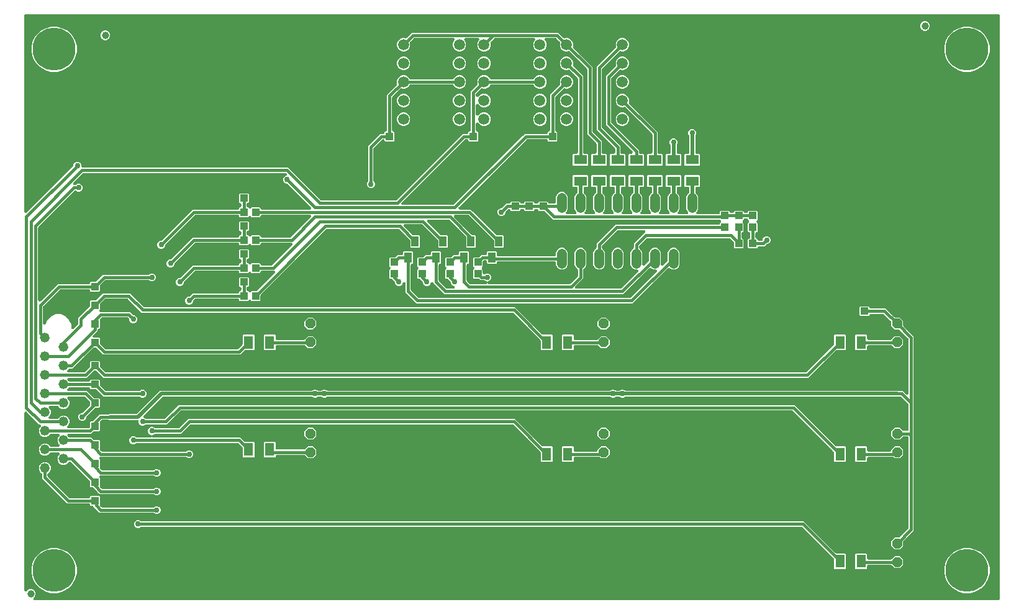
<source format=gbr>
G04 EAGLE Gerber RS-274X export*
G75*
%MOIN*%
%FSLAX34Y34*%
%LPD*%
%INTop Copper*%
%IPPOS*%
%AMOC8*
5,1,8,0,0,1.08239X$1,22.5*%
G01*
%ADD10C,0.059055*%
%ADD11C,0.052000*%
%ADD12R,0.039370X0.039370*%
%ADD13R,0.039370X0.055118*%
%ADD14P,0.056284X8X292.500000*%
%ADD15R,0.051181X0.070866*%
%ADD16C,0.230000*%
%ADD17C,0.039370*%
%ADD18C,0.052000*%
%ADD19R,0.070866X0.051181*%
%ADD20C,0.016000*%
%ADD21C,0.029780*%
%ADD22C,0.020000*%

G36*
X52671Y401D02*
X52671Y401D01*
X52672Y401D01*
X52678Y402D01*
X52685Y402D01*
X52686Y403D01*
X52687Y403D01*
X52694Y405D01*
X52700Y407D01*
X52701Y407D01*
X52702Y408D01*
X52708Y411D01*
X52714Y415D01*
X52715Y415D01*
X52716Y416D01*
X52721Y420D01*
X52726Y425D01*
X52727Y425D01*
X52728Y426D01*
X52732Y432D01*
X52736Y437D01*
X52737Y438D01*
X52737Y439D01*
X52740Y445D01*
X52743Y451D01*
X52744Y452D01*
X52744Y453D01*
X52746Y460D01*
X52748Y466D01*
X52748Y467D01*
X52748Y468D01*
X52749Y480D01*
X52749Y31803D01*
X52749Y31804D01*
X52749Y31805D01*
X52748Y31812D01*
X52747Y31819D01*
X52747Y31820D01*
X52747Y31821D01*
X52745Y31828D01*
X52743Y31834D01*
X52742Y31835D01*
X52742Y31836D01*
X52738Y31842D01*
X52735Y31848D01*
X52734Y31849D01*
X52734Y31850D01*
X52729Y31855D01*
X52725Y31860D01*
X52724Y31861D01*
X52724Y31862D01*
X52718Y31866D01*
X52713Y31870D01*
X52712Y31870D01*
X52711Y31871D01*
X52705Y31874D01*
X52699Y31877D01*
X52698Y31877D01*
X52697Y31878D01*
X52690Y31880D01*
X52683Y31882D01*
X52682Y31882D01*
X52681Y31882D01*
X52670Y31883D01*
X480Y31883D01*
X479Y31883D01*
X478Y31883D01*
X471Y31882D01*
X464Y31881D01*
X463Y31881D01*
X462Y31881D01*
X456Y31879D01*
X449Y31876D01*
X448Y31876D01*
X447Y31876D01*
X441Y31872D01*
X435Y31869D01*
X435Y31868D01*
X434Y31868D01*
X429Y31863D01*
X423Y31859D01*
X423Y31858D01*
X422Y31857D01*
X418Y31852D01*
X413Y31846D01*
X412Y31845D01*
X409Y31839D01*
X406Y31832D01*
X406Y31831D01*
X404Y31824D01*
X402Y31817D01*
X402Y31816D01*
X402Y31815D01*
X401Y31803D01*
X401Y21291D01*
X401Y21290D01*
X402Y21283D01*
X402Y21275D01*
X403Y21274D01*
X405Y21267D01*
X407Y21260D01*
X407Y21259D01*
X411Y21253D01*
X415Y21246D01*
X420Y21240D01*
X425Y21234D01*
X431Y21229D01*
X437Y21225D01*
X437Y21224D01*
X438Y21224D01*
X444Y21221D01*
X451Y21217D01*
X452Y21217D01*
X459Y21215D01*
X466Y21213D01*
X467Y21213D01*
X475Y21212D01*
X482Y21212D01*
X483Y21212D01*
X490Y21213D01*
X498Y21214D01*
X499Y21214D01*
X506Y21217D01*
X513Y21219D01*
X520Y21223D01*
X526Y21227D01*
X527Y21227D01*
X536Y21235D01*
X3017Y23716D01*
X3018Y23717D01*
X3019Y23718D01*
X3023Y23723D01*
X3027Y23728D01*
X3028Y23730D01*
X3029Y23731D01*
X3032Y23737D01*
X3035Y23742D01*
X3035Y23744D01*
X3036Y23745D01*
X3037Y23751D01*
X3039Y23757D01*
X3039Y23759D01*
X3039Y23760D01*
X3040Y23772D01*
X3040Y23792D01*
X3072Y23869D01*
X3131Y23928D01*
X3208Y23960D01*
X3292Y23960D01*
X3369Y23928D01*
X3428Y23869D01*
X3460Y23792D01*
X3460Y23720D01*
X3460Y23719D01*
X3460Y23718D01*
X3461Y23711D01*
X3461Y23704D01*
X3462Y23703D01*
X3462Y23702D01*
X3464Y23696D01*
X3466Y23689D01*
X3466Y23688D01*
X3467Y23687D01*
X3470Y23681D01*
X3473Y23675D01*
X3474Y23675D01*
X3475Y23674D01*
X3479Y23669D01*
X3484Y23663D01*
X3485Y23662D01*
X3490Y23658D01*
X3496Y23653D01*
X3497Y23653D01*
X3498Y23652D01*
X3504Y23649D01*
X3510Y23646D01*
X3511Y23646D01*
X3512Y23646D01*
X3518Y23644D01*
X3525Y23642D01*
X3526Y23642D01*
X3527Y23642D01*
X3539Y23641D01*
X14558Y23641D01*
X16285Y21914D01*
X16286Y21913D01*
X16287Y21912D01*
X16292Y21908D01*
X16297Y21904D01*
X16299Y21903D01*
X16300Y21902D01*
X16306Y21900D01*
X16311Y21897D01*
X16313Y21896D01*
X16314Y21896D01*
X16320Y21894D01*
X16326Y21892D01*
X16328Y21892D01*
X16329Y21892D01*
X16341Y21891D01*
X20344Y21891D01*
X20345Y21891D01*
X20347Y21891D01*
X20353Y21892D01*
X20360Y21892D01*
X20361Y21893D01*
X20362Y21893D01*
X20369Y21895D01*
X20375Y21897D01*
X20376Y21898D01*
X20377Y21898D01*
X20383Y21901D01*
X20389Y21905D01*
X20390Y21905D01*
X20391Y21906D01*
X20400Y21914D01*
X23942Y25456D01*
X24163Y25456D01*
X24164Y25456D01*
X24165Y25456D01*
X24172Y25457D01*
X24179Y25457D01*
X24180Y25458D01*
X24181Y25458D01*
X24187Y25460D01*
X24194Y25462D01*
X24195Y25462D01*
X24196Y25463D01*
X24202Y25466D01*
X24208Y25469D01*
X24209Y25470D01*
X24209Y25471D01*
X24215Y25475D01*
X24220Y25480D01*
X24221Y25481D01*
X24225Y25487D01*
X24230Y25492D01*
X24230Y25493D01*
X24231Y25494D01*
X24234Y25500D01*
X24237Y25506D01*
X24237Y25507D01*
X24238Y25508D01*
X24239Y25515D01*
X24241Y25521D01*
X24241Y25522D01*
X24242Y25523D01*
X24242Y25535D01*
X24242Y25537D01*
X24278Y25573D01*
X24280Y25573D01*
X24281Y25573D01*
X24282Y25573D01*
X24289Y25573D01*
X24296Y25574D01*
X24297Y25574D01*
X24298Y25575D01*
X24304Y25577D01*
X24311Y25579D01*
X24312Y25579D01*
X24313Y25580D01*
X24319Y25583D01*
X24325Y25586D01*
X24325Y25587D01*
X24326Y25587D01*
X24331Y25592D01*
X24337Y25596D01*
X24337Y25597D01*
X24338Y25598D01*
X24342Y25603D01*
X24347Y25609D01*
X24347Y25610D01*
X24348Y25610D01*
X24351Y25617D01*
X24354Y25623D01*
X24354Y25624D01*
X24354Y25625D01*
X24356Y25631D01*
X24358Y25638D01*
X24358Y25639D01*
X24358Y25640D01*
X24359Y25652D01*
X24359Y27733D01*
X24707Y28081D01*
X24707Y28082D01*
X24708Y28083D01*
X24712Y28088D01*
X24717Y28093D01*
X24717Y28094D01*
X24718Y28095D01*
X24721Y28101D01*
X24724Y28107D01*
X24724Y28108D01*
X24725Y28109D01*
X24727Y28116D01*
X24728Y28122D01*
X24729Y28123D01*
X24729Y28125D01*
X24729Y28131D01*
X24730Y28138D01*
X24730Y28139D01*
X24730Y28140D01*
X24729Y28147D01*
X24728Y28154D01*
X24728Y28155D01*
X24727Y28156D01*
X24724Y28167D01*
X24719Y28179D01*
X24719Y28321D01*
X24773Y28452D01*
X24873Y28552D01*
X25004Y28606D01*
X25146Y28606D01*
X25276Y28552D01*
X25377Y28452D01*
X25382Y28440D01*
X25382Y28439D01*
X25383Y28437D01*
X25386Y28432D01*
X25389Y28426D01*
X25390Y28425D01*
X25390Y28424D01*
X25395Y28419D01*
X25399Y28414D01*
X25400Y28413D01*
X25401Y28412D01*
X25406Y28408D01*
X25411Y28404D01*
X25412Y28403D01*
X25413Y28402D01*
X25419Y28399D01*
X25425Y28396D01*
X25427Y28396D01*
X25428Y28396D01*
X25434Y28394D01*
X25441Y28392D01*
X25442Y28392D01*
X25443Y28392D01*
X25455Y28391D01*
X27695Y28391D01*
X27696Y28391D01*
X27697Y28391D01*
X27704Y28392D01*
X27710Y28392D01*
X27712Y28393D01*
X27713Y28393D01*
X27719Y28395D01*
X27726Y28397D01*
X27727Y28398D01*
X27728Y28398D01*
X27734Y28401D01*
X27739Y28405D01*
X27740Y28405D01*
X27741Y28406D01*
X27746Y28410D01*
X27752Y28415D01*
X27752Y28416D01*
X27753Y28416D01*
X27757Y28422D01*
X27761Y28427D01*
X27762Y28428D01*
X27763Y28429D01*
X27768Y28440D01*
X27773Y28452D01*
X27873Y28552D01*
X28004Y28606D01*
X28146Y28606D01*
X28276Y28552D01*
X28377Y28452D01*
X28431Y28321D01*
X28431Y28179D01*
X28377Y28048D01*
X28276Y27948D01*
X28146Y27894D01*
X28004Y27894D01*
X27873Y27948D01*
X27773Y28048D01*
X27768Y28060D01*
X27767Y28061D01*
X27767Y28063D01*
X27764Y28068D01*
X27761Y28074D01*
X27760Y28075D01*
X27759Y28076D01*
X27755Y28081D01*
X27750Y28086D01*
X27750Y28087D01*
X27749Y28088D01*
X27743Y28092D01*
X27738Y28096D01*
X27737Y28097D01*
X27736Y28098D01*
X27730Y28101D01*
X27724Y28104D01*
X27723Y28104D01*
X27722Y28104D01*
X27715Y28106D01*
X27709Y28108D01*
X27708Y28108D01*
X27707Y28108D01*
X27695Y28109D01*
X25455Y28109D01*
X25454Y28109D01*
X25452Y28109D01*
X25446Y28108D01*
X25439Y28108D01*
X25438Y28107D01*
X25437Y28107D01*
X25430Y28105D01*
X25424Y28103D01*
X25423Y28102D01*
X25422Y28102D01*
X25416Y28099D01*
X25410Y28095D01*
X25409Y28095D01*
X25408Y28094D01*
X25403Y28090D01*
X25398Y28085D01*
X25397Y28084D01*
X25396Y28084D01*
X25392Y28078D01*
X25388Y28073D01*
X25388Y28072D01*
X25387Y28071D01*
X25382Y28060D01*
X25377Y28048D01*
X25276Y27948D01*
X25146Y27894D01*
X25004Y27894D01*
X24992Y27899D01*
X24991Y27899D01*
X24990Y27900D01*
X24983Y27902D01*
X24977Y27904D01*
X24976Y27904D01*
X24974Y27904D01*
X24968Y27904D01*
X24961Y27905D01*
X24960Y27905D01*
X24959Y27905D01*
X24952Y27904D01*
X24945Y27903D01*
X24944Y27903D01*
X24943Y27903D01*
X24937Y27901D01*
X24930Y27899D01*
X24929Y27898D01*
X24928Y27898D01*
X24922Y27894D01*
X24917Y27891D01*
X24916Y27890D01*
X24915Y27890D01*
X24906Y27882D01*
X24664Y27640D01*
X24663Y27639D01*
X24662Y27638D01*
X24658Y27633D01*
X24654Y27628D01*
X24653Y27627D01*
X24652Y27625D01*
X24650Y27620D01*
X24647Y27614D01*
X24646Y27613D01*
X24646Y27611D01*
X24644Y27605D01*
X24642Y27599D01*
X24642Y27597D01*
X24642Y27596D01*
X24641Y27584D01*
X24641Y27511D01*
X24641Y27510D01*
X24642Y27502D01*
X24642Y27495D01*
X24643Y27494D01*
X24645Y27487D01*
X24647Y27480D01*
X24647Y27479D01*
X24651Y27473D01*
X24655Y27466D01*
X24655Y27465D01*
X24660Y27460D01*
X24665Y27454D01*
X24665Y27453D01*
X24671Y27449D01*
X24677Y27444D01*
X24678Y27444D01*
X24684Y27440D01*
X24691Y27437D01*
X24692Y27437D01*
X24699Y27435D01*
X24706Y27433D01*
X24707Y27433D01*
X24715Y27432D01*
X24722Y27432D01*
X24723Y27432D01*
X24730Y27433D01*
X24738Y27434D01*
X24739Y27434D01*
X24746Y27436D01*
X24753Y27439D01*
X24760Y27443D01*
X24766Y27446D01*
X24767Y27447D01*
X24776Y27455D01*
X24873Y27552D01*
X25004Y27606D01*
X25146Y27606D01*
X25276Y27552D01*
X25377Y27452D01*
X25431Y27321D01*
X25431Y27179D01*
X25377Y27048D01*
X25276Y26948D01*
X25146Y26894D01*
X25004Y26894D01*
X24873Y26948D01*
X24776Y27045D01*
X24776Y27046D01*
X24775Y27046D01*
X24770Y27051D01*
X24764Y27055D01*
X24763Y27055D01*
X24763Y27056D01*
X24756Y27059D01*
X24750Y27063D01*
X24749Y27063D01*
X24742Y27065D01*
X24735Y27067D01*
X24734Y27067D01*
X24726Y27068D01*
X24719Y27068D01*
X24718Y27068D01*
X24711Y27068D01*
X24703Y27067D01*
X24702Y27066D01*
X24695Y27064D01*
X24688Y27062D01*
X24687Y27061D01*
X24681Y27058D01*
X24675Y27054D01*
X24674Y27054D01*
X24668Y27049D01*
X24663Y27044D01*
X24662Y27043D01*
X24657Y27037D01*
X24653Y27031D01*
X24652Y27031D01*
X24649Y27024D01*
X24646Y27017D01*
X24646Y27016D01*
X24644Y27009D01*
X24642Y27002D01*
X24642Y27001D01*
X24641Y26989D01*
X24641Y26511D01*
X24641Y26510D01*
X24642Y26502D01*
X24642Y26495D01*
X24643Y26494D01*
X24645Y26487D01*
X24647Y26480D01*
X24647Y26479D01*
X24651Y26473D01*
X24655Y26466D01*
X24655Y26465D01*
X24660Y26460D01*
X24665Y26454D01*
X24665Y26453D01*
X24671Y26449D01*
X24677Y26444D01*
X24678Y26444D01*
X24684Y26440D01*
X24691Y26437D01*
X24692Y26437D01*
X24699Y26435D01*
X24706Y26433D01*
X24707Y26433D01*
X24715Y26432D01*
X24722Y26432D01*
X24723Y26432D01*
X24730Y26433D01*
X24738Y26434D01*
X24739Y26434D01*
X24746Y26436D01*
X24753Y26439D01*
X24760Y26443D01*
X24766Y26446D01*
X24767Y26447D01*
X24776Y26455D01*
X24873Y26552D01*
X25004Y26606D01*
X25146Y26606D01*
X25276Y26552D01*
X25377Y26452D01*
X25431Y26321D01*
X25431Y26179D01*
X25377Y26048D01*
X25276Y25948D01*
X25146Y25894D01*
X25004Y25894D01*
X24873Y25948D01*
X24776Y26045D01*
X24776Y26046D01*
X24775Y26046D01*
X24770Y26051D01*
X24764Y26055D01*
X24763Y26055D01*
X24763Y26056D01*
X24756Y26059D01*
X24750Y26063D01*
X24749Y26063D01*
X24742Y26065D01*
X24735Y26067D01*
X24734Y26067D01*
X24726Y26068D01*
X24719Y26068D01*
X24718Y26068D01*
X24711Y26068D01*
X24703Y26067D01*
X24702Y26066D01*
X24695Y26064D01*
X24688Y26062D01*
X24687Y26061D01*
X24681Y26058D01*
X24675Y26054D01*
X24674Y26054D01*
X24668Y26049D01*
X24663Y26044D01*
X24662Y26043D01*
X24657Y26037D01*
X24653Y26031D01*
X24652Y26031D01*
X24649Y26024D01*
X24646Y26017D01*
X24646Y26016D01*
X24644Y26009D01*
X24642Y26002D01*
X24642Y26001D01*
X24641Y25989D01*
X24641Y25652D01*
X24641Y25651D01*
X24641Y25650D01*
X24642Y25643D01*
X24642Y25636D01*
X24643Y25635D01*
X24643Y25634D01*
X24645Y25628D01*
X24647Y25621D01*
X24647Y25620D01*
X24648Y25619D01*
X24651Y25613D01*
X24655Y25607D01*
X24655Y25606D01*
X24656Y25606D01*
X24660Y25600D01*
X24665Y25595D01*
X24665Y25594D01*
X24666Y25594D01*
X24672Y25590D01*
X24677Y25585D01*
X24678Y25585D01*
X24679Y25584D01*
X24685Y25581D01*
X24691Y25578D01*
X24692Y25578D01*
X24693Y25577D01*
X24700Y25576D01*
X24706Y25574D01*
X24707Y25574D01*
X24708Y25573D01*
X24720Y25573D01*
X24722Y25573D01*
X24758Y25537D01*
X24758Y25093D01*
X24722Y25057D01*
X24278Y25057D01*
X24242Y25093D01*
X24242Y25095D01*
X24242Y25096D01*
X24242Y25097D01*
X24242Y25104D01*
X24241Y25111D01*
X24241Y25112D01*
X24240Y25113D01*
X24238Y25119D01*
X24236Y25126D01*
X24236Y25127D01*
X24235Y25128D01*
X24232Y25134D01*
X24229Y25140D01*
X24228Y25140D01*
X24228Y25141D01*
X24223Y25146D01*
X24218Y25152D01*
X24217Y25153D01*
X24212Y25157D01*
X24206Y25162D01*
X24205Y25162D01*
X24204Y25163D01*
X24198Y25166D01*
X24192Y25169D01*
X24191Y25169D01*
X24190Y25169D01*
X24184Y25171D01*
X24177Y25173D01*
X24176Y25173D01*
X24175Y25173D01*
X24163Y25174D01*
X24091Y25174D01*
X24090Y25174D01*
X24088Y25174D01*
X24082Y25173D01*
X24075Y25173D01*
X24074Y25172D01*
X24073Y25172D01*
X24067Y25170D01*
X24060Y25168D01*
X24059Y25167D01*
X24058Y25167D01*
X24052Y25164D01*
X24046Y25160D01*
X24045Y25159D01*
X24044Y25159D01*
X24035Y25151D01*
X20660Y21776D01*
X20659Y21775D01*
X20655Y21770D01*
X20650Y21764D01*
X20650Y21763D01*
X20646Y21756D01*
X20643Y21750D01*
X20643Y21749D01*
X20642Y21749D01*
X20640Y21742D01*
X20638Y21735D01*
X20638Y21734D01*
X20638Y21726D01*
X20637Y21719D01*
X20637Y21718D01*
X20638Y21711D01*
X20639Y21703D01*
X20639Y21702D01*
X20641Y21695D01*
X20644Y21688D01*
X20644Y21687D01*
X20648Y21681D01*
X20651Y21675D01*
X20652Y21674D01*
X20657Y21668D01*
X20662Y21663D01*
X20662Y21662D01*
X20668Y21657D01*
X20674Y21653D01*
X20675Y21652D01*
X20681Y21649D01*
X20688Y21646D01*
X20689Y21646D01*
X20696Y21644D01*
X20703Y21642D01*
X20704Y21642D01*
X20716Y21641D01*
X23409Y21641D01*
X23410Y21641D01*
X23412Y21641D01*
X23418Y21642D01*
X23425Y21642D01*
X23426Y21643D01*
X23427Y21643D01*
X23433Y21645D01*
X23440Y21647D01*
X23441Y21648D01*
X23442Y21648D01*
X23448Y21651D01*
X23454Y21655D01*
X23455Y21655D01*
X23456Y21656D01*
X23465Y21664D01*
X27151Y25350D01*
X27257Y25456D01*
X28413Y25456D01*
X28414Y25456D01*
X28415Y25456D01*
X28422Y25457D01*
X28429Y25457D01*
X28430Y25458D01*
X28431Y25458D01*
X28437Y25460D01*
X28444Y25462D01*
X28445Y25462D01*
X28446Y25463D01*
X28452Y25466D01*
X28458Y25469D01*
X28459Y25470D01*
X28459Y25471D01*
X28465Y25475D01*
X28470Y25480D01*
X28471Y25481D01*
X28475Y25487D01*
X28480Y25492D01*
X28480Y25493D01*
X28481Y25494D01*
X28484Y25500D01*
X28487Y25506D01*
X28487Y25507D01*
X28488Y25508D01*
X28489Y25515D01*
X28491Y25521D01*
X28491Y25522D01*
X28492Y25523D01*
X28492Y25535D01*
X28492Y25537D01*
X28528Y25573D01*
X28530Y25573D01*
X28531Y25573D01*
X28532Y25573D01*
X28539Y25573D01*
X28546Y25574D01*
X28547Y25574D01*
X28548Y25575D01*
X28554Y25577D01*
X28561Y25579D01*
X28562Y25579D01*
X28563Y25580D01*
X28569Y25583D01*
X28575Y25586D01*
X28575Y25587D01*
X28576Y25587D01*
X28581Y25592D01*
X28587Y25596D01*
X28587Y25597D01*
X28588Y25598D01*
X28592Y25603D01*
X28597Y25609D01*
X28597Y25610D01*
X28598Y25610D01*
X28601Y25617D01*
X28604Y25623D01*
X28604Y25624D01*
X28604Y25625D01*
X28606Y25631D01*
X28608Y25638D01*
X28608Y25639D01*
X28608Y25640D01*
X28609Y25652D01*
X28609Y27558D01*
X29132Y28081D01*
X29133Y28082D01*
X29133Y28083D01*
X29138Y28088D01*
X29142Y28093D01*
X29142Y28094D01*
X29143Y28095D01*
X29146Y28101D01*
X29149Y28107D01*
X29149Y28108D01*
X29150Y28109D01*
X29152Y28116D01*
X29154Y28122D01*
X29154Y28123D01*
X29154Y28125D01*
X29154Y28131D01*
X29155Y28138D01*
X29155Y28139D01*
X29155Y28140D01*
X29154Y28147D01*
X29153Y28154D01*
X29153Y28155D01*
X29153Y28156D01*
X29149Y28167D01*
X29144Y28179D01*
X29144Y28321D01*
X29198Y28452D01*
X29298Y28552D01*
X29429Y28606D01*
X29571Y28606D01*
X29702Y28552D01*
X29802Y28452D01*
X29856Y28321D01*
X29856Y28179D01*
X29802Y28048D01*
X29702Y27948D01*
X29571Y27894D01*
X29429Y27894D01*
X29417Y27899D01*
X29416Y27899D01*
X29415Y27900D01*
X29408Y27902D01*
X29402Y27904D01*
X29401Y27904D01*
X29400Y27904D01*
X29393Y27904D01*
X29386Y27905D01*
X29385Y27905D01*
X29384Y27905D01*
X29377Y27904D01*
X29371Y27903D01*
X29370Y27903D01*
X29368Y27903D01*
X29362Y27901D01*
X29356Y27899D01*
X29355Y27898D01*
X29353Y27898D01*
X29348Y27894D01*
X29342Y27891D01*
X29341Y27890D01*
X29340Y27890D01*
X29331Y27882D01*
X28914Y27465D01*
X28913Y27464D01*
X28912Y27463D01*
X28908Y27458D01*
X28904Y27453D01*
X28903Y27451D01*
X28902Y27450D01*
X28900Y27444D01*
X28897Y27439D01*
X28896Y27437D01*
X28896Y27436D01*
X28894Y27430D01*
X28892Y27424D01*
X28892Y27422D01*
X28892Y27421D01*
X28891Y27409D01*
X28891Y25652D01*
X28891Y25651D01*
X28891Y25650D01*
X28892Y25643D01*
X28892Y25636D01*
X28893Y25635D01*
X28893Y25634D01*
X28895Y25628D01*
X28897Y25621D01*
X28897Y25620D01*
X28898Y25619D01*
X28901Y25613D01*
X28905Y25607D01*
X28905Y25606D01*
X28906Y25606D01*
X28910Y25600D01*
X28915Y25595D01*
X28915Y25594D01*
X28916Y25594D01*
X28922Y25590D01*
X28927Y25585D01*
X28928Y25585D01*
X28929Y25584D01*
X28935Y25581D01*
X28941Y25578D01*
X28942Y25578D01*
X28943Y25577D01*
X28950Y25576D01*
X28956Y25574D01*
X28957Y25574D01*
X28958Y25573D01*
X28970Y25573D01*
X28972Y25573D01*
X29008Y25537D01*
X29008Y25093D01*
X28972Y25057D01*
X28528Y25057D01*
X28492Y25093D01*
X28492Y25095D01*
X28492Y25096D01*
X28492Y25097D01*
X28492Y25104D01*
X28491Y25111D01*
X28491Y25112D01*
X28490Y25113D01*
X28488Y25119D01*
X28486Y25126D01*
X28486Y25127D01*
X28485Y25128D01*
X28482Y25134D01*
X28479Y25140D01*
X28478Y25140D01*
X28478Y25141D01*
X28473Y25146D01*
X28468Y25152D01*
X28467Y25153D01*
X28462Y25157D01*
X28456Y25162D01*
X28455Y25162D01*
X28454Y25163D01*
X28448Y25166D01*
X28442Y25169D01*
X28441Y25169D01*
X28440Y25169D01*
X28434Y25171D01*
X28427Y25173D01*
X28426Y25173D01*
X28425Y25173D01*
X28413Y25174D01*
X27406Y25174D01*
X27405Y25174D01*
X27403Y25174D01*
X27397Y25173D01*
X27390Y25173D01*
X27389Y25172D01*
X27388Y25172D01*
X27381Y25170D01*
X27375Y25168D01*
X27374Y25167D01*
X27373Y25167D01*
X27367Y25164D01*
X27361Y25160D01*
X27360Y25159D01*
X27359Y25159D01*
X27350Y25151D01*
X23725Y21526D01*
X23724Y21525D01*
X23720Y21520D01*
X23715Y21514D01*
X23715Y21513D01*
X23711Y21506D01*
X23708Y21500D01*
X23708Y21499D01*
X23707Y21499D01*
X23705Y21492D01*
X23703Y21485D01*
X23703Y21484D01*
X23703Y21476D01*
X23702Y21469D01*
X23702Y21468D01*
X23703Y21461D01*
X23704Y21453D01*
X23704Y21452D01*
X23706Y21445D01*
X23708Y21438D01*
X23709Y21438D01*
X23709Y21437D01*
X23713Y21431D01*
X23716Y21425D01*
X23717Y21424D01*
X23722Y21418D01*
X23726Y21413D01*
X23727Y21412D01*
X23733Y21407D01*
X23739Y21403D01*
X23740Y21402D01*
X23746Y21399D01*
X23753Y21396D01*
X23754Y21396D01*
X23761Y21394D01*
X23768Y21392D01*
X23769Y21392D01*
X23781Y21391D01*
X24365Y21391D01*
X24471Y21285D01*
X25714Y20043D01*
X25715Y20042D01*
X25716Y20041D01*
X25721Y20037D01*
X25726Y20033D01*
X25727Y20032D01*
X25728Y20031D01*
X25734Y20028D01*
X25740Y20025D01*
X25741Y20025D01*
X25742Y20024D01*
X25749Y20023D01*
X25755Y20021D01*
X25756Y20021D01*
X25758Y20020D01*
X25770Y20019D01*
X26096Y20019D01*
X26132Y19984D01*
X26132Y19382D01*
X26096Y19347D01*
X25652Y19347D01*
X25616Y19382D01*
X25616Y19709D01*
X25616Y19710D01*
X25616Y19712D01*
X25615Y19718D01*
X25615Y19724D01*
X25614Y19726D01*
X25614Y19727D01*
X25612Y19733D01*
X25610Y19740D01*
X25609Y19741D01*
X25609Y19742D01*
X25606Y19748D01*
X25603Y19753D01*
X25602Y19755D01*
X25601Y19756D01*
X25593Y19765D01*
X24272Y21086D01*
X24271Y21087D01*
X24270Y21088D01*
X24265Y21092D01*
X24260Y21096D01*
X24258Y21097D01*
X24257Y21098D01*
X24252Y21100D01*
X24246Y21103D01*
X24244Y21104D01*
X24243Y21104D01*
X24237Y21106D01*
X24231Y21108D01*
X24229Y21108D01*
X24228Y21108D01*
X24216Y21109D01*
X23531Y21109D01*
X23530Y21109D01*
X23523Y21108D01*
X23515Y21108D01*
X23514Y21107D01*
X23507Y21105D01*
X23500Y21103D01*
X23499Y21103D01*
X23493Y21099D01*
X23486Y21095D01*
X23480Y21090D01*
X23474Y21085D01*
X23469Y21079D01*
X23465Y21073D01*
X23464Y21073D01*
X23464Y21072D01*
X23461Y21066D01*
X23457Y21059D01*
X23457Y21058D01*
X23455Y21051D01*
X23453Y21044D01*
X23453Y21043D01*
X23452Y21035D01*
X23452Y21028D01*
X23452Y21027D01*
X23453Y21020D01*
X23454Y21012D01*
X23454Y21011D01*
X23457Y21004D01*
X23459Y20997D01*
X23463Y20990D01*
X23467Y20984D01*
X23467Y20983D01*
X23475Y20974D01*
X24406Y20043D01*
X24408Y20042D01*
X24409Y20041D01*
X24414Y20037D01*
X24419Y20033D01*
X24420Y20032D01*
X24421Y20031D01*
X24427Y20028D01*
X24433Y20025D01*
X24434Y20025D01*
X24435Y20024D01*
X24442Y20023D01*
X24448Y20021D01*
X24449Y20021D01*
X24451Y20020D01*
X24462Y20019D01*
X24596Y20019D01*
X24632Y19984D01*
X24632Y19382D01*
X24596Y19347D01*
X24152Y19347D01*
X24116Y19382D01*
X24116Y19902D01*
X24116Y19903D01*
X24116Y19905D01*
X24115Y19911D01*
X24115Y19917D01*
X24114Y19919D01*
X24114Y19920D01*
X24112Y19926D01*
X24110Y19932D01*
X24109Y19934D01*
X24109Y19935D01*
X24106Y19941D01*
X24103Y19946D01*
X24102Y19947D01*
X24101Y19949D01*
X24093Y19958D01*
X23215Y20836D01*
X23214Y20837D01*
X23213Y20838D01*
X23208Y20842D01*
X23203Y20846D01*
X23201Y20847D01*
X23200Y20848D01*
X23194Y20850D01*
X23189Y20853D01*
X23187Y20854D01*
X23186Y20854D01*
X23180Y20856D01*
X23174Y20858D01*
X23172Y20858D01*
X23171Y20858D01*
X23159Y20859D01*
X22088Y20859D01*
X22087Y20859D01*
X22080Y20858D01*
X22073Y20858D01*
X22072Y20858D01*
X22072Y20857D01*
X22065Y20855D01*
X22057Y20853D01*
X22050Y20849D01*
X22044Y20845D01*
X22043Y20845D01*
X22037Y20840D01*
X22031Y20835D01*
X22026Y20829D01*
X22022Y20823D01*
X22021Y20823D01*
X22021Y20822D01*
X22018Y20816D01*
X22014Y20809D01*
X22014Y20808D01*
X22012Y20801D01*
X22010Y20794D01*
X22010Y20793D01*
X22010Y20785D01*
X22009Y20778D01*
X22009Y20777D01*
X22010Y20770D01*
X22011Y20762D01*
X22011Y20761D01*
X22014Y20754D01*
X22016Y20747D01*
X22020Y20740D01*
X22024Y20734D01*
X22024Y20733D01*
X22032Y20724D01*
X22714Y20043D01*
X22715Y20042D01*
X22716Y20041D01*
X22721Y20037D01*
X22726Y20033D01*
X22727Y20032D01*
X22728Y20031D01*
X22734Y20028D01*
X22740Y20025D01*
X22741Y20025D01*
X22742Y20024D01*
X22749Y20023D01*
X22755Y20021D01*
X22756Y20021D01*
X22758Y20020D01*
X22770Y20019D01*
X23096Y20019D01*
X23132Y19984D01*
X23132Y19382D01*
X23096Y19347D01*
X22652Y19347D01*
X22616Y19382D01*
X22616Y19709D01*
X22616Y19710D01*
X22616Y19712D01*
X22615Y19718D01*
X22615Y19724D01*
X22614Y19726D01*
X22614Y19727D01*
X22612Y19733D01*
X22610Y19740D01*
X22609Y19741D01*
X22609Y19742D01*
X22606Y19748D01*
X22603Y19753D01*
X22602Y19755D01*
X22601Y19756D01*
X22593Y19765D01*
X21772Y20586D01*
X21771Y20587D01*
X21770Y20588D01*
X21765Y20592D01*
X21760Y20596D01*
X21758Y20597D01*
X21757Y20598D01*
X21752Y20600D01*
X21746Y20603D01*
X21744Y20604D01*
X21743Y20604D01*
X21737Y20606D01*
X21731Y20608D01*
X21729Y20608D01*
X21728Y20608D01*
X21716Y20609D01*
X20838Y20609D01*
X20837Y20609D01*
X20830Y20608D01*
X20823Y20608D01*
X20822Y20608D01*
X20822Y20607D01*
X20815Y20605D01*
X20807Y20603D01*
X20800Y20599D01*
X20794Y20595D01*
X20793Y20595D01*
X20787Y20590D01*
X20781Y20585D01*
X20776Y20579D01*
X20772Y20573D01*
X20771Y20573D01*
X20771Y20572D01*
X20768Y20566D01*
X20764Y20559D01*
X20764Y20558D01*
X20762Y20551D01*
X20760Y20544D01*
X20760Y20543D01*
X20760Y20535D01*
X20759Y20528D01*
X20759Y20527D01*
X20760Y20520D01*
X20761Y20512D01*
X20761Y20511D01*
X20764Y20504D01*
X20766Y20497D01*
X20770Y20490D01*
X20774Y20484D01*
X20774Y20483D01*
X20782Y20474D01*
X21214Y20043D01*
X21215Y20042D01*
X21216Y20041D01*
X21221Y20037D01*
X21226Y20033D01*
X21227Y20032D01*
X21228Y20031D01*
X21234Y20028D01*
X21240Y20025D01*
X21241Y20025D01*
X21242Y20024D01*
X21249Y20023D01*
X21255Y20021D01*
X21256Y20021D01*
X21258Y20020D01*
X21270Y20019D01*
X21596Y20019D01*
X21632Y19984D01*
X21632Y19382D01*
X21596Y19347D01*
X21152Y19347D01*
X21116Y19382D01*
X21116Y19709D01*
X21116Y19710D01*
X21116Y19712D01*
X21115Y19718D01*
X21115Y19724D01*
X21114Y19726D01*
X21114Y19727D01*
X21112Y19733D01*
X21110Y19740D01*
X21109Y19741D01*
X21109Y19742D01*
X21106Y19748D01*
X21103Y19753D01*
X21102Y19755D01*
X21101Y19756D01*
X21093Y19765D01*
X20522Y20336D01*
X20521Y20337D01*
X20520Y20338D01*
X20515Y20342D01*
X20510Y20346D01*
X20508Y20347D01*
X20507Y20348D01*
X20502Y20350D01*
X20496Y20353D01*
X20494Y20354D01*
X20493Y20354D01*
X20487Y20356D01*
X20481Y20358D01*
X20479Y20358D01*
X20478Y20358D01*
X20466Y20359D01*
X16656Y20359D01*
X16655Y20359D01*
X16653Y20359D01*
X16647Y20358D01*
X16640Y20358D01*
X16639Y20357D01*
X16638Y20357D01*
X16631Y20355D01*
X16625Y20353D01*
X16624Y20352D01*
X16623Y20352D01*
X16617Y20349D01*
X16611Y20345D01*
X16610Y20345D01*
X16609Y20344D01*
X16600Y20336D01*
X13096Y16832D01*
X13095Y16831D01*
X13094Y16830D01*
X13090Y16825D01*
X13086Y16820D01*
X13085Y16818D01*
X13084Y16817D01*
X13081Y16811D01*
X13078Y16806D01*
X13078Y16804D01*
X13077Y16803D01*
X13076Y16797D01*
X13074Y16790D01*
X13074Y16789D01*
X13073Y16788D01*
X13073Y16776D01*
X13073Y16528D01*
X13037Y16492D01*
X12593Y16492D01*
X12556Y16529D01*
X12555Y16530D01*
X12555Y16531D01*
X12549Y16535D01*
X12544Y16539D01*
X12543Y16540D01*
X12542Y16540D01*
X12536Y16543D01*
X12530Y16547D01*
X12529Y16547D01*
X12528Y16547D01*
X12521Y16549D01*
X12515Y16551D01*
X12514Y16551D01*
X12513Y16551D01*
X12506Y16552D01*
X12499Y16553D01*
X12498Y16552D01*
X12497Y16552D01*
X12490Y16552D01*
X12483Y16551D01*
X12482Y16550D01*
X12481Y16550D01*
X12475Y16548D01*
X12468Y16546D01*
X12467Y16545D01*
X12461Y16542D01*
X12455Y16538D01*
X12454Y16538D01*
X12453Y16537D01*
X12444Y16529D01*
X12407Y16492D01*
X11963Y16492D01*
X11927Y16528D01*
X11927Y16530D01*
X11927Y16531D01*
X11927Y16532D01*
X11927Y16539D01*
X11926Y16546D01*
X11926Y16547D01*
X11925Y16548D01*
X11923Y16554D01*
X11921Y16561D01*
X11921Y16562D01*
X11920Y16563D01*
X11917Y16569D01*
X11914Y16575D01*
X11913Y16575D01*
X11913Y16576D01*
X11908Y16581D01*
X11904Y16587D01*
X11903Y16587D01*
X11902Y16588D01*
X11897Y16592D01*
X11891Y16597D01*
X11890Y16597D01*
X11890Y16598D01*
X11883Y16601D01*
X11877Y16604D01*
X11876Y16604D01*
X11875Y16604D01*
X11869Y16606D01*
X11862Y16608D01*
X11861Y16608D01*
X11860Y16608D01*
X11848Y16609D01*
X9591Y16609D01*
X9590Y16609D01*
X9588Y16609D01*
X9582Y16608D01*
X9575Y16608D01*
X9574Y16607D01*
X9573Y16607D01*
X9567Y16605D01*
X9560Y16603D01*
X9559Y16602D01*
X9558Y16602D01*
X9552Y16599D01*
X9546Y16595D01*
X9545Y16595D01*
X9544Y16594D01*
X9535Y16586D01*
X9483Y16534D01*
X9482Y16533D01*
X9481Y16532D01*
X9477Y16527D01*
X9473Y16522D01*
X9472Y16520D01*
X9471Y16519D01*
X9468Y16513D01*
X9465Y16508D01*
X9465Y16506D01*
X9464Y16505D01*
X9463Y16499D01*
X9461Y16493D01*
X9461Y16491D01*
X9461Y16490D01*
X9460Y16478D01*
X9460Y16458D01*
X9428Y16381D01*
X9369Y16322D01*
X9299Y16293D01*
X9298Y16293D01*
X9291Y16289D01*
X9285Y16286D01*
X9284Y16285D01*
X9278Y16281D01*
X9273Y16276D01*
X9272Y16275D01*
X9267Y16269D01*
X9263Y16263D01*
X9262Y16263D01*
X9259Y16256D01*
X9255Y16249D01*
X9253Y16242D01*
X9251Y16234D01*
X9250Y16226D01*
X9250Y16224D01*
X9249Y16230D01*
X9248Y16238D01*
X9246Y16245D01*
X9243Y16253D01*
X9239Y16260D01*
X9235Y16266D01*
X9235Y16267D01*
X9230Y16272D01*
X9225Y16278D01*
X9218Y16283D01*
X9212Y16288D01*
X9201Y16293D01*
X9131Y16322D01*
X9072Y16381D01*
X9040Y16458D01*
X9040Y16542D01*
X9072Y16619D01*
X9131Y16678D01*
X9208Y16710D01*
X9228Y16710D01*
X9229Y16710D01*
X9231Y16710D01*
X9237Y16711D01*
X9243Y16711D01*
X9245Y16712D01*
X9246Y16712D01*
X9252Y16714D01*
X9259Y16716D01*
X9260Y16717D01*
X9261Y16717D01*
X9267Y16720D01*
X9272Y16723D01*
X9274Y16724D01*
X9275Y16725D01*
X9284Y16733D01*
X9442Y16891D01*
X11848Y16891D01*
X11849Y16891D01*
X11850Y16891D01*
X11857Y16892D01*
X11864Y16892D01*
X11865Y16893D01*
X11866Y16893D01*
X11872Y16895D01*
X11879Y16897D01*
X11880Y16897D01*
X11881Y16898D01*
X11887Y16901D01*
X11893Y16905D01*
X11894Y16905D01*
X11894Y16906D01*
X11900Y16910D01*
X11905Y16915D01*
X11906Y16915D01*
X11906Y16916D01*
X11910Y16922D01*
X11915Y16927D01*
X11915Y16928D01*
X11916Y16929D01*
X11919Y16935D01*
X11922Y16941D01*
X11922Y16942D01*
X11923Y16943D01*
X11924Y16950D01*
X11926Y16956D01*
X11926Y16957D01*
X11927Y16958D01*
X11927Y16970D01*
X11927Y16972D01*
X11963Y17008D01*
X11965Y17008D01*
X11966Y17008D01*
X11967Y17008D01*
X11974Y17008D01*
X11981Y17009D01*
X11982Y17009D01*
X11983Y17010D01*
X11989Y17012D01*
X11996Y17014D01*
X11997Y17014D01*
X11998Y17015D01*
X12004Y17018D01*
X12010Y17021D01*
X12010Y17022D01*
X12011Y17022D01*
X12016Y17027D01*
X12022Y17032D01*
X12023Y17033D01*
X12027Y17038D01*
X12032Y17044D01*
X12032Y17045D01*
X12033Y17046D01*
X12036Y17052D01*
X12039Y17058D01*
X12039Y17059D01*
X12039Y17060D01*
X12041Y17066D01*
X12043Y17073D01*
X12043Y17074D01*
X12043Y17075D01*
X12044Y17087D01*
X12044Y17163D01*
X12044Y17164D01*
X12044Y17165D01*
X12043Y17172D01*
X12043Y17179D01*
X12042Y17180D01*
X12042Y17181D01*
X12040Y17187D01*
X12038Y17194D01*
X12038Y17195D01*
X12037Y17196D01*
X12034Y17202D01*
X12031Y17208D01*
X12030Y17209D01*
X12029Y17209D01*
X12025Y17215D01*
X12020Y17220D01*
X12019Y17221D01*
X12013Y17225D01*
X12008Y17230D01*
X12007Y17230D01*
X12006Y17231D01*
X12000Y17234D01*
X11994Y17237D01*
X11993Y17237D01*
X11992Y17238D01*
X11985Y17239D01*
X11979Y17241D01*
X11978Y17241D01*
X11977Y17242D01*
X11965Y17242D01*
X11963Y17242D01*
X11927Y17278D01*
X11927Y17722D01*
X11963Y17758D01*
X12407Y17758D01*
X12443Y17722D01*
X12443Y17278D01*
X12407Y17242D01*
X12405Y17242D01*
X12404Y17242D01*
X12403Y17242D01*
X12396Y17242D01*
X12389Y17241D01*
X12388Y17241D01*
X12387Y17240D01*
X12381Y17238D01*
X12374Y17236D01*
X12373Y17236D01*
X12372Y17235D01*
X12366Y17232D01*
X12360Y17229D01*
X12360Y17228D01*
X12359Y17228D01*
X12354Y17223D01*
X12348Y17218D01*
X12347Y17217D01*
X12343Y17212D01*
X12338Y17206D01*
X12338Y17205D01*
X12337Y17204D01*
X12334Y17198D01*
X12331Y17192D01*
X12331Y17191D01*
X12331Y17190D01*
X12329Y17184D01*
X12327Y17177D01*
X12327Y17176D01*
X12327Y17175D01*
X12326Y17163D01*
X12326Y17087D01*
X12326Y17086D01*
X12326Y17085D01*
X12327Y17078D01*
X12327Y17071D01*
X12328Y17070D01*
X12328Y17069D01*
X12330Y17063D01*
X12332Y17056D01*
X12332Y17055D01*
X12333Y17054D01*
X12336Y17048D01*
X12340Y17042D01*
X12340Y17041D01*
X12341Y17041D01*
X12345Y17035D01*
X12350Y17030D01*
X12351Y17029D01*
X12357Y17025D01*
X12362Y17020D01*
X12363Y17020D01*
X12364Y17019D01*
X12370Y17016D01*
X12376Y17013D01*
X12377Y17013D01*
X12378Y17012D01*
X12385Y17011D01*
X12391Y17009D01*
X12392Y17009D01*
X12393Y17008D01*
X12405Y17008D01*
X12407Y17008D01*
X12444Y16971D01*
X12445Y16970D01*
X12445Y16969D01*
X12451Y16965D01*
X12456Y16961D01*
X12457Y16960D01*
X12458Y16960D01*
X12464Y16957D01*
X12470Y16953D01*
X12471Y16953D01*
X12472Y16953D01*
X12479Y16951D01*
X12485Y16949D01*
X12486Y16949D01*
X12487Y16949D01*
X12494Y16948D01*
X12501Y16947D01*
X12502Y16948D01*
X12503Y16948D01*
X12510Y16948D01*
X12517Y16949D01*
X12518Y16950D01*
X12519Y16950D01*
X12525Y16952D01*
X12532Y16954D01*
X12533Y16955D01*
X12539Y16958D01*
X12545Y16962D01*
X12546Y16962D01*
X12547Y16963D01*
X12556Y16971D01*
X12593Y17008D01*
X12841Y17008D01*
X12842Y17008D01*
X12844Y17008D01*
X12850Y17009D01*
X12856Y17009D01*
X12858Y17010D01*
X12859Y17010D01*
X12865Y17012D01*
X12871Y17014D01*
X12873Y17015D01*
X12874Y17015D01*
X12880Y17018D01*
X12885Y17021D01*
X12886Y17022D01*
X12888Y17023D01*
X12897Y17031D01*
X13840Y17974D01*
X13841Y17975D01*
X13845Y17980D01*
X13850Y17986D01*
X13850Y17987D01*
X13854Y17994D01*
X13857Y18000D01*
X13857Y18001D01*
X13858Y18001D01*
X13860Y18008D01*
X13862Y18015D01*
X13862Y18016D01*
X13862Y18024D01*
X13863Y18031D01*
X13863Y18032D01*
X13862Y18039D01*
X13861Y18047D01*
X13861Y18048D01*
X13859Y18055D01*
X13856Y18062D01*
X13856Y18063D01*
X13852Y18069D01*
X13849Y18075D01*
X13848Y18076D01*
X13843Y18082D01*
X13838Y18087D01*
X13838Y18088D01*
X13832Y18093D01*
X13826Y18097D01*
X13825Y18098D01*
X13819Y18101D01*
X13812Y18104D01*
X13811Y18104D01*
X13804Y18106D01*
X13797Y18108D01*
X13796Y18108D01*
X13784Y18109D01*
X13152Y18109D01*
X13151Y18109D01*
X13150Y18109D01*
X13143Y18108D01*
X13136Y18108D01*
X13135Y18107D01*
X13134Y18107D01*
X13128Y18105D01*
X13121Y18103D01*
X13120Y18103D01*
X13119Y18102D01*
X13113Y18099D01*
X13107Y18095D01*
X13106Y18095D01*
X13106Y18094D01*
X13100Y18090D01*
X13095Y18085D01*
X13094Y18085D01*
X13094Y18084D01*
X13090Y18078D01*
X13085Y18073D01*
X13085Y18072D01*
X13084Y18071D01*
X13081Y18065D01*
X13078Y18059D01*
X13078Y18058D01*
X13077Y18057D01*
X13076Y18050D01*
X13074Y18044D01*
X13074Y18043D01*
X13073Y18042D01*
X13073Y18030D01*
X13073Y18028D01*
X13037Y17992D01*
X12593Y17992D01*
X12556Y18029D01*
X12555Y18030D01*
X12555Y18031D01*
X12549Y18035D01*
X12544Y18039D01*
X12543Y18040D01*
X12542Y18040D01*
X12536Y18043D01*
X12530Y18047D01*
X12529Y18047D01*
X12528Y18047D01*
X12521Y18049D01*
X12515Y18051D01*
X12514Y18051D01*
X12513Y18051D01*
X12506Y18052D01*
X12499Y18053D01*
X12498Y18052D01*
X12497Y18052D01*
X12490Y18052D01*
X12483Y18051D01*
X12482Y18050D01*
X12481Y18050D01*
X12475Y18048D01*
X12468Y18046D01*
X12467Y18045D01*
X12461Y18042D01*
X12455Y18038D01*
X12454Y18038D01*
X12453Y18037D01*
X12444Y18029D01*
X12407Y17992D01*
X11963Y17992D01*
X11927Y18028D01*
X11927Y18030D01*
X11927Y18031D01*
X11927Y18032D01*
X11927Y18039D01*
X11926Y18046D01*
X11926Y18047D01*
X11925Y18048D01*
X11923Y18054D01*
X11921Y18061D01*
X11921Y18062D01*
X11920Y18063D01*
X11917Y18069D01*
X11914Y18075D01*
X11913Y18075D01*
X11913Y18076D01*
X11908Y18081D01*
X11904Y18087D01*
X11903Y18087D01*
X11902Y18088D01*
X11897Y18092D01*
X11891Y18097D01*
X11890Y18097D01*
X11890Y18098D01*
X11883Y18101D01*
X11877Y18104D01*
X11876Y18104D01*
X11875Y18104D01*
X11869Y18106D01*
X11862Y18108D01*
X11861Y18108D01*
X11860Y18108D01*
X11848Y18109D01*
X9591Y18109D01*
X9590Y18109D01*
X9588Y18109D01*
X9582Y18108D01*
X9575Y18108D01*
X9574Y18107D01*
X9573Y18107D01*
X9567Y18105D01*
X9560Y18103D01*
X9559Y18102D01*
X9558Y18102D01*
X9552Y18099D01*
X9546Y18095D01*
X9545Y18095D01*
X9544Y18094D01*
X9535Y18086D01*
X8983Y17534D01*
X8982Y17533D01*
X8981Y17532D01*
X8977Y17527D01*
X8973Y17522D01*
X8972Y17520D01*
X8971Y17519D01*
X8968Y17513D01*
X8965Y17508D01*
X8965Y17506D01*
X8964Y17505D01*
X8963Y17499D01*
X8961Y17493D01*
X8961Y17491D01*
X8961Y17490D01*
X8960Y17478D01*
X8960Y17458D01*
X8928Y17381D01*
X8869Y17322D01*
X8792Y17290D01*
X8708Y17290D01*
X8631Y17322D01*
X8572Y17381D01*
X8540Y17458D01*
X8540Y17542D01*
X8572Y17619D01*
X8631Y17678D01*
X8708Y17710D01*
X8728Y17710D01*
X8729Y17710D01*
X8731Y17710D01*
X8737Y17711D01*
X8743Y17711D01*
X8745Y17712D01*
X8746Y17712D01*
X8752Y17714D01*
X8759Y17716D01*
X8760Y17717D01*
X8761Y17717D01*
X8767Y17720D01*
X8772Y17723D01*
X8774Y17724D01*
X8775Y17725D01*
X8784Y17733D01*
X9442Y18391D01*
X11848Y18391D01*
X11849Y18391D01*
X11850Y18391D01*
X11857Y18392D01*
X11864Y18392D01*
X11865Y18393D01*
X11866Y18393D01*
X11872Y18395D01*
X11879Y18397D01*
X11880Y18397D01*
X11881Y18398D01*
X11887Y18401D01*
X11893Y18405D01*
X11894Y18405D01*
X11894Y18406D01*
X11900Y18410D01*
X11905Y18415D01*
X11906Y18415D01*
X11906Y18416D01*
X11910Y18422D01*
X11915Y18427D01*
X11915Y18428D01*
X11916Y18429D01*
X11919Y18435D01*
X11922Y18441D01*
X11922Y18442D01*
X11923Y18443D01*
X11924Y18450D01*
X11926Y18456D01*
X11926Y18457D01*
X11927Y18458D01*
X11927Y18470D01*
X11927Y18472D01*
X11963Y18508D01*
X11965Y18508D01*
X11966Y18508D01*
X11967Y18508D01*
X11974Y18508D01*
X11981Y18509D01*
X11982Y18509D01*
X11983Y18510D01*
X11989Y18512D01*
X11996Y18514D01*
X11997Y18514D01*
X11998Y18515D01*
X12004Y18518D01*
X12010Y18521D01*
X12010Y18522D01*
X12011Y18522D01*
X12016Y18527D01*
X12022Y18532D01*
X12023Y18533D01*
X12027Y18538D01*
X12032Y18544D01*
X12032Y18545D01*
X12033Y18546D01*
X12036Y18552D01*
X12039Y18558D01*
X12039Y18559D01*
X12039Y18560D01*
X12041Y18566D01*
X12043Y18573D01*
X12043Y18574D01*
X12043Y18575D01*
X12044Y18587D01*
X12044Y18663D01*
X12044Y18664D01*
X12044Y18665D01*
X12043Y18672D01*
X12043Y18679D01*
X12042Y18680D01*
X12042Y18681D01*
X12040Y18687D01*
X12038Y18694D01*
X12038Y18695D01*
X12037Y18696D01*
X12034Y18702D01*
X12031Y18708D01*
X12030Y18709D01*
X12029Y18709D01*
X12025Y18715D01*
X12020Y18720D01*
X12019Y18721D01*
X12013Y18725D01*
X12008Y18730D01*
X12007Y18730D01*
X12006Y18731D01*
X12000Y18734D01*
X11994Y18737D01*
X11993Y18737D01*
X11992Y18738D01*
X11985Y18739D01*
X11979Y18741D01*
X11978Y18741D01*
X11977Y18742D01*
X11965Y18742D01*
X11963Y18742D01*
X11927Y18778D01*
X11927Y19222D01*
X11963Y19258D01*
X12407Y19258D01*
X12443Y19222D01*
X12443Y18778D01*
X12407Y18742D01*
X12405Y18742D01*
X12404Y18742D01*
X12403Y18742D01*
X12396Y18742D01*
X12389Y18741D01*
X12388Y18741D01*
X12387Y18740D01*
X12381Y18738D01*
X12374Y18736D01*
X12373Y18736D01*
X12372Y18735D01*
X12366Y18732D01*
X12360Y18729D01*
X12360Y18728D01*
X12359Y18728D01*
X12354Y18723D01*
X12348Y18718D01*
X12347Y18717D01*
X12343Y18712D01*
X12338Y18706D01*
X12338Y18705D01*
X12337Y18704D01*
X12334Y18698D01*
X12331Y18692D01*
X12331Y18691D01*
X12331Y18690D01*
X12329Y18684D01*
X12327Y18677D01*
X12327Y18676D01*
X12327Y18675D01*
X12326Y18663D01*
X12326Y18587D01*
X12326Y18586D01*
X12326Y18585D01*
X12327Y18578D01*
X12327Y18571D01*
X12328Y18570D01*
X12328Y18569D01*
X12330Y18563D01*
X12332Y18556D01*
X12332Y18555D01*
X12333Y18554D01*
X12336Y18548D01*
X12340Y18542D01*
X12340Y18541D01*
X12341Y18541D01*
X12345Y18535D01*
X12350Y18530D01*
X12351Y18529D01*
X12357Y18525D01*
X12362Y18520D01*
X12363Y18520D01*
X12364Y18519D01*
X12370Y18516D01*
X12376Y18513D01*
X12377Y18513D01*
X12378Y18512D01*
X12385Y18511D01*
X12391Y18509D01*
X12392Y18509D01*
X12393Y18508D01*
X12405Y18508D01*
X12407Y18508D01*
X12444Y18471D01*
X12445Y18470D01*
X12445Y18469D01*
X12451Y18465D01*
X12456Y18461D01*
X12457Y18460D01*
X12458Y18460D01*
X12464Y18457D01*
X12470Y18453D01*
X12471Y18453D01*
X12472Y18453D01*
X12479Y18451D01*
X12485Y18449D01*
X12486Y18449D01*
X12487Y18449D01*
X12494Y18448D01*
X12501Y18447D01*
X12502Y18448D01*
X12503Y18448D01*
X12510Y18448D01*
X12517Y18449D01*
X12518Y18450D01*
X12519Y18450D01*
X12525Y18452D01*
X12532Y18454D01*
X12533Y18455D01*
X12539Y18458D01*
X12545Y18462D01*
X12546Y18462D01*
X12547Y18463D01*
X12556Y18471D01*
X12593Y18508D01*
X13037Y18508D01*
X13073Y18472D01*
X13073Y18470D01*
X13073Y18469D01*
X13073Y18468D01*
X13073Y18461D01*
X13074Y18454D01*
X13074Y18453D01*
X13075Y18452D01*
X13077Y18446D01*
X13079Y18439D01*
X13079Y18438D01*
X13080Y18437D01*
X13083Y18431D01*
X13086Y18425D01*
X13087Y18425D01*
X13087Y18424D01*
X13092Y18419D01*
X13096Y18413D01*
X13097Y18413D01*
X13098Y18412D01*
X13103Y18408D01*
X13109Y18403D01*
X13110Y18403D01*
X13110Y18402D01*
X13117Y18399D01*
X13123Y18396D01*
X13124Y18396D01*
X13125Y18396D01*
X13131Y18394D01*
X13138Y18392D01*
X13139Y18392D01*
X13140Y18392D01*
X13152Y18391D01*
X13659Y18391D01*
X13660Y18391D01*
X13662Y18391D01*
X13668Y18392D01*
X13675Y18392D01*
X13676Y18393D01*
X13677Y18393D01*
X13683Y18395D01*
X13690Y18397D01*
X13691Y18398D01*
X13692Y18398D01*
X13698Y18401D01*
X13704Y18405D01*
X13705Y18405D01*
X13706Y18406D01*
X13715Y18414D01*
X14775Y19474D01*
X14776Y19475D01*
X14780Y19480D01*
X14785Y19486D01*
X14785Y19487D01*
X14789Y19494D01*
X14792Y19500D01*
X14792Y19501D01*
X14793Y19501D01*
X14795Y19508D01*
X14797Y19515D01*
X14797Y19516D01*
X14797Y19524D01*
X14798Y19531D01*
X14798Y19532D01*
X14797Y19539D01*
X14796Y19547D01*
X14796Y19548D01*
X14794Y19555D01*
X14792Y19562D01*
X14791Y19562D01*
X14791Y19563D01*
X14787Y19569D01*
X14784Y19575D01*
X14783Y19576D01*
X14778Y19582D01*
X14774Y19587D01*
X14773Y19588D01*
X14767Y19593D01*
X14761Y19597D01*
X14760Y19598D01*
X14754Y19601D01*
X14747Y19604D01*
X14746Y19604D01*
X14739Y19606D01*
X14732Y19608D01*
X14731Y19608D01*
X14719Y19609D01*
X13152Y19609D01*
X13151Y19609D01*
X13150Y19609D01*
X13143Y19608D01*
X13136Y19608D01*
X13135Y19607D01*
X13134Y19607D01*
X13128Y19605D01*
X13121Y19603D01*
X13120Y19603D01*
X13119Y19602D01*
X13113Y19599D01*
X13107Y19595D01*
X13106Y19595D01*
X13106Y19594D01*
X13100Y19590D01*
X13095Y19585D01*
X13094Y19585D01*
X13094Y19584D01*
X13090Y19578D01*
X13085Y19573D01*
X13085Y19572D01*
X13084Y19571D01*
X13081Y19565D01*
X13078Y19559D01*
X13078Y19558D01*
X13077Y19557D01*
X13076Y19550D01*
X13074Y19544D01*
X13074Y19543D01*
X13073Y19542D01*
X13073Y19530D01*
X13073Y19528D01*
X13037Y19492D01*
X12593Y19492D01*
X12556Y19529D01*
X12555Y19530D01*
X12555Y19531D01*
X12549Y19535D01*
X12544Y19539D01*
X12543Y19540D01*
X12542Y19540D01*
X12536Y19543D01*
X12530Y19547D01*
X12529Y19547D01*
X12528Y19547D01*
X12521Y19549D01*
X12515Y19551D01*
X12514Y19551D01*
X12513Y19551D01*
X12506Y19552D01*
X12499Y19553D01*
X12498Y19552D01*
X12497Y19552D01*
X12490Y19552D01*
X12483Y19551D01*
X12482Y19550D01*
X12481Y19550D01*
X12475Y19548D01*
X12468Y19546D01*
X12467Y19545D01*
X12461Y19542D01*
X12455Y19538D01*
X12454Y19538D01*
X12453Y19537D01*
X12444Y19529D01*
X12407Y19492D01*
X11963Y19492D01*
X11927Y19528D01*
X11927Y19530D01*
X11927Y19531D01*
X11927Y19532D01*
X11927Y19539D01*
X11926Y19546D01*
X11926Y19547D01*
X11925Y19548D01*
X11923Y19554D01*
X11921Y19561D01*
X11921Y19562D01*
X11920Y19563D01*
X11917Y19569D01*
X11914Y19575D01*
X11913Y19575D01*
X11913Y19576D01*
X11908Y19581D01*
X11904Y19587D01*
X11903Y19587D01*
X11902Y19588D01*
X11897Y19592D01*
X11891Y19597D01*
X11890Y19597D01*
X11890Y19598D01*
X11883Y19601D01*
X11877Y19604D01*
X11876Y19604D01*
X11875Y19604D01*
X11869Y19606D01*
X11862Y19608D01*
X11861Y19608D01*
X11860Y19608D01*
X11848Y19609D01*
X9591Y19609D01*
X9590Y19609D01*
X9588Y19609D01*
X9582Y19608D01*
X9575Y19608D01*
X9574Y19607D01*
X9573Y19607D01*
X9567Y19605D01*
X9560Y19603D01*
X9559Y19602D01*
X9558Y19602D01*
X9552Y19599D01*
X9546Y19595D01*
X9545Y19595D01*
X9544Y19594D01*
X9535Y19586D01*
X8483Y18534D01*
X8482Y18533D01*
X8481Y18532D01*
X8477Y18527D01*
X8473Y18522D01*
X8472Y18520D01*
X8471Y18519D01*
X8468Y18513D01*
X8465Y18508D01*
X8465Y18506D01*
X8464Y18505D01*
X8463Y18499D01*
X8461Y18493D01*
X8461Y18491D01*
X8461Y18490D01*
X8460Y18478D01*
X8460Y18458D01*
X8428Y18381D01*
X8369Y18322D01*
X8292Y18290D01*
X8208Y18290D01*
X8131Y18322D01*
X8072Y18381D01*
X8040Y18458D01*
X8040Y18542D01*
X8072Y18619D01*
X8131Y18678D01*
X8208Y18710D01*
X8228Y18710D01*
X8229Y18710D01*
X8231Y18710D01*
X8237Y18711D01*
X8243Y18711D01*
X8245Y18712D01*
X8246Y18712D01*
X8252Y18714D01*
X8259Y18716D01*
X8260Y18717D01*
X8261Y18717D01*
X8267Y18720D01*
X8272Y18723D01*
X8274Y18724D01*
X8275Y18725D01*
X8284Y18733D01*
X9442Y19891D01*
X11848Y19891D01*
X11849Y19891D01*
X11850Y19891D01*
X11857Y19892D01*
X11864Y19892D01*
X11865Y19893D01*
X11866Y19893D01*
X11872Y19895D01*
X11879Y19897D01*
X11880Y19897D01*
X11881Y19898D01*
X11887Y19901D01*
X11893Y19905D01*
X11894Y19905D01*
X11894Y19906D01*
X11900Y19910D01*
X11905Y19915D01*
X11906Y19915D01*
X11906Y19916D01*
X11910Y19922D01*
X11915Y19927D01*
X11915Y19928D01*
X11916Y19929D01*
X11919Y19935D01*
X11922Y19941D01*
X11922Y19942D01*
X11923Y19943D01*
X11924Y19950D01*
X11926Y19956D01*
X11926Y19957D01*
X11927Y19958D01*
X11927Y19970D01*
X11927Y19972D01*
X11963Y20008D01*
X11965Y20008D01*
X11966Y20008D01*
X11967Y20008D01*
X11974Y20008D01*
X11981Y20009D01*
X11982Y20009D01*
X11983Y20010D01*
X11989Y20012D01*
X11996Y20014D01*
X11997Y20014D01*
X11998Y20015D01*
X12004Y20018D01*
X12010Y20021D01*
X12010Y20022D01*
X12011Y20022D01*
X12016Y20027D01*
X12022Y20032D01*
X12023Y20033D01*
X12027Y20038D01*
X12032Y20044D01*
X12032Y20045D01*
X12033Y20046D01*
X12036Y20052D01*
X12039Y20058D01*
X12039Y20059D01*
X12039Y20060D01*
X12041Y20066D01*
X12043Y20073D01*
X12043Y20074D01*
X12043Y20075D01*
X12044Y20087D01*
X12044Y20163D01*
X12044Y20164D01*
X12044Y20165D01*
X12043Y20172D01*
X12043Y20179D01*
X12042Y20180D01*
X12042Y20181D01*
X12040Y20187D01*
X12038Y20194D01*
X12038Y20195D01*
X12037Y20196D01*
X12034Y20202D01*
X12031Y20208D01*
X12030Y20209D01*
X12029Y20209D01*
X12025Y20215D01*
X12020Y20220D01*
X12019Y20221D01*
X12013Y20225D01*
X12008Y20230D01*
X12007Y20230D01*
X12006Y20231D01*
X12000Y20234D01*
X11994Y20237D01*
X11993Y20237D01*
X11992Y20238D01*
X11985Y20239D01*
X11979Y20241D01*
X11978Y20241D01*
X11977Y20242D01*
X11965Y20242D01*
X11963Y20242D01*
X11927Y20278D01*
X11927Y20722D01*
X11963Y20758D01*
X12407Y20758D01*
X12443Y20722D01*
X12443Y20278D01*
X12407Y20242D01*
X12405Y20242D01*
X12404Y20242D01*
X12403Y20242D01*
X12396Y20242D01*
X12389Y20241D01*
X12388Y20241D01*
X12387Y20240D01*
X12381Y20238D01*
X12374Y20236D01*
X12373Y20236D01*
X12372Y20235D01*
X12366Y20232D01*
X12360Y20229D01*
X12360Y20228D01*
X12359Y20228D01*
X12354Y20223D01*
X12348Y20218D01*
X12347Y20217D01*
X12343Y20212D01*
X12338Y20206D01*
X12338Y20205D01*
X12337Y20204D01*
X12334Y20198D01*
X12331Y20192D01*
X12331Y20191D01*
X12331Y20190D01*
X12329Y20184D01*
X12327Y20177D01*
X12327Y20176D01*
X12327Y20175D01*
X12326Y20163D01*
X12326Y20087D01*
X12326Y20086D01*
X12326Y20085D01*
X12327Y20078D01*
X12327Y20071D01*
X12328Y20070D01*
X12328Y20069D01*
X12330Y20063D01*
X12332Y20056D01*
X12332Y20055D01*
X12333Y20054D01*
X12336Y20048D01*
X12340Y20042D01*
X12340Y20041D01*
X12341Y20041D01*
X12345Y20035D01*
X12350Y20030D01*
X12351Y20029D01*
X12357Y20025D01*
X12362Y20020D01*
X12363Y20020D01*
X12364Y20019D01*
X12370Y20016D01*
X12376Y20013D01*
X12377Y20013D01*
X12378Y20012D01*
X12385Y20011D01*
X12391Y20009D01*
X12392Y20009D01*
X12393Y20008D01*
X12405Y20008D01*
X12407Y20008D01*
X12444Y19971D01*
X12445Y19970D01*
X12445Y19969D01*
X12451Y19965D01*
X12456Y19961D01*
X12457Y19960D01*
X12458Y19960D01*
X12464Y19957D01*
X12470Y19953D01*
X12471Y19953D01*
X12472Y19953D01*
X12479Y19951D01*
X12485Y19949D01*
X12486Y19949D01*
X12487Y19949D01*
X12494Y19948D01*
X12501Y19947D01*
X12502Y19948D01*
X12503Y19948D01*
X12510Y19948D01*
X12517Y19949D01*
X12518Y19950D01*
X12519Y19950D01*
X12525Y19952D01*
X12532Y19954D01*
X12533Y19955D01*
X12539Y19958D01*
X12545Y19962D01*
X12546Y19962D01*
X12547Y19963D01*
X12556Y19971D01*
X12593Y20008D01*
X13037Y20008D01*
X13073Y19972D01*
X13073Y19970D01*
X13073Y19969D01*
X13073Y19968D01*
X13073Y19961D01*
X13074Y19954D01*
X13074Y19953D01*
X13075Y19952D01*
X13077Y19946D01*
X13079Y19939D01*
X13079Y19938D01*
X13080Y19937D01*
X13083Y19931D01*
X13086Y19925D01*
X13087Y19925D01*
X13087Y19924D01*
X13092Y19919D01*
X13096Y19913D01*
X13097Y19913D01*
X13098Y19912D01*
X13103Y19908D01*
X13109Y19903D01*
X13110Y19903D01*
X13110Y19902D01*
X13117Y19899D01*
X13123Y19896D01*
X13124Y19896D01*
X13125Y19896D01*
X13131Y19894D01*
X13138Y19892D01*
X13139Y19892D01*
X13140Y19892D01*
X13152Y19891D01*
X14659Y19891D01*
X14660Y19891D01*
X14662Y19891D01*
X14668Y19892D01*
X14675Y19892D01*
X14676Y19893D01*
X14677Y19893D01*
X14683Y19895D01*
X14690Y19897D01*
X14691Y19898D01*
X14692Y19898D01*
X14698Y19901D01*
X14704Y19905D01*
X14705Y19905D01*
X14706Y19906D01*
X14715Y19914D01*
X15775Y20974D01*
X15776Y20975D01*
X15780Y20980D01*
X15785Y20986D01*
X15785Y20987D01*
X15789Y20994D01*
X15792Y21000D01*
X15792Y21001D01*
X15793Y21001D01*
X15795Y21008D01*
X15797Y21015D01*
X15797Y21016D01*
X15797Y21024D01*
X15798Y21031D01*
X15798Y21032D01*
X15797Y21039D01*
X15796Y21047D01*
X15796Y21048D01*
X15794Y21055D01*
X15792Y21062D01*
X15791Y21062D01*
X15791Y21063D01*
X15787Y21069D01*
X15784Y21075D01*
X15783Y21076D01*
X15778Y21082D01*
X15774Y21087D01*
X15773Y21088D01*
X15767Y21093D01*
X15761Y21097D01*
X15760Y21098D01*
X15754Y21101D01*
X15747Y21104D01*
X15746Y21104D01*
X15739Y21106D01*
X15732Y21108D01*
X15731Y21108D01*
X15719Y21109D01*
X13152Y21109D01*
X13151Y21109D01*
X13150Y21109D01*
X13143Y21108D01*
X13136Y21108D01*
X13135Y21107D01*
X13134Y21107D01*
X13128Y21105D01*
X13121Y21103D01*
X13120Y21103D01*
X13119Y21102D01*
X13113Y21099D01*
X13107Y21095D01*
X13106Y21095D01*
X13106Y21094D01*
X13100Y21090D01*
X13095Y21085D01*
X13094Y21085D01*
X13094Y21084D01*
X13090Y21078D01*
X13085Y21073D01*
X13085Y21072D01*
X13084Y21071D01*
X13081Y21065D01*
X13078Y21059D01*
X13078Y21058D01*
X13077Y21057D01*
X13076Y21050D01*
X13074Y21044D01*
X13074Y21043D01*
X13073Y21042D01*
X13073Y21030D01*
X13073Y21028D01*
X13037Y20992D01*
X12593Y20992D01*
X12556Y21029D01*
X12555Y21030D01*
X12555Y21031D01*
X12549Y21035D01*
X12544Y21039D01*
X12543Y21040D01*
X12542Y21040D01*
X12536Y21043D01*
X12530Y21047D01*
X12529Y21047D01*
X12528Y21047D01*
X12521Y21049D01*
X12515Y21051D01*
X12514Y21051D01*
X12513Y21051D01*
X12506Y21052D01*
X12499Y21053D01*
X12498Y21052D01*
X12497Y21052D01*
X12490Y21052D01*
X12483Y21051D01*
X12482Y21050D01*
X12481Y21050D01*
X12475Y21048D01*
X12468Y21046D01*
X12467Y21045D01*
X12461Y21042D01*
X12455Y21038D01*
X12454Y21038D01*
X12453Y21037D01*
X12444Y21029D01*
X12407Y20992D01*
X11963Y20992D01*
X11927Y21028D01*
X11927Y21030D01*
X11927Y21031D01*
X11927Y21032D01*
X11927Y21039D01*
X11926Y21046D01*
X11926Y21047D01*
X11925Y21048D01*
X11923Y21054D01*
X11921Y21061D01*
X11921Y21062D01*
X11920Y21063D01*
X11917Y21069D01*
X11914Y21075D01*
X11913Y21075D01*
X11913Y21076D01*
X11908Y21081D01*
X11904Y21087D01*
X11903Y21087D01*
X11902Y21088D01*
X11897Y21092D01*
X11891Y21097D01*
X11890Y21097D01*
X11890Y21098D01*
X11883Y21101D01*
X11877Y21104D01*
X11876Y21104D01*
X11875Y21104D01*
X11869Y21106D01*
X11862Y21108D01*
X11861Y21108D01*
X11860Y21108D01*
X11848Y21109D01*
X9591Y21109D01*
X9590Y21109D01*
X9588Y21109D01*
X9582Y21108D01*
X9575Y21108D01*
X9574Y21107D01*
X9573Y21107D01*
X9567Y21105D01*
X9560Y21103D01*
X9559Y21102D01*
X9558Y21102D01*
X9552Y21099D01*
X9546Y21095D01*
X9545Y21095D01*
X9544Y21094D01*
X9535Y21086D01*
X7983Y19534D01*
X7982Y19533D01*
X7981Y19532D01*
X7977Y19527D01*
X7973Y19522D01*
X7972Y19520D01*
X7971Y19519D01*
X7968Y19513D01*
X7965Y19508D01*
X7965Y19506D01*
X7964Y19505D01*
X7963Y19499D01*
X7961Y19493D01*
X7961Y19491D01*
X7961Y19490D01*
X7960Y19478D01*
X7960Y19458D01*
X7928Y19381D01*
X7869Y19322D01*
X7792Y19290D01*
X7708Y19290D01*
X7631Y19322D01*
X7572Y19381D01*
X7540Y19458D01*
X7540Y19542D01*
X7572Y19619D01*
X7631Y19678D01*
X7708Y19710D01*
X7728Y19710D01*
X7729Y19710D01*
X7731Y19710D01*
X7737Y19711D01*
X7743Y19711D01*
X7745Y19712D01*
X7746Y19712D01*
X7752Y19714D01*
X7759Y19716D01*
X7760Y19717D01*
X7761Y19717D01*
X7767Y19720D01*
X7772Y19723D01*
X7774Y19724D01*
X7775Y19725D01*
X7784Y19733D01*
X9442Y21391D01*
X11848Y21391D01*
X11849Y21391D01*
X11850Y21391D01*
X11857Y21392D01*
X11864Y21392D01*
X11865Y21393D01*
X11866Y21393D01*
X11872Y21395D01*
X11879Y21397D01*
X11880Y21397D01*
X11881Y21398D01*
X11887Y21401D01*
X11893Y21405D01*
X11894Y21405D01*
X11894Y21406D01*
X11900Y21410D01*
X11905Y21415D01*
X11906Y21415D01*
X11906Y21416D01*
X11910Y21422D01*
X11915Y21427D01*
X11915Y21428D01*
X11916Y21429D01*
X11919Y21435D01*
X11922Y21441D01*
X11922Y21442D01*
X11923Y21443D01*
X11924Y21450D01*
X11926Y21456D01*
X11926Y21457D01*
X11927Y21458D01*
X11927Y21470D01*
X11927Y21472D01*
X11963Y21508D01*
X11965Y21508D01*
X11966Y21508D01*
X11967Y21508D01*
X11974Y21508D01*
X11981Y21509D01*
X11982Y21509D01*
X11983Y21510D01*
X11989Y21512D01*
X11996Y21514D01*
X11997Y21514D01*
X11998Y21515D01*
X12004Y21518D01*
X12010Y21521D01*
X12010Y21522D01*
X12011Y21522D01*
X12016Y21527D01*
X12022Y21532D01*
X12023Y21533D01*
X12027Y21538D01*
X12032Y21544D01*
X12032Y21545D01*
X12033Y21546D01*
X12036Y21552D01*
X12039Y21558D01*
X12039Y21559D01*
X12039Y21560D01*
X12041Y21566D01*
X12043Y21573D01*
X12043Y21574D01*
X12043Y21575D01*
X12044Y21587D01*
X12044Y21663D01*
X12044Y21664D01*
X12044Y21665D01*
X12043Y21672D01*
X12043Y21679D01*
X12042Y21680D01*
X12042Y21681D01*
X12040Y21687D01*
X12038Y21694D01*
X12038Y21695D01*
X12037Y21696D01*
X12034Y21702D01*
X12031Y21708D01*
X12030Y21709D01*
X12029Y21709D01*
X12025Y21715D01*
X12020Y21720D01*
X12019Y21721D01*
X12013Y21725D01*
X12008Y21730D01*
X12007Y21730D01*
X12006Y21731D01*
X12000Y21734D01*
X11994Y21737D01*
X11993Y21737D01*
X11992Y21738D01*
X11985Y21739D01*
X11979Y21741D01*
X11978Y21741D01*
X11977Y21742D01*
X11965Y21742D01*
X11963Y21742D01*
X11927Y21778D01*
X11927Y22222D01*
X11963Y22258D01*
X12407Y22258D01*
X12443Y22222D01*
X12443Y21778D01*
X12407Y21742D01*
X12405Y21742D01*
X12404Y21742D01*
X12403Y21742D01*
X12396Y21742D01*
X12389Y21741D01*
X12388Y21741D01*
X12387Y21740D01*
X12381Y21738D01*
X12374Y21736D01*
X12373Y21736D01*
X12372Y21735D01*
X12366Y21732D01*
X12360Y21729D01*
X12360Y21728D01*
X12359Y21728D01*
X12354Y21723D01*
X12348Y21718D01*
X12347Y21717D01*
X12343Y21712D01*
X12338Y21706D01*
X12338Y21705D01*
X12337Y21704D01*
X12334Y21698D01*
X12331Y21692D01*
X12331Y21691D01*
X12331Y21690D01*
X12329Y21684D01*
X12327Y21677D01*
X12327Y21676D01*
X12327Y21675D01*
X12326Y21663D01*
X12326Y21587D01*
X12326Y21586D01*
X12326Y21585D01*
X12327Y21578D01*
X12327Y21571D01*
X12328Y21570D01*
X12328Y21569D01*
X12330Y21563D01*
X12332Y21556D01*
X12332Y21555D01*
X12333Y21554D01*
X12336Y21548D01*
X12340Y21542D01*
X12340Y21541D01*
X12341Y21541D01*
X12345Y21535D01*
X12350Y21530D01*
X12351Y21529D01*
X12357Y21525D01*
X12362Y21520D01*
X12363Y21520D01*
X12364Y21519D01*
X12370Y21516D01*
X12376Y21513D01*
X12377Y21513D01*
X12378Y21512D01*
X12385Y21511D01*
X12391Y21509D01*
X12392Y21509D01*
X12393Y21508D01*
X12405Y21508D01*
X12407Y21508D01*
X12444Y21471D01*
X12445Y21470D01*
X12445Y21469D01*
X12451Y21465D01*
X12456Y21461D01*
X12457Y21460D01*
X12458Y21460D01*
X12464Y21457D01*
X12470Y21453D01*
X12471Y21453D01*
X12472Y21453D01*
X12479Y21451D01*
X12485Y21449D01*
X12486Y21449D01*
X12487Y21449D01*
X12494Y21448D01*
X12501Y21447D01*
X12502Y21448D01*
X12503Y21448D01*
X12510Y21448D01*
X12517Y21449D01*
X12518Y21450D01*
X12519Y21450D01*
X12525Y21452D01*
X12532Y21454D01*
X12533Y21455D01*
X12539Y21458D01*
X12545Y21462D01*
X12546Y21462D01*
X12547Y21463D01*
X12556Y21471D01*
X12593Y21508D01*
X13037Y21508D01*
X13073Y21472D01*
X13073Y21470D01*
X13073Y21469D01*
X13073Y21468D01*
X13073Y21461D01*
X13074Y21454D01*
X13074Y21453D01*
X13075Y21452D01*
X13077Y21446D01*
X13079Y21439D01*
X13079Y21438D01*
X13080Y21437D01*
X13083Y21431D01*
X13086Y21425D01*
X13087Y21425D01*
X13087Y21424D01*
X13092Y21419D01*
X13096Y21413D01*
X13097Y21413D01*
X13098Y21412D01*
X13103Y21408D01*
X13109Y21403D01*
X13110Y21403D01*
X13110Y21402D01*
X13117Y21399D01*
X13123Y21396D01*
X13124Y21396D01*
X13125Y21396D01*
X13131Y21394D01*
X13138Y21392D01*
X13139Y21392D01*
X13140Y21392D01*
X13152Y21391D01*
X15719Y21391D01*
X15720Y21391D01*
X15727Y21392D01*
X15735Y21392D01*
X15736Y21393D01*
X15743Y21395D01*
X15750Y21397D01*
X15751Y21397D01*
X15757Y21401D01*
X15764Y21405D01*
X15770Y21410D01*
X15776Y21415D01*
X15781Y21421D01*
X15785Y21427D01*
X15786Y21427D01*
X15786Y21428D01*
X15789Y21434D01*
X15793Y21441D01*
X15793Y21442D01*
X15795Y21449D01*
X15797Y21456D01*
X15797Y21457D01*
X15798Y21465D01*
X15798Y21472D01*
X15798Y21473D01*
X15797Y21480D01*
X15796Y21488D01*
X15796Y21489D01*
X15793Y21496D01*
X15791Y21503D01*
X15787Y21510D01*
X15783Y21516D01*
X15783Y21517D01*
X15775Y21526D01*
X14534Y22767D01*
X14533Y22768D01*
X14532Y22769D01*
X14527Y22773D01*
X14522Y22777D01*
X14520Y22778D01*
X14519Y22779D01*
X14513Y22782D01*
X14508Y22785D01*
X14506Y22785D01*
X14505Y22786D01*
X14499Y22787D01*
X14493Y22789D01*
X14491Y22789D01*
X14490Y22789D01*
X14478Y22790D01*
X14458Y22790D01*
X14381Y22822D01*
X14322Y22881D01*
X14290Y22958D01*
X14290Y23042D01*
X14322Y23119D01*
X14381Y23178D01*
X14443Y23203D01*
X14443Y23204D01*
X14444Y23204D01*
X14450Y23207D01*
X14457Y23211D01*
X14458Y23212D01*
X14463Y23216D01*
X14469Y23221D01*
X14470Y23222D01*
X14474Y23227D01*
X14479Y23233D01*
X14479Y23234D01*
X14480Y23234D01*
X14483Y23241D01*
X14486Y23247D01*
X14486Y23248D01*
X14487Y23248D01*
X14488Y23255D01*
X14490Y23262D01*
X14490Y23263D01*
X14491Y23264D01*
X14491Y23271D01*
X14492Y23278D01*
X14492Y23279D01*
X14491Y23287D01*
X14490Y23294D01*
X14489Y23295D01*
X14487Y23302D01*
X14485Y23309D01*
X14484Y23310D01*
X14481Y23316D01*
X14477Y23322D01*
X14477Y23323D01*
X14476Y23323D01*
X14468Y23332D01*
X14465Y23336D01*
X14464Y23337D01*
X14463Y23338D01*
X14458Y23342D01*
X14453Y23346D01*
X14451Y23347D01*
X14450Y23348D01*
X14444Y23350D01*
X14439Y23353D01*
X14437Y23354D01*
X14436Y23354D01*
X14430Y23356D01*
X14424Y23358D01*
X14422Y23358D01*
X14421Y23358D01*
X14409Y23359D01*
X3591Y23359D01*
X3590Y23359D01*
X3588Y23359D01*
X3582Y23358D01*
X3575Y23358D01*
X3574Y23357D01*
X3573Y23357D01*
X3567Y23355D01*
X3560Y23353D01*
X3559Y23352D01*
X3558Y23352D01*
X3552Y23349D01*
X3546Y23345D01*
X3545Y23345D01*
X3544Y23344D01*
X3535Y23336D01*
X3040Y22841D01*
X3039Y22840D01*
X3035Y22835D01*
X3030Y22829D01*
X3030Y22828D01*
X3026Y22821D01*
X3023Y22815D01*
X3023Y22814D01*
X3022Y22814D01*
X3020Y22807D01*
X3018Y22800D01*
X3018Y22799D01*
X3017Y22791D01*
X3017Y22784D01*
X3017Y22783D01*
X3018Y22776D01*
X3019Y22768D01*
X3019Y22767D01*
X3021Y22760D01*
X3023Y22753D01*
X3024Y22753D01*
X3024Y22752D01*
X3028Y22746D01*
X3031Y22740D01*
X3031Y22739D01*
X3032Y22739D01*
X3037Y22733D01*
X3041Y22728D01*
X3042Y22727D01*
X3048Y22722D01*
X3054Y22718D01*
X3055Y22717D01*
X3061Y22714D01*
X3068Y22711D01*
X3069Y22711D01*
X3069Y22710D01*
X3076Y22709D01*
X3083Y22707D01*
X3084Y22707D01*
X3096Y22706D01*
X3126Y22706D01*
X3128Y22706D01*
X3129Y22706D01*
X3136Y22707D01*
X3142Y22707D01*
X3144Y22708D01*
X3145Y22708D01*
X3151Y22710D01*
X3157Y22712D01*
X3158Y22713D01*
X3160Y22713D01*
X3165Y22716D01*
X3171Y22719D01*
X3172Y22720D01*
X3173Y22721D01*
X3182Y22729D01*
X3196Y22743D01*
X3273Y22775D01*
X3357Y22775D01*
X3434Y22743D01*
X3493Y22684D01*
X3525Y22607D01*
X3525Y22523D01*
X3493Y22446D01*
X3434Y22387D01*
X3357Y22355D01*
X3273Y22355D01*
X3196Y22387D01*
X3196Y22388D01*
X3190Y22392D01*
X3185Y22396D01*
X3184Y22397D01*
X3183Y22397D01*
X3177Y22400D01*
X3171Y22404D01*
X3170Y22404D01*
X3169Y22404D01*
X3163Y22406D01*
X3156Y22408D01*
X3155Y22408D01*
X3154Y22408D01*
X3147Y22409D01*
X3140Y22409D01*
X3139Y22409D01*
X3138Y22409D01*
X3131Y22408D01*
X3125Y22408D01*
X3124Y22407D01*
X3123Y22407D01*
X3116Y22405D01*
X3110Y22403D01*
X3109Y22402D01*
X3108Y22402D01*
X3102Y22398D01*
X3096Y22395D01*
X3095Y22394D01*
X3094Y22394D01*
X3085Y22386D01*
X1164Y20465D01*
X1163Y20464D01*
X1162Y20463D01*
X1158Y20458D01*
X1154Y20453D01*
X1153Y20451D01*
X1152Y20450D01*
X1150Y20444D01*
X1147Y20439D01*
X1146Y20437D01*
X1146Y20436D01*
X1144Y20430D01*
X1142Y20424D01*
X1142Y20422D01*
X1142Y20421D01*
X1141Y20409D01*
X1141Y16531D01*
X1141Y16530D01*
X1142Y16523D01*
X1142Y16515D01*
X1143Y16514D01*
X1145Y16507D01*
X1147Y16500D01*
X1147Y16499D01*
X1151Y16493D01*
X1155Y16486D01*
X1160Y16480D01*
X1165Y16474D01*
X1171Y16469D01*
X1177Y16465D01*
X1177Y16464D01*
X1178Y16464D01*
X1184Y16461D01*
X1191Y16457D01*
X1192Y16457D01*
X1199Y16455D01*
X1206Y16453D01*
X1207Y16453D01*
X1215Y16452D01*
X1222Y16452D01*
X1223Y16452D01*
X1230Y16453D01*
X1238Y16454D01*
X1239Y16454D01*
X1246Y16457D01*
X1253Y16459D01*
X1260Y16463D01*
X1266Y16467D01*
X1267Y16467D01*
X1276Y16475D01*
X2086Y17285D01*
X2192Y17391D01*
X3848Y17391D01*
X3849Y17391D01*
X3850Y17391D01*
X3857Y17392D01*
X3864Y17392D01*
X3865Y17393D01*
X3866Y17393D01*
X3872Y17395D01*
X3879Y17397D01*
X3880Y17397D01*
X3881Y17398D01*
X3887Y17401D01*
X3893Y17405D01*
X3894Y17405D01*
X3894Y17406D01*
X3900Y17410D01*
X3905Y17415D01*
X3906Y17415D01*
X3906Y17416D01*
X3910Y17422D01*
X3915Y17427D01*
X3915Y17428D01*
X3916Y17429D01*
X3919Y17435D01*
X3922Y17441D01*
X3922Y17442D01*
X3923Y17443D01*
X3924Y17450D01*
X3926Y17456D01*
X3926Y17457D01*
X3927Y17458D01*
X3927Y17470D01*
X3927Y17472D01*
X3963Y17508D01*
X4211Y17508D01*
X4212Y17508D01*
X4214Y17508D01*
X4220Y17509D01*
X4226Y17509D01*
X4228Y17510D01*
X4229Y17510D01*
X4235Y17512D01*
X4242Y17514D01*
X4243Y17515D01*
X4244Y17515D01*
X4250Y17518D01*
X4255Y17521D01*
X4257Y17522D01*
X4258Y17523D01*
X4267Y17531D01*
X4627Y17891D01*
X7061Y17891D01*
X7063Y17891D01*
X7064Y17891D01*
X7071Y17892D01*
X7077Y17892D01*
X7079Y17893D01*
X7080Y17893D01*
X7086Y17895D01*
X7092Y17897D01*
X7094Y17898D01*
X7095Y17898D01*
X7100Y17901D01*
X7106Y17905D01*
X7107Y17905D01*
X7108Y17906D01*
X7117Y17914D01*
X7131Y17928D01*
X7208Y17960D01*
X7292Y17960D01*
X7369Y17928D01*
X7428Y17869D01*
X7460Y17792D01*
X7460Y17708D01*
X7428Y17631D01*
X7369Y17572D01*
X7292Y17540D01*
X7208Y17540D01*
X7131Y17572D01*
X7117Y17586D01*
X7116Y17587D01*
X7115Y17588D01*
X7110Y17592D01*
X7105Y17596D01*
X7104Y17597D01*
X7103Y17598D01*
X7097Y17600D01*
X7091Y17603D01*
X7090Y17604D01*
X7089Y17604D01*
X7082Y17606D01*
X7076Y17608D01*
X7075Y17608D01*
X7073Y17608D01*
X7061Y17609D01*
X4776Y17609D01*
X4775Y17609D01*
X4773Y17609D01*
X4767Y17608D01*
X4760Y17608D01*
X4759Y17607D01*
X4758Y17607D01*
X4752Y17605D01*
X4745Y17603D01*
X4744Y17602D01*
X4743Y17602D01*
X4737Y17599D01*
X4732Y17595D01*
X4730Y17595D01*
X4729Y17594D01*
X4720Y17586D01*
X4466Y17332D01*
X4465Y17331D01*
X4464Y17330D01*
X4460Y17325D01*
X4456Y17320D01*
X4455Y17318D01*
X4454Y17317D01*
X4451Y17311D01*
X4448Y17306D01*
X4448Y17304D01*
X4447Y17303D01*
X4446Y17297D01*
X4444Y17290D01*
X4444Y17289D01*
X4444Y17288D01*
X4443Y17276D01*
X4443Y17028D01*
X4407Y16992D01*
X3963Y16992D01*
X3927Y17028D01*
X3927Y17030D01*
X3927Y17031D01*
X3927Y17032D01*
X3927Y17039D01*
X3926Y17046D01*
X3926Y17047D01*
X3925Y17048D01*
X3923Y17054D01*
X3921Y17061D01*
X3921Y17062D01*
X3920Y17063D01*
X3917Y17069D01*
X3914Y17075D01*
X3913Y17075D01*
X3913Y17076D01*
X3908Y17081D01*
X3904Y17087D01*
X3903Y17087D01*
X3902Y17088D01*
X3897Y17092D01*
X3891Y17097D01*
X3890Y17097D01*
X3890Y17098D01*
X3883Y17101D01*
X3877Y17104D01*
X3876Y17104D01*
X3875Y17104D01*
X3869Y17106D01*
X3862Y17108D01*
X3861Y17108D01*
X3860Y17108D01*
X3848Y17109D01*
X2341Y17109D01*
X2340Y17109D01*
X2338Y17109D01*
X2332Y17108D01*
X2325Y17108D01*
X2324Y17107D01*
X2323Y17107D01*
X2317Y17105D01*
X2310Y17103D01*
X2309Y17102D01*
X2308Y17102D01*
X2302Y17099D01*
X2296Y17095D01*
X2295Y17095D01*
X2294Y17094D01*
X2285Y17086D01*
X1414Y16215D01*
X1413Y16214D01*
X1412Y16213D01*
X1408Y16208D01*
X1404Y16203D01*
X1403Y16201D01*
X1402Y16200D01*
X1400Y16194D01*
X1397Y16189D01*
X1396Y16187D01*
X1396Y16186D01*
X1394Y16180D01*
X1392Y16174D01*
X1392Y16172D01*
X1392Y16171D01*
X1391Y16159D01*
X1391Y15292D01*
X1392Y15284D01*
X1392Y15277D01*
X1392Y15276D01*
X1395Y15269D01*
X1397Y15262D01*
X1397Y15261D01*
X1401Y15255D01*
X1405Y15248D01*
X1405Y15247D01*
X1410Y15242D01*
X1415Y15236D01*
X1415Y15235D01*
X1421Y15231D01*
X1427Y15226D01*
X1434Y15222D01*
X1441Y15219D01*
X1449Y15217D01*
X1456Y15214D01*
X1457Y15214D01*
X1464Y15214D01*
X1472Y15213D01*
X1480Y15214D01*
X1488Y15215D01*
X1495Y15218D01*
X1503Y15220D01*
X1510Y15224D01*
X1516Y15228D01*
X1517Y15228D01*
X1522Y15234D01*
X1528Y15239D01*
X1533Y15245D01*
X1538Y15251D01*
X1538Y15252D01*
X1543Y15262D01*
X1626Y15463D01*
X1822Y15659D01*
X2078Y15765D01*
X2355Y15765D01*
X2611Y15659D01*
X2807Y15463D01*
X2913Y15207D01*
X2913Y15053D01*
X2913Y15052D01*
X2913Y15045D01*
X2914Y15037D01*
X2914Y15036D01*
X2917Y15029D01*
X2919Y15022D01*
X2919Y15021D01*
X2923Y15015D01*
X2926Y15008D01*
X2927Y15008D01*
X2927Y15007D01*
X2932Y15002D01*
X2936Y14996D01*
X2937Y14996D01*
X2943Y14991D01*
X2949Y14986D01*
X2950Y14986D01*
X2956Y14983D01*
X2963Y14979D01*
X2964Y14979D01*
X2971Y14977D01*
X2978Y14975D01*
X2979Y14975D01*
X2986Y14974D01*
X2994Y14974D01*
X2995Y14974D01*
X3002Y14975D01*
X3009Y14976D01*
X3010Y14976D01*
X3017Y14978D01*
X3024Y14981D01*
X3025Y14981D01*
X3032Y14985D01*
X3038Y14989D01*
X3039Y14989D01*
X3048Y14997D01*
X3271Y15220D01*
X3272Y15221D01*
X3273Y15222D01*
X3277Y15227D01*
X3281Y15232D01*
X3282Y15234D01*
X3283Y15235D01*
X3285Y15241D01*
X3288Y15246D01*
X3289Y15248D01*
X3290Y15249D01*
X3291Y15255D01*
X3293Y15261D01*
X3293Y15263D01*
X3293Y15264D01*
X3294Y15276D01*
X3294Y15558D01*
X3904Y16168D01*
X3905Y16169D01*
X3906Y16170D01*
X3910Y16175D01*
X3914Y16180D01*
X3915Y16182D01*
X3916Y16183D01*
X3919Y16189D01*
X3922Y16194D01*
X3922Y16196D01*
X3923Y16197D01*
X3924Y16203D01*
X3926Y16210D01*
X3926Y16211D01*
X3927Y16212D01*
X3927Y16224D01*
X3927Y16472D01*
X3963Y16508D01*
X4211Y16508D01*
X4212Y16508D01*
X4214Y16508D01*
X4220Y16509D01*
X4226Y16509D01*
X4228Y16510D01*
X4229Y16510D01*
X4235Y16512D01*
X4242Y16514D01*
X4243Y16515D01*
X4244Y16515D01*
X4250Y16518D01*
X4255Y16521D01*
X4257Y16522D01*
X4258Y16523D01*
X4267Y16531D01*
X4627Y16891D01*
X6058Y16891D01*
X6785Y16164D01*
X6786Y16163D01*
X6787Y16162D01*
X6792Y16158D01*
X6797Y16154D01*
X6799Y16153D01*
X6800Y16152D01*
X6806Y16150D01*
X6811Y16147D01*
X6813Y16146D01*
X6814Y16146D01*
X6820Y16144D01*
X6826Y16142D01*
X6828Y16142D01*
X6829Y16142D01*
X6841Y16141D01*
X9171Y16141D01*
X9172Y16141D01*
X9179Y16142D01*
X9187Y16142D01*
X9195Y16145D01*
X9202Y16147D01*
X9209Y16151D01*
X9216Y16155D01*
X9222Y16160D01*
X9228Y16165D01*
X9233Y16171D01*
X9238Y16177D01*
X9241Y16184D01*
X9245Y16191D01*
X9247Y16199D01*
X9249Y16206D01*
X9249Y16207D01*
X9250Y16214D01*
X9250Y16217D01*
X9251Y16210D01*
X9252Y16203D01*
X9252Y16202D01*
X9254Y16195D01*
X9256Y16188D01*
X9257Y16188D01*
X9257Y16187D01*
X9260Y16181D01*
X9264Y16174D01*
X9265Y16174D01*
X9270Y16168D01*
X9275Y16162D01*
X9281Y16157D01*
X9287Y16153D01*
X9288Y16152D01*
X9294Y16149D01*
X9301Y16146D01*
X9302Y16146D01*
X9309Y16144D01*
X9317Y16142D01*
X9329Y16141D01*
X26737Y16141D01*
X28190Y14688D01*
X28191Y14688D01*
X28191Y14687D01*
X28192Y14687D01*
X28192Y14686D01*
X28197Y14682D01*
X28202Y14678D01*
X28203Y14678D01*
X28205Y14677D01*
X28210Y14674D01*
X28216Y14671D01*
X28217Y14671D01*
X28219Y14670D01*
X28225Y14668D01*
X28231Y14666D01*
X28233Y14666D01*
X28234Y14666D01*
X28246Y14665D01*
X28710Y14665D01*
X28746Y14629D01*
X28746Y13871D01*
X28710Y13835D01*
X28148Y13835D01*
X28112Y13871D01*
X28112Y14335D01*
X28112Y14336D01*
X28112Y14338D01*
X28112Y14344D01*
X28111Y14350D01*
X28110Y14352D01*
X28110Y14353D01*
X28108Y14359D01*
X28106Y14366D01*
X28106Y14367D01*
X28105Y14368D01*
X28102Y14374D01*
X28099Y14379D01*
X28098Y14381D01*
X28097Y14382D01*
X28089Y14391D01*
X26644Y15836D01*
X26643Y15837D01*
X26642Y15838D01*
X26637Y15842D01*
X26632Y15846D01*
X26631Y15847D01*
X26629Y15848D01*
X26624Y15850D01*
X26618Y15853D01*
X26616Y15854D01*
X26615Y15854D01*
X26609Y15856D01*
X26603Y15858D01*
X26601Y15858D01*
X26600Y15858D01*
X26588Y15859D01*
X6692Y15859D01*
X5965Y16586D01*
X5964Y16587D01*
X5963Y16588D01*
X5958Y16592D01*
X5953Y16596D01*
X5951Y16597D01*
X5950Y16598D01*
X5944Y16600D01*
X5939Y16603D01*
X5937Y16604D01*
X5936Y16604D01*
X5930Y16606D01*
X5924Y16608D01*
X5922Y16608D01*
X5921Y16608D01*
X5909Y16609D01*
X4776Y16609D01*
X4775Y16609D01*
X4773Y16609D01*
X4767Y16608D01*
X4760Y16608D01*
X4759Y16607D01*
X4758Y16607D01*
X4752Y16605D01*
X4745Y16603D01*
X4744Y16602D01*
X4743Y16602D01*
X4737Y16599D01*
X4732Y16595D01*
X4730Y16595D01*
X4729Y16594D01*
X4720Y16586D01*
X4466Y16332D01*
X4465Y16331D01*
X4464Y16330D01*
X4460Y16325D01*
X4456Y16320D01*
X4455Y16318D01*
X4454Y16317D01*
X4451Y16311D01*
X4448Y16306D01*
X4448Y16304D01*
X4447Y16303D01*
X4446Y16297D01*
X4444Y16290D01*
X4444Y16289D01*
X4444Y16288D01*
X4443Y16276D01*
X4443Y16028D01*
X4441Y16026D01*
X4440Y16026D01*
X4440Y16025D01*
X4435Y16020D01*
X4431Y16014D01*
X4430Y16013D01*
X4427Y16006D01*
X4423Y16000D01*
X4423Y15999D01*
X4421Y15992D01*
X4419Y15985D01*
X4419Y15984D01*
X4418Y15976D01*
X4417Y15969D01*
X4418Y15969D01*
X4418Y15968D01*
X4418Y15961D01*
X4419Y15953D01*
X4419Y15952D01*
X4422Y15945D01*
X4424Y15938D01*
X4424Y15937D01*
X4428Y15931D01*
X4432Y15925D01*
X4432Y15924D01*
X4437Y15918D01*
X4442Y15913D01*
X4442Y15912D01*
X4443Y15912D01*
X4449Y15907D01*
X4455Y15903D01*
X4455Y15902D01*
X4462Y15899D01*
X4469Y15896D01*
X4470Y15896D01*
X4477Y15894D01*
X4484Y15892D01*
X4485Y15892D01*
X4497Y15891D01*
X6058Y15891D01*
X6216Y15733D01*
X6217Y15732D01*
X6218Y15731D01*
X6223Y15727D01*
X6228Y15723D01*
X6230Y15722D01*
X6231Y15721D01*
X6237Y15718D01*
X6242Y15715D01*
X6244Y15715D01*
X6245Y15714D01*
X6251Y15713D01*
X6257Y15711D01*
X6259Y15711D01*
X6260Y15711D01*
X6272Y15710D01*
X6292Y15710D01*
X6369Y15678D01*
X6428Y15619D01*
X6460Y15542D01*
X6460Y15458D01*
X6428Y15381D01*
X6369Y15322D01*
X6292Y15290D01*
X6208Y15290D01*
X6131Y15322D01*
X6072Y15381D01*
X6040Y15458D01*
X6040Y15478D01*
X6040Y15479D01*
X6040Y15481D01*
X6039Y15487D01*
X6039Y15493D01*
X6038Y15495D01*
X6038Y15496D01*
X6036Y15502D01*
X6034Y15509D01*
X6033Y15510D01*
X6033Y15511D01*
X6030Y15517D01*
X6027Y15522D01*
X6026Y15524D01*
X6025Y15525D01*
X6017Y15534D01*
X5965Y15586D01*
X5964Y15587D01*
X5963Y15588D01*
X5958Y15592D01*
X5953Y15596D01*
X5951Y15597D01*
X5950Y15598D01*
X5944Y15600D01*
X5939Y15603D01*
X5937Y15604D01*
X5936Y15604D01*
X5930Y15606D01*
X5924Y15608D01*
X5922Y15608D01*
X5921Y15608D01*
X5909Y15609D01*
X4591Y15609D01*
X4590Y15609D01*
X4588Y15609D01*
X4582Y15608D01*
X4575Y15608D01*
X4574Y15607D01*
X4573Y15607D01*
X4566Y15605D01*
X4560Y15603D01*
X4559Y15602D01*
X4558Y15602D01*
X4552Y15599D01*
X4546Y15595D01*
X4545Y15595D01*
X4544Y15594D01*
X4535Y15586D01*
X4466Y15517D01*
X4465Y15516D01*
X4464Y15515D01*
X4460Y15510D01*
X4456Y15505D01*
X4455Y15503D01*
X4454Y15502D01*
X4451Y15496D01*
X4448Y15491D01*
X4448Y15489D01*
X4447Y15488D01*
X4446Y15482D01*
X4444Y15476D01*
X4444Y15474D01*
X4444Y15473D01*
X4443Y15461D01*
X4443Y15028D01*
X4407Y14992D01*
X4405Y14992D01*
X4404Y14992D01*
X4403Y14992D01*
X4396Y14992D01*
X4389Y14991D01*
X4388Y14991D01*
X4387Y14990D01*
X4381Y14988D01*
X4374Y14986D01*
X4373Y14986D01*
X4372Y14985D01*
X4366Y14982D01*
X4360Y14979D01*
X4360Y14978D01*
X4359Y14978D01*
X4354Y14973D01*
X4348Y14968D01*
X4347Y14967D01*
X4343Y14962D01*
X4338Y14956D01*
X4338Y14955D01*
X4337Y14954D01*
X4334Y14948D01*
X4331Y14942D01*
X4331Y14941D01*
X4331Y14940D01*
X4329Y14934D01*
X4327Y14927D01*
X4327Y14926D01*
X4327Y14925D01*
X4326Y14913D01*
X4326Y14877D01*
X4092Y14643D01*
X4091Y14642D01*
X4087Y14636D01*
X4082Y14631D01*
X4082Y14630D01*
X4081Y14630D01*
X4078Y14623D01*
X4075Y14617D01*
X4074Y14616D01*
X4072Y14609D01*
X4070Y14602D01*
X4070Y14601D01*
X4069Y14593D01*
X4069Y14586D01*
X4069Y14585D01*
X4070Y14578D01*
X4070Y14570D01*
X4071Y14570D01*
X4071Y14569D01*
X4073Y14562D01*
X4075Y14555D01*
X4076Y14555D01*
X4076Y14554D01*
X4079Y14548D01*
X4083Y14541D01*
X4084Y14541D01*
X4088Y14535D01*
X4093Y14529D01*
X4094Y14529D01*
X4100Y14524D01*
X4106Y14520D01*
X4107Y14519D01*
X4113Y14516D01*
X4120Y14513D01*
X4121Y14512D01*
X4128Y14511D01*
X4135Y14509D01*
X4136Y14509D01*
X4136Y14508D01*
X4148Y14508D01*
X4407Y14508D01*
X4443Y14472D01*
X4443Y14224D01*
X4443Y14223D01*
X4443Y14221D01*
X4444Y14215D01*
X4444Y14209D01*
X4445Y14207D01*
X4445Y14206D01*
X4447Y14200D01*
X4449Y14193D01*
X4450Y14192D01*
X4450Y14191D01*
X4453Y14185D01*
X4456Y14180D01*
X4457Y14179D01*
X4458Y14177D01*
X4466Y14168D01*
X4720Y13914D01*
X4721Y13913D01*
X4722Y13912D01*
X4727Y13908D01*
X4732Y13904D01*
X4734Y13903D01*
X4735Y13902D01*
X4741Y13900D01*
X4746Y13897D01*
X4748Y13896D01*
X4749Y13896D01*
X4755Y13894D01*
X4761Y13892D01*
X4763Y13892D01*
X4764Y13892D01*
X4776Y13891D01*
X11838Y13891D01*
X11839Y13891D01*
X11841Y13891D01*
X11847Y13892D01*
X11854Y13892D01*
X11855Y13893D01*
X11857Y13893D01*
X11863Y13895D01*
X11869Y13897D01*
X11870Y13898D01*
X11871Y13898D01*
X11877Y13901D01*
X11883Y13905D01*
X11884Y13905D01*
X11885Y13906D01*
X11894Y13914D01*
X12089Y14109D01*
X12090Y14110D01*
X12091Y14111D01*
X12095Y14116D01*
X12099Y14121D01*
X12100Y14123D01*
X12101Y14124D01*
X12104Y14130D01*
X12107Y14135D01*
X12107Y14137D01*
X12108Y14138D01*
X12109Y14144D01*
X12111Y14150D01*
X12111Y14152D01*
X12112Y14153D01*
X12112Y14165D01*
X12112Y14629D01*
X12148Y14665D01*
X12710Y14665D01*
X12746Y14629D01*
X12746Y13871D01*
X12710Y13835D01*
X12246Y13835D01*
X12244Y13835D01*
X12243Y13835D01*
X12237Y13834D01*
X12230Y13833D01*
X12229Y13833D01*
X12227Y13833D01*
X12221Y13831D01*
X12215Y13829D01*
X12214Y13828D01*
X12212Y13828D01*
X12207Y13824D01*
X12201Y13821D01*
X12200Y13820D01*
X12199Y13819D01*
X12190Y13812D01*
X12093Y13715D01*
X11987Y13609D01*
X4627Y13609D01*
X4267Y13969D01*
X4266Y13970D01*
X4265Y13971D01*
X4260Y13975D01*
X4255Y13979D01*
X4253Y13980D01*
X4252Y13981D01*
X4246Y13984D01*
X4241Y13987D01*
X4239Y13987D01*
X4238Y13988D01*
X4232Y13989D01*
X4226Y13991D01*
X4224Y13991D01*
X4223Y13992D01*
X4211Y13992D01*
X4159Y13992D01*
X4158Y13992D01*
X4156Y13992D01*
X4150Y13991D01*
X4144Y13991D01*
X4142Y13990D01*
X4141Y13990D01*
X4135Y13988D01*
X4129Y13986D01*
X4127Y13985D01*
X4126Y13985D01*
X4120Y13982D01*
X4115Y13979D01*
X4114Y13978D01*
X4112Y13977D01*
X4103Y13969D01*
X2993Y12859D01*
X2842Y12859D01*
X2841Y12859D01*
X2839Y12859D01*
X2833Y12858D01*
X2826Y12858D01*
X2825Y12857D01*
X2824Y12857D01*
X2817Y12855D01*
X2811Y12853D01*
X2810Y12852D01*
X2809Y12852D01*
X2803Y12849D01*
X2797Y12845D01*
X2796Y12845D01*
X2795Y12844D01*
X2790Y12840D01*
X2785Y12835D01*
X2784Y12834D01*
X2783Y12834D01*
X2779Y12828D01*
X2775Y12823D01*
X2775Y12822D01*
X2774Y12821D01*
X2773Y12820D01*
X2730Y12776D01*
X2729Y12776D01*
X2729Y12775D01*
X2724Y12770D01*
X2720Y12764D01*
X2719Y12763D01*
X2716Y12756D01*
X2712Y12750D01*
X2712Y12749D01*
X2710Y12742D01*
X2708Y12735D01*
X2708Y12734D01*
X2707Y12726D01*
X2706Y12719D01*
X2706Y12718D01*
X2707Y12711D01*
X2708Y12703D01*
X2708Y12702D01*
X2711Y12695D01*
X2713Y12688D01*
X2713Y12687D01*
X2717Y12681D01*
X2721Y12675D01*
X2721Y12674D01*
X2726Y12668D01*
X2731Y12663D01*
X2731Y12662D01*
X2732Y12662D01*
X2738Y12657D01*
X2744Y12653D01*
X2744Y12652D01*
X2751Y12649D01*
X2758Y12646D01*
X2759Y12646D01*
X2766Y12644D01*
X2773Y12642D01*
X2774Y12642D01*
X2786Y12641D01*
X3594Y12641D01*
X3595Y12641D01*
X3597Y12641D01*
X3603Y12642D01*
X3610Y12642D01*
X3611Y12643D01*
X3612Y12643D01*
X3619Y12645D01*
X3625Y12647D01*
X3626Y12648D01*
X3627Y12648D01*
X3633Y12651D01*
X3639Y12655D01*
X3640Y12655D01*
X3641Y12656D01*
X3650Y12664D01*
X3904Y12918D01*
X3905Y12919D01*
X3906Y12920D01*
X3910Y12925D01*
X3914Y12930D01*
X3915Y12932D01*
X3916Y12933D01*
X3919Y12939D01*
X3922Y12944D01*
X3922Y12946D01*
X3923Y12947D01*
X3924Y12953D01*
X3926Y12960D01*
X3926Y12961D01*
X3927Y12962D01*
X3927Y12974D01*
X3927Y13222D01*
X3963Y13258D01*
X4407Y13258D01*
X4443Y13222D01*
X4443Y12974D01*
X4443Y12973D01*
X4443Y12971D01*
X4444Y12965D01*
X4444Y12959D01*
X4445Y12957D01*
X4445Y12956D01*
X4447Y12950D01*
X4449Y12943D01*
X4450Y12942D01*
X4450Y12941D01*
X4453Y12935D01*
X4456Y12930D01*
X4457Y12929D01*
X4458Y12927D01*
X4466Y12918D01*
X4720Y12664D01*
X4721Y12663D01*
X4722Y12662D01*
X4727Y12658D01*
X4732Y12654D01*
X4734Y12653D01*
X4735Y12652D01*
X4741Y12650D01*
X4746Y12647D01*
X4748Y12646D01*
X4749Y12646D01*
X4755Y12644D01*
X4761Y12642D01*
X4763Y12642D01*
X4764Y12642D01*
X4776Y12641D01*
X42338Y12641D01*
X42339Y12641D01*
X42341Y12641D01*
X42347Y12642D01*
X42354Y12642D01*
X42355Y12643D01*
X42357Y12643D01*
X42363Y12645D01*
X42369Y12647D01*
X42370Y12648D01*
X42371Y12648D01*
X42377Y12651D01*
X42383Y12655D01*
X42384Y12655D01*
X42385Y12656D01*
X42394Y12664D01*
X43839Y14109D01*
X43840Y14110D01*
X43841Y14111D01*
X43845Y14116D01*
X43849Y14121D01*
X43850Y14123D01*
X43851Y14124D01*
X43854Y14130D01*
X43857Y14135D01*
X43857Y14137D01*
X43858Y14138D01*
X43859Y14144D01*
X43861Y14150D01*
X43861Y14152D01*
X43862Y14153D01*
X43862Y14165D01*
X43862Y14629D01*
X43898Y14665D01*
X44460Y14665D01*
X44496Y14629D01*
X44496Y13871D01*
X44460Y13835D01*
X43996Y13835D01*
X43994Y13835D01*
X43993Y13835D01*
X43987Y13834D01*
X43980Y13833D01*
X43979Y13833D01*
X43977Y13833D01*
X43971Y13831D01*
X43965Y13829D01*
X43964Y13828D01*
X43962Y13828D01*
X43957Y13824D01*
X43951Y13821D01*
X43950Y13820D01*
X43949Y13819D01*
X43940Y13812D01*
X42593Y12465D01*
X42487Y12359D01*
X4627Y12359D01*
X4521Y12465D01*
X4267Y12719D01*
X4266Y12720D01*
X4265Y12721D01*
X4260Y12725D01*
X4255Y12729D01*
X4253Y12730D01*
X4252Y12731D01*
X4246Y12734D01*
X4241Y12737D01*
X4239Y12737D01*
X4238Y12738D01*
X4232Y12739D01*
X4226Y12741D01*
X4224Y12741D01*
X4223Y12742D01*
X4211Y12742D01*
X4159Y12742D01*
X4158Y12742D01*
X4156Y12742D01*
X4150Y12741D01*
X4144Y12741D01*
X4142Y12740D01*
X4141Y12740D01*
X4135Y12738D01*
X4129Y12736D01*
X4127Y12735D01*
X4126Y12735D01*
X4120Y12732D01*
X4115Y12729D01*
X4114Y12728D01*
X4112Y12727D01*
X4103Y12719D01*
X3743Y12359D01*
X2786Y12359D01*
X2785Y12359D01*
X2777Y12358D01*
X2770Y12358D01*
X2769Y12357D01*
X2762Y12355D01*
X2755Y12353D01*
X2754Y12353D01*
X2748Y12349D01*
X2741Y12345D01*
X2740Y12345D01*
X2735Y12340D01*
X2729Y12335D01*
X2728Y12335D01*
X2724Y12329D01*
X2719Y12323D01*
X2719Y12322D01*
X2715Y12316D01*
X2712Y12309D01*
X2712Y12308D01*
X2710Y12301D01*
X2708Y12294D01*
X2708Y12293D01*
X2707Y12293D01*
X2707Y12285D01*
X2706Y12278D01*
X2707Y12278D01*
X2706Y12277D01*
X2707Y12270D01*
X2708Y12262D01*
X2709Y12262D01*
X2709Y12261D01*
X2711Y12254D01*
X2713Y12247D01*
X2714Y12247D01*
X2718Y12240D01*
X2721Y12234D01*
X2722Y12233D01*
X2730Y12224D01*
X2774Y12180D01*
X2776Y12176D01*
X2777Y12175D01*
X2777Y12174D01*
X2782Y12169D01*
X2786Y12164D01*
X2787Y12163D01*
X2788Y12162D01*
X2793Y12158D01*
X2798Y12154D01*
X2800Y12153D01*
X2800Y12152D01*
X2806Y12149D01*
X2812Y12146D01*
X2814Y12146D01*
X2815Y12146D01*
X2821Y12144D01*
X2828Y12142D01*
X2829Y12142D01*
X2830Y12142D01*
X2842Y12141D01*
X3848Y12141D01*
X3849Y12141D01*
X3850Y12141D01*
X3857Y12142D01*
X3864Y12142D01*
X3865Y12143D01*
X3866Y12143D01*
X3872Y12145D01*
X3879Y12147D01*
X3880Y12147D01*
X3881Y12148D01*
X3887Y12151D01*
X3893Y12155D01*
X3894Y12155D01*
X3894Y12156D01*
X3900Y12160D01*
X3905Y12165D01*
X3906Y12165D01*
X3906Y12166D01*
X3910Y12172D01*
X3915Y12177D01*
X3915Y12178D01*
X3916Y12179D01*
X3919Y12185D01*
X3922Y12191D01*
X3922Y12192D01*
X3923Y12193D01*
X3924Y12200D01*
X3926Y12206D01*
X3926Y12207D01*
X3927Y12208D01*
X3927Y12220D01*
X3927Y12222D01*
X3963Y12258D01*
X4407Y12258D01*
X4443Y12222D01*
X4443Y11974D01*
X4443Y11973D01*
X4443Y11971D01*
X4444Y11965D01*
X4444Y11959D01*
X4445Y11957D01*
X4445Y11956D01*
X4447Y11950D01*
X4449Y11943D01*
X4450Y11942D01*
X4450Y11941D01*
X4453Y11935D01*
X4456Y11930D01*
X4457Y11929D01*
X4458Y11927D01*
X4466Y11918D01*
X4720Y11664D01*
X4721Y11663D01*
X4722Y11662D01*
X4727Y11658D01*
X4732Y11654D01*
X4734Y11653D01*
X4735Y11652D01*
X4741Y11650D01*
X4746Y11647D01*
X4748Y11646D01*
X4749Y11646D01*
X4755Y11644D01*
X4761Y11642D01*
X4763Y11642D01*
X4764Y11642D01*
X4776Y11641D01*
X6561Y11641D01*
X6563Y11641D01*
X6564Y11641D01*
X6571Y11642D01*
X6577Y11642D01*
X6579Y11643D01*
X6580Y11643D01*
X6586Y11645D01*
X6592Y11647D01*
X6594Y11648D01*
X6595Y11648D01*
X6600Y11651D01*
X6606Y11655D01*
X6607Y11655D01*
X6608Y11656D01*
X6617Y11664D01*
X6631Y11678D01*
X6708Y11710D01*
X6792Y11710D01*
X6869Y11678D01*
X6928Y11619D01*
X6960Y11542D01*
X6960Y11458D01*
X6928Y11381D01*
X6869Y11322D01*
X6792Y11290D01*
X6708Y11290D01*
X6631Y11322D01*
X6617Y11336D01*
X6616Y11337D01*
X6615Y11338D01*
X6610Y11342D01*
X6605Y11346D01*
X6604Y11347D01*
X6603Y11348D01*
X6597Y11350D01*
X6591Y11353D01*
X6590Y11354D01*
X6589Y11354D01*
X6582Y11356D01*
X6576Y11358D01*
X6575Y11358D01*
X6573Y11358D01*
X6561Y11359D01*
X4627Y11359D01*
X4521Y11465D01*
X4267Y11719D01*
X4266Y11720D01*
X4265Y11721D01*
X4260Y11725D01*
X4255Y11729D01*
X4253Y11730D01*
X4252Y11731D01*
X4246Y11734D01*
X4241Y11737D01*
X4239Y11737D01*
X4238Y11738D01*
X4232Y11739D01*
X4226Y11741D01*
X4224Y11741D01*
X4223Y11742D01*
X4211Y11742D01*
X3963Y11742D01*
X3927Y11778D01*
X3927Y11780D01*
X3927Y11781D01*
X3927Y11782D01*
X3927Y11789D01*
X3926Y11796D01*
X3926Y11797D01*
X3925Y11798D01*
X3923Y11804D01*
X3921Y11811D01*
X3921Y11812D01*
X3920Y11813D01*
X3917Y11819D01*
X3914Y11825D01*
X3913Y11825D01*
X3913Y11826D01*
X3908Y11831D01*
X3904Y11837D01*
X3903Y11837D01*
X3902Y11838D01*
X3897Y11842D01*
X3891Y11847D01*
X3890Y11847D01*
X3890Y11848D01*
X3883Y11851D01*
X3877Y11854D01*
X3876Y11854D01*
X3875Y11854D01*
X3869Y11856D01*
X3862Y11858D01*
X3861Y11858D01*
X3860Y11858D01*
X3848Y11859D01*
X2842Y11859D01*
X2841Y11859D01*
X2839Y11859D01*
X2833Y11858D01*
X2826Y11858D01*
X2825Y11857D01*
X2824Y11857D01*
X2817Y11855D01*
X2811Y11853D01*
X2810Y11852D01*
X2809Y11852D01*
X2803Y11849D01*
X2797Y11845D01*
X2796Y11845D01*
X2795Y11844D01*
X2790Y11840D01*
X2785Y11835D01*
X2784Y11834D01*
X2783Y11834D01*
X2779Y11828D01*
X2775Y11823D01*
X2775Y11822D01*
X2774Y11821D01*
X2773Y11820D01*
X2730Y11776D01*
X2729Y11776D01*
X2729Y11775D01*
X2724Y11770D01*
X2720Y11764D01*
X2719Y11763D01*
X2716Y11756D01*
X2712Y11750D01*
X2712Y11749D01*
X2710Y11742D01*
X2708Y11735D01*
X2708Y11734D01*
X2707Y11726D01*
X2706Y11719D01*
X2706Y11718D01*
X2707Y11711D01*
X2708Y11703D01*
X2708Y11702D01*
X2711Y11695D01*
X2713Y11688D01*
X2713Y11687D01*
X2717Y11681D01*
X2721Y11675D01*
X2721Y11674D01*
X2726Y11668D01*
X2731Y11663D01*
X2731Y11662D01*
X2732Y11662D01*
X2738Y11657D01*
X2744Y11653D01*
X2744Y11652D01*
X2751Y11649D01*
X2758Y11646D01*
X2759Y11646D01*
X2766Y11644D01*
X2773Y11642D01*
X2774Y11642D01*
X2786Y11641D01*
X3743Y11641D01*
X4103Y11281D01*
X4104Y11280D01*
X4105Y11279D01*
X4111Y11275D01*
X4115Y11271D01*
X4117Y11270D01*
X4118Y11269D01*
X4124Y11266D01*
X4129Y11263D01*
X4131Y11263D01*
X4132Y11262D01*
X4138Y11261D01*
X4145Y11259D01*
X4146Y11259D01*
X4147Y11258D01*
X4159Y11258D01*
X4407Y11258D01*
X4443Y11222D01*
X4443Y10778D01*
X4407Y10742D01*
X4224Y10742D01*
X4223Y10742D01*
X4221Y10742D01*
X4215Y10741D01*
X4209Y10741D01*
X4207Y10740D01*
X4206Y10740D01*
X4200Y10738D01*
X4193Y10736D01*
X4192Y10735D01*
X4191Y10735D01*
X4185Y10732D01*
X4180Y10729D01*
X4179Y10728D01*
X4177Y10727D01*
X4168Y10719D01*
X3733Y10284D01*
X3732Y10283D01*
X3731Y10282D01*
X3727Y10277D01*
X3723Y10272D01*
X3723Y10271D01*
X3722Y10271D01*
X3722Y10270D01*
X3721Y10269D01*
X3718Y10263D01*
X3715Y10258D01*
X3715Y10257D01*
X3715Y10256D01*
X3714Y10255D01*
X3713Y10249D01*
X3711Y10243D01*
X3711Y10242D01*
X3711Y10241D01*
X3711Y10240D01*
X3710Y10228D01*
X3710Y10208D01*
X3678Y10131D01*
X3619Y10072D01*
X3542Y10040D01*
X3458Y10040D01*
X3381Y10072D01*
X3322Y10131D01*
X3290Y10208D01*
X3290Y10292D01*
X3322Y10369D01*
X3381Y10428D01*
X3458Y10460D01*
X3478Y10460D01*
X3479Y10460D01*
X3481Y10460D01*
X3487Y10461D01*
X3493Y10461D01*
X3495Y10462D01*
X3496Y10462D01*
X3502Y10464D01*
X3509Y10466D01*
X3510Y10467D01*
X3511Y10467D01*
X3517Y10470D01*
X3522Y10473D01*
X3524Y10474D01*
X3525Y10475D01*
X3534Y10483D01*
X3904Y10853D01*
X3905Y10854D01*
X3906Y10855D01*
X3910Y10861D01*
X3914Y10865D01*
X3915Y10867D01*
X3916Y10868D01*
X3919Y10874D01*
X3922Y10879D01*
X3922Y10881D01*
X3923Y10882D01*
X3924Y10888D01*
X3926Y10895D01*
X3926Y10896D01*
X3927Y10897D01*
X3927Y10909D01*
X3927Y11026D01*
X3927Y11027D01*
X3927Y11029D01*
X3927Y11035D01*
X3926Y11041D01*
X3925Y11043D01*
X3925Y11044D01*
X3923Y11050D01*
X3921Y11057D01*
X3921Y11058D01*
X3920Y11059D01*
X3917Y11065D01*
X3914Y11070D01*
X3913Y11071D01*
X3912Y11073D01*
X3904Y11082D01*
X3650Y11336D01*
X3649Y11337D01*
X3648Y11338D01*
X3643Y11342D01*
X3638Y11346D01*
X3636Y11347D01*
X3635Y11348D01*
X3629Y11350D01*
X3624Y11353D01*
X3622Y11354D01*
X3621Y11354D01*
X3615Y11356D01*
X3609Y11358D01*
X3607Y11358D01*
X3606Y11358D01*
X3594Y11359D01*
X2786Y11359D01*
X2785Y11359D01*
X2777Y11358D01*
X2770Y11358D01*
X2769Y11357D01*
X2762Y11355D01*
X2755Y11353D01*
X2754Y11353D01*
X2748Y11349D01*
X2741Y11345D01*
X2740Y11345D01*
X2735Y11340D01*
X2729Y11335D01*
X2728Y11335D01*
X2724Y11329D01*
X2719Y11323D01*
X2719Y11322D01*
X2715Y11316D01*
X2712Y11309D01*
X2712Y11308D01*
X2710Y11301D01*
X2708Y11294D01*
X2708Y11293D01*
X2707Y11293D01*
X2707Y11285D01*
X2706Y11278D01*
X2707Y11278D01*
X2706Y11277D01*
X2707Y11270D01*
X2708Y11262D01*
X2709Y11262D01*
X2709Y11261D01*
X2711Y11254D01*
X2713Y11247D01*
X2714Y11247D01*
X2718Y11240D01*
X2721Y11234D01*
X2722Y11233D01*
X2730Y11224D01*
X2772Y11182D01*
X2821Y11064D01*
X2821Y10936D01*
X2772Y10818D01*
X2682Y10728D01*
X2564Y10679D01*
X2436Y10679D01*
X2318Y10728D01*
X2226Y10820D01*
X2224Y10824D01*
X2223Y10825D01*
X2223Y10826D01*
X2218Y10831D01*
X2214Y10836D01*
X2213Y10837D01*
X2212Y10838D01*
X2207Y10842D01*
X2202Y10846D01*
X2200Y10847D01*
X2200Y10848D01*
X2194Y10851D01*
X2188Y10854D01*
X2186Y10854D01*
X2185Y10854D01*
X2179Y10856D01*
X2172Y10858D01*
X2171Y10858D01*
X2170Y10858D01*
X2158Y10859D01*
X1786Y10859D01*
X1785Y10859D01*
X1777Y10858D01*
X1770Y10858D01*
X1769Y10857D01*
X1762Y10855D01*
X1755Y10853D01*
X1754Y10853D01*
X1748Y10849D01*
X1741Y10845D01*
X1740Y10845D01*
X1735Y10840D01*
X1729Y10835D01*
X1728Y10835D01*
X1724Y10829D01*
X1719Y10823D01*
X1719Y10822D01*
X1715Y10816D01*
X1712Y10809D01*
X1712Y10808D01*
X1710Y10801D01*
X1708Y10794D01*
X1708Y10793D01*
X1707Y10793D01*
X1707Y10785D01*
X1706Y10778D01*
X1707Y10778D01*
X1706Y10777D01*
X1707Y10770D01*
X1708Y10762D01*
X1709Y10762D01*
X1709Y10761D01*
X1711Y10754D01*
X1713Y10747D01*
X1714Y10747D01*
X1718Y10740D01*
X1721Y10734D01*
X1722Y10733D01*
X1730Y10724D01*
X1772Y10682D01*
X1821Y10564D01*
X1821Y10436D01*
X1772Y10318D01*
X1730Y10276D01*
X1729Y10276D01*
X1729Y10275D01*
X1724Y10270D01*
X1720Y10264D01*
X1719Y10263D01*
X1716Y10256D01*
X1712Y10250D01*
X1712Y10249D01*
X1710Y10242D01*
X1708Y10235D01*
X1708Y10234D01*
X1707Y10226D01*
X1706Y10219D01*
X1706Y10218D01*
X1707Y10211D01*
X1708Y10203D01*
X1708Y10202D01*
X1711Y10195D01*
X1713Y10188D01*
X1713Y10187D01*
X1717Y10181D01*
X1721Y10175D01*
X1721Y10174D01*
X1726Y10168D01*
X1731Y10163D01*
X1731Y10162D01*
X1732Y10162D01*
X1738Y10157D01*
X1744Y10153D01*
X1744Y10152D01*
X1751Y10149D01*
X1758Y10146D01*
X1759Y10146D01*
X1766Y10144D01*
X1773Y10142D01*
X1774Y10142D01*
X1786Y10141D01*
X2158Y10141D01*
X2159Y10141D01*
X2161Y10141D01*
X2167Y10142D01*
X2174Y10142D01*
X2175Y10143D01*
X2176Y10143D01*
X2183Y10145D01*
X2189Y10147D01*
X2190Y10148D01*
X2191Y10148D01*
X2197Y10151D01*
X2203Y10155D01*
X2204Y10155D01*
X2205Y10156D01*
X2210Y10160D01*
X2215Y10165D01*
X2216Y10166D01*
X2217Y10166D01*
X2221Y10172D01*
X2225Y10177D01*
X2225Y10178D01*
X2226Y10179D01*
X2227Y10180D01*
X2318Y10272D01*
X2436Y10321D01*
X2564Y10321D01*
X2682Y10272D01*
X2772Y10182D01*
X2821Y10064D01*
X2821Y9936D01*
X2772Y9818D01*
X2730Y9776D01*
X2729Y9776D01*
X2729Y9775D01*
X2724Y9770D01*
X2720Y9764D01*
X2719Y9763D01*
X2716Y9756D01*
X2712Y9750D01*
X2712Y9749D01*
X2710Y9742D01*
X2708Y9735D01*
X2708Y9734D01*
X2707Y9726D01*
X2706Y9719D01*
X2706Y9718D01*
X2707Y9711D01*
X2708Y9703D01*
X2708Y9702D01*
X2711Y9695D01*
X2713Y9688D01*
X2713Y9687D01*
X2717Y9681D01*
X2721Y9675D01*
X2721Y9674D01*
X2726Y9668D01*
X2731Y9663D01*
X2731Y9662D01*
X2732Y9662D01*
X2738Y9657D01*
X2744Y9653D01*
X2744Y9652D01*
X2751Y9649D01*
X2758Y9646D01*
X2759Y9646D01*
X2766Y9644D01*
X2773Y9642D01*
X2774Y9642D01*
X2786Y9641D01*
X3844Y9641D01*
X3845Y9641D01*
X3847Y9641D01*
X3853Y9642D01*
X3860Y9642D01*
X3861Y9643D01*
X3862Y9643D01*
X3869Y9645D01*
X3875Y9647D01*
X3876Y9648D01*
X3877Y9648D01*
X3883Y9651D01*
X3889Y9655D01*
X3890Y9655D01*
X3891Y9656D01*
X3900Y9664D01*
X3904Y9668D01*
X3905Y9669D01*
X3906Y9670D01*
X3910Y9675D01*
X3914Y9680D01*
X3915Y9682D01*
X3916Y9683D01*
X3919Y9689D01*
X3922Y9694D01*
X3922Y9696D01*
X3923Y9697D01*
X3924Y9703D01*
X3926Y9710D01*
X3926Y9711D01*
X3927Y9712D01*
X3927Y9724D01*
X3927Y9972D01*
X3963Y10008D01*
X4026Y10008D01*
X4027Y10008D01*
X4029Y10008D01*
X4035Y10009D01*
X4041Y10009D01*
X4043Y10010D01*
X4044Y10010D01*
X4050Y10012D01*
X4057Y10014D01*
X4058Y10015D01*
X4059Y10015D01*
X4065Y10018D01*
X4070Y10021D01*
X4071Y10022D01*
X4073Y10023D01*
X4082Y10031D01*
X4442Y10391D01*
X4904Y10391D01*
X4906Y10391D01*
X4907Y10391D01*
X4914Y10392D01*
X4920Y10392D01*
X4921Y10393D01*
X4923Y10393D01*
X4934Y10397D01*
X4968Y10411D01*
X6401Y10411D01*
X6402Y10411D01*
X6404Y10411D01*
X6410Y10412D01*
X6416Y10412D01*
X6418Y10413D01*
X6419Y10413D01*
X6425Y10415D01*
X6431Y10417D01*
X6433Y10418D01*
X6434Y10418D01*
X6440Y10421D01*
X6445Y10425D01*
X6446Y10425D01*
X6448Y10426D01*
X6457Y10434D01*
X7659Y11636D01*
X7718Y11661D01*
X15831Y11661D01*
X15833Y11661D01*
X15834Y11661D01*
X15841Y11662D01*
X15847Y11662D01*
X15849Y11663D01*
X15850Y11663D01*
X15856Y11665D01*
X15862Y11667D01*
X15864Y11668D01*
X15865Y11668D01*
X15870Y11671D01*
X15876Y11675D01*
X15877Y11675D01*
X15878Y11676D01*
X15879Y11677D01*
X15958Y11710D01*
X16042Y11710D01*
X16122Y11677D01*
X16125Y11674D01*
X16126Y11673D01*
X16127Y11672D01*
X16133Y11670D01*
X16139Y11667D01*
X16140Y11666D01*
X16141Y11666D01*
X16148Y11664D01*
X16154Y11662D01*
X16155Y11662D01*
X16157Y11662D01*
X16169Y11661D01*
X16331Y11661D01*
X16333Y11661D01*
X16334Y11661D01*
X16341Y11662D01*
X16347Y11662D01*
X16349Y11663D01*
X16350Y11663D01*
X16356Y11665D01*
X16362Y11667D01*
X16364Y11668D01*
X16365Y11668D01*
X16370Y11671D01*
X16376Y11675D01*
X16377Y11675D01*
X16378Y11676D01*
X16379Y11677D01*
X16458Y11710D01*
X16542Y11710D01*
X16622Y11677D01*
X16625Y11674D01*
X16626Y11673D01*
X16627Y11672D01*
X16633Y11670D01*
X16639Y11667D01*
X16640Y11666D01*
X16641Y11666D01*
X16648Y11664D01*
X16654Y11662D01*
X16655Y11662D01*
X16657Y11662D01*
X16669Y11661D01*
X31831Y11661D01*
X31833Y11661D01*
X31834Y11661D01*
X31841Y11662D01*
X31847Y11662D01*
X31849Y11663D01*
X31850Y11663D01*
X31856Y11665D01*
X31862Y11667D01*
X31864Y11668D01*
X31865Y11668D01*
X31870Y11671D01*
X31876Y11675D01*
X31877Y11675D01*
X31878Y11676D01*
X31879Y11677D01*
X31958Y11710D01*
X32042Y11710D01*
X32122Y11677D01*
X32125Y11674D01*
X32126Y11673D01*
X32127Y11672D01*
X32133Y11670D01*
X32139Y11667D01*
X32140Y11666D01*
X32141Y11666D01*
X32148Y11664D01*
X32154Y11662D01*
X32155Y11662D01*
X32157Y11662D01*
X32169Y11661D01*
X32331Y11661D01*
X32333Y11661D01*
X32334Y11661D01*
X32341Y11662D01*
X32347Y11662D01*
X32349Y11663D01*
X32350Y11663D01*
X32356Y11665D01*
X32362Y11667D01*
X32364Y11668D01*
X32365Y11668D01*
X32370Y11671D01*
X32376Y11675D01*
X32377Y11675D01*
X32378Y11676D01*
X32379Y11677D01*
X32458Y11710D01*
X32542Y11710D01*
X32622Y11677D01*
X32625Y11674D01*
X32626Y11673D01*
X32627Y11672D01*
X32633Y11670D01*
X32639Y11667D01*
X32640Y11666D01*
X32641Y11666D01*
X32648Y11664D01*
X32654Y11662D01*
X32655Y11662D01*
X32657Y11662D01*
X32669Y11661D01*
X47282Y11661D01*
X47316Y11647D01*
X47317Y11646D01*
X47319Y11646D01*
X47325Y11644D01*
X47331Y11642D01*
X47333Y11642D01*
X47334Y11642D01*
X47346Y11641D01*
X47558Y11641D01*
X47664Y11535D01*
X47724Y11475D01*
X47725Y11474D01*
X47730Y11470D01*
X47736Y11465D01*
X47737Y11465D01*
X47744Y11461D01*
X47750Y11458D01*
X47751Y11458D01*
X47751Y11457D01*
X47758Y11455D01*
X47765Y11453D01*
X47766Y11453D01*
X47774Y11453D01*
X47781Y11452D01*
X47782Y11452D01*
X47789Y11453D01*
X47797Y11454D01*
X47798Y11454D01*
X47805Y11456D01*
X47812Y11458D01*
X47812Y11459D01*
X47813Y11459D01*
X47819Y11463D01*
X47825Y11466D01*
X47826Y11467D01*
X47832Y11472D01*
X47837Y11476D01*
X47838Y11477D01*
X47843Y11483D01*
X47847Y11489D01*
X47848Y11490D01*
X47851Y11496D01*
X47854Y11503D01*
X47854Y11504D01*
X47856Y11511D01*
X47858Y11518D01*
X47858Y11519D01*
X47859Y11531D01*
X47859Y14417D01*
X47859Y14418D01*
X47859Y14420D01*
X47858Y14426D01*
X47858Y14432D01*
X47857Y14434D01*
X47857Y14435D01*
X47855Y14441D01*
X47853Y14448D01*
X47852Y14449D01*
X47852Y14450D01*
X47849Y14456D01*
X47845Y14461D01*
X47845Y14463D01*
X47844Y14464D01*
X47836Y14473D01*
X47389Y14920D01*
X47388Y14921D01*
X47387Y14922D01*
X47382Y14926D01*
X47377Y14930D01*
X47375Y14930D01*
X47374Y14931D01*
X47369Y14934D01*
X47363Y14937D01*
X47361Y14938D01*
X47360Y14938D01*
X47354Y14940D01*
X47348Y14942D01*
X47346Y14942D01*
X47345Y14942D01*
X47333Y14943D01*
X47111Y14943D01*
X46923Y15131D01*
X46923Y15353D01*
X46923Y15354D01*
X46923Y15356D01*
X46922Y15362D01*
X46922Y15368D01*
X46921Y15370D01*
X46921Y15371D01*
X46919Y15377D01*
X46917Y15383D01*
X46916Y15385D01*
X46916Y15386D01*
X46913Y15392D01*
X46910Y15397D01*
X46909Y15398D01*
X46908Y15400D01*
X46900Y15409D01*
X46538Y15771D01*
X46537Y15772D01*
X46536Y15773D01*
X46531Y15777D01*
X46526Y15781D01*
X46524Y15782D01*
X46523Y15783D01*
X46517Y15785D01*
X46512Y15788D01*
X46510Y15789D01*
X46509Y15790D01*
X46503Y15791D01*
X46496Y15793D01*
X46495Y15793D01*
X46494Y15793D01*
X46482Y15794D01*
X45837Y15794D01*
X45836Y15794D01*
X45835Y15794D01*
X45828Y15793D01*
X45821Y15793D01*
X45820Y15792D01*
X45819Y15792D01*
X45813Y15790D01*
X45806Y15788D01*
X45805Y15788D01*
X45804Y15787D01*
X45798Y15784D01*
X45792Y15781D01*
X45791Y15780D01*
X45791Y15779D01*
X45785Y15775D01*
X45780Y15770D01*
X45779Y15769D01*
X45775Y15763D01*
X45770Y15758D01*
X45770Y15757D01*
X45769Y15756D01*
X45766Y15750D01*
X45763Y15744D01*
X45763Y15743D01*
X45762Y15742D01*
X45761Y15735D01*
X45759Y15729D01*
X45759Y15728D01*
X45758Y15727D01*
X45758Y15715D01*
X45758Y15713D01*
X45722Y15677D01*
X45278Y15677D01*
X45242Y15713D01*
X45242Y16157D01*
X45278Y16193D01*
X45722Y16193D01*
X45758Y16157D01*
X45758Y16155D01*
X45758Y16154D01*
X45758Y16153D01*
X45758Y16146D01*
X45759Y16139D01*
X45759Y16138D01*
X45760Y16137D01*
X45762Y16131D01*
X45764Y16124D01*
X45764Y16123D01*
X45765Y16122D01*
X45768Y16116D01*
X45771Y16110D01*
X45772Y16110D01*
X45772Y16109D01*
X45777Y16104D01*
X45782Y16098D01*
X45783Y16097D01*
X45788Y16093D01*
X45794Y16088D01*
X45795Y16088D01*
X45796Y16087D01*
X45802Y16084D01*
X45808Y16081D01*
X45809Y16081D01*
X45810Y16081D01*
X45816Y16079D01*
X45823Y16077D01*
X45824Y16077D01*
X45825Y16077D01*
X45837Y16076D01*
X46631Y16076D01*
X46737Y15970D01*
X47099Y15608D01*
X47100Y15607D01*
X47101Y15606D01*
X47106Y15602D01*
X47111Y15598D01*
X47113Y15597D01*
X47114Y15596D01*
X47120Y15593D01*
X47125Y15590D01*
X47127Y15590D01*
X47128Y15589D01*
X47134Y15588D01*
X47140Y15586D01*
X47142Y15586D01*
X47143Y15585D01*
X47155Y15585D01*
X47377Y15585D01*
X47565Y15397D01*
X47565Y15175D01*
X47565Y15173D01*
X47565Y15172D01*
X47566Y15166D01*
X47566Y15159D01*
X47567Y15158D01*
X47567Y15156D01*
X47569Y15150D01*
X47571Y15144D01*
X47572Y15143D01*
X47572Y15141D01*
X47576Y15136D01*
X47579Y15130D01*
X47580Y15129D01*
X47580Y15128D01*
X47588Y15119D01*
X48035Y14672D01*
X48141Y14566D01*
X48141Y4150D01*
X47588Y3598D01*
X47587Y3597D01*
X47586Y3596D01*
X47582Y3590D01*
X47578Y3585D01*
X47577Y3584D01*
X47576Y3583D01*
X47574Y3577D01*
X47571Y3572D01*
X47570Y3570D01*
X47570Y3569D01*
X47568Y3563D01*
X47566Y3556D01*
X47566Y3555D01*
X47566Y3553D01*
X47565Y3542D01*
X47565Y3320D01*
X47377Y3132D01*
X47111Y3132D01*
X46923Y3320D01*
X46923Y3586D01*
X47111Y3774D01*
X47333Y3774D01*
X47334Y3774D01*
X47336Y3774D01*
X47342Y3774D01*
X47349Y3775D01*
X47350Y3776D01*
X47352Y3776D01*
X47358Y3778D01*
X47364Y3780D01*
X47365Y3780D01*
X47366Y3781D01*
X47372Y3784D01*
X47378Y3787D01*
X47379Y3788D01*
X47380Y3789D01*
X47389Y3797D01*
X47836Y4244D01*
X47837Y4245D01*
X47838Y4246D01*
X47842Y4251D01*
X47846Y4256D01*
X47847Y4257D01*
X47848Y4258D01*
X47850Y4264D01*
X47853Y4270D01*
X47854Y4271D01*
X47854Y4273D01*
X47856Y4279D01*
X47858Y4285D01*
X47858Y4287D01*
X47858Y4288D01*
X47859Y4300D01*
X47859Y9138D01*
X47859Y9139D01*
X47859Y9140D01*
X47858Y9147D01*
X47858Y9154D01*
X47857Y9155D01*
X47857Y9156D01*
X47855Y9162D01*
X47853Y9169D01*
X47853Y9170D01*
X47852Y9171D01*
X47849Y9177D01*
X47845Y9183D01*
X47845Y9184D01*
X47844Y9185D01*
X47840Y9190D01*
X47835Y9195D01*
X47835Y9196D01*
X47834Y9196D01*
X47828Y9201D01*
X47823Y9205D01*
X47822Y9205D01*
X47821Y9206D01*
X47815Y9209D01*
X47809Y9212D01*
X47808Y9212D01*
X47807Y9213D01*
X47800Y9214D01*
X47794Y9216D01*
X47793Y9216D01*
X47792Y9217D01*
X47780Y9218D01*
X47590Y9218D01*
X47588Y9217D01*
X47587Y9217D01*
X47580Y9217D01*
X47574Y9216D01*
X47573Y9216D01*
X47571Y9215D01*
X47565Y9213D01*
X47559Y9211D01*
X47558Y9211D01*
X47556Y9210D01*
X47551Y9207D01*
X47545Y9204D01*
X47544Y9203D01*
X47543Y9202D01*
X47534Y9194D01*
X47377Y9038D01*
X47111Y9038D01*
X46923Y9225D01*
X46923Y9491D01*
X47111Y9679D01*
X47377Y9679D01*
X47534Y9522D01*
X47535Y9521D01*
X47536Y9520D01*
X47541Y9516D01*
X47546Y9512D01*
X47547Y9512D01*
X47548Y9511D01*
X47554Y9508D01*
X47560Y9505D01*
X47561Y9504D01*
X47563Y9504D01*
X47569Y9502D01*
X47575Y9500D01*
X47577Y9500D01*
X47578Y9500D01*
X47590Y9499D01*
X47780Y9499D01*
X47781Y9499D01*
X47782Y9499D01*
X47789Y9500D01*
X47796Y9501D01*
X47797Y9501D01*
X47798Y9501D01*
X47804Y9503D01*
X47811Y9505D01*
X47812Y9506D01*
X47813Y9506D01*
X47819Y9509D01*
X47825Y9513D01*
X47826Y9514D01*
X47831Y9518D01*
X47837Y9523D01*
X47837Y9524D01*
X47838Y9524D01*
X47842Y9530D01*
X47847Y9535D01*
X47847Y9536D01*
X47848Y9537D01*
X47851Y9543D01*
X47854Y9549D01*
X47854Y9550D01*
X47854Y9551D01*
X47856Y9558D01*
X47858Y9564D01*
X47858Y9565D01*
X47858Y9566D01*
X47859Y9578D01*
X47859Y10909D01*
X47859Y10910D01*
X47859Y10912D01*
X47858Y10918D01*
X47858Y10925D01*
X47857Y10926D01*
X47857Y10927D01*
X47855Y10933D01*
X47853Y10940D01*
X47852Y10941D01*
X47852Y10942D01*
X47849Y10948D01*
X47845Y10954D01*
X47845Y10955D01*
X47844Y10956D01*
X47836Y10965D01*
X47465Y11336D01*
X47464Y11337D01*
X47463Y11338D01*
X47458Y11342D01*
X47453Y11346D01*
X47451Y11347D01*
X47450Y11348D01*
X47444Y11350D01*
X47439Y11353D01*
X47437Y11354D01*
X47436Y11354D01*
X47430Y11356D01*
X47424Y11358D01*
X47422Y11358D01*
X47421Y11358D01*
X47409Y11359D01*
X47346Y11359D01*
X47344Y11359D01*
X47343Y11359D01*
X47336Y11358D01*
X47330Y11358D01*
X47329Y11357D01*
X47327Y11357D01*
X47316Y11353D01*
X47282Y11339D01*
X32669Y11339D01*
X32667Y11339D01*
X32666Y11339D01*
X32659Y11338D01*
X32653Y11338D01*
X32651Y11337D01*
X32650Y11337D01*
X32644Y11335D01*
X32638Y11333D01*
X32636Y11332D01*
X32635Y11332D01*
X32630Y11329D01*
X32624Y11325D01*
X32623Y11325D01*
X32622Y11324D01*
X32621Y11323D01*
X32542Y11290D01*
X32458Y11290D01*
X32378Y11323D01*
X32375Y11326D01*
X32374Y11327D01*
X32373Y11328D01*
X32367Y11330D01*
X32361Y11333D01*
X32360Y11334D01*
X32359Y11334D01*
X32352Y11336D01*
X32346Y11338D01*
X32345Y11338D01*
X32343Y11338D01*
X32331Y11339D01*
X32169Y11339D01*
X32167Y11339D01*
X32166Y11339D01*
X32159Y11338D01*
X32153Y11338D01*
X32151Y11337D01*
X32150Y11337D01*
X32144Y11335D01*
X32138Y11333D01*
X32136Y11332D01*
X32135Y11332D01*
X32130Y11329D01*
X32124Y11325D01*
X32123Y11325D01*
X32122Y11324D01*
X32121Y11323D01*
X32042Y11290D01*
X31958Y11290D01*
X31878Y11323D01*
X31875Y11326D01*
X31874Y11327D01*
X31873Y11328D01*
X31867Y11330D01*
X31861Y11333D01*
X31860Y11334D01*
X31859Y11334D01*
X31852Y11336D01*
X31846Y11338D01*
X31845Y11338D01*
X31843Y11338D01*
X31831Y11339D01*
X16669Y11339D01*
X16667Y11339D01*
X16666Y11339D01*
X16659Y11338D01*
X16653Y11338D01*
X16651Y11337D01*
X16650Y11337D01*
X16644Y11335D01*
X16638Y11333D01*
X16636Y11332D01*
X16635Y11332D01*
X16630Y11329D01*
X16624Y11325D01*
X16623Y11325D01*
X16622Y11324D01*
X16621Y11323D01*
X16542Y11290D01*
X16458Y11290D01*
X16378Y11323D01*
X16375Y11326D01*
X16374Y11327D01*
X16373Y11328D01*
X16367Y11330D01*
X16361Y11333D01*
X16360Y11334D01*
X16359Y11334D01*
X16352Y11336D01*
X16346Y11338D01*
X16345Y11338D01*
X16343Y11338D01*
X16331Y11339D01*
X16169Y11339D01*
X16167Y11339D01*
X16166Y11339D01*
X16159Y11338D01*
X16153Y11338D01*
X16151Y11337D01*
X16150Y11337D01*
X16144Y11335D01*
X16138Y11333D01*
X16136Y11332D01*
X16135Y11332D01*
X16130Y11329D01*
X16124Y11325D01*
X16123Y11325D01*
X16122Y11324D01*
X16121Y11323D01*
X16042Y11290D01*
X15958Y11290D01*
X15878Y11323D01*
X15875Y11326D01*
X15874Y11327D01*
X15873Y11328D01*
X15867Y11330D01*
X15861Y11333D01*
X15860Y11334D01*
X15859Y11334D01*
X15852Y11336D01*
X15846Y11338D01*
X15845Y11338D01*
X15843Y11338D01*
X15831Y11339D01*
X7849Y11339D01*
X7848Y11339D01*
X7846Y11339D01*
X7840Y11338D01*
X7834Y11338D01*
X7832Y11337D01*
X7831Y11337D01*
X7825Y11335D01*
X7819Y11333D01*
X7817Y11332D01*
X7816Y11332D01*
X7810Y11329D01*
X7805Y11325D01*
X7804Y11325D01*
X7802Y11324D01*
X7793Y11316D01*
X6802Y10324D01*
X6801Y10324D01*
X6800Y10323D01*
X6796Y10318D01*
X6792Y10312D01*
X6791Y10311D01*
X6787Y10304D01*
X6784Y10298D01*
X6784Y10297D01*
X6782Y10290D01*
X6780Y10283D01*
X6780Y10282D01*
X6779Y10281D01*
X6779Y10274D01*
X6778Y10267D01*
X6778Y10266D01*
X6779Y10259D01*
X6780Y10251D01*
X6780Y10250D01*
X6783Y10243D01*
X6785Y10236D01*
X6786Y10235D01*
X6789Y10229D01*
X6793Y10223D01*
X6793Y10222D01*
X6798Y10216D01*
X6803Y10211D01*
X6804Y10210D01*
X6810Y10205D01*
X6815Y10201D01*
X6816Y10201D01*
X6817Y10200D01*
X6827Y10195D01*
X6869Y10178D01*
X6883Y10164D01*
X6884Y10163D01*
X6885Y10162D01*
X6890Y10158D01*
X6895Y10154D01*
X6896Y10153D01*
X6897Y10152D01*
X6903Y10150D01*
X6909Y10147D01*
X6910Y10146D01*
X6911Y10146D01*
X6918Y10144D01*
X6924Y10142D01*
X6925Y10142D01*
X6927Y10142D01*
X6939Y10141D01*
X7909Y10141D01*
X7910Y10141D01*
X7912Y10141D01*
X7918Y10142D01*
X7925Y10142D01*
X7926Y10143D01*
X7927Y10143D01*
X7934Y10145D01*
X7940Y10147D01*
X7941Y10148D01*
X7942Y10148D01*
X7948Y10151D01*
X7954Y10155D01*
X7955Y10155D01*
X7956Y10156D01*
X7965Y10164D01*
X8692Y10891D01*
X41737Y10891D01*
X41843Y10785D01*
X43940Y8688D01*
X43941Y8687D01*
X43942Y8686D01*
X43947Y8682D01*
X43952Y8678D01*
X43953Y8678D01*
X43955Y8677D01*
X43960Y8674D01*
X43966Y8671D01*
X43967Y8671D01*
X43969Y8670D01*
X43975Y8668D01*
X43981Y8666D01*
X43983Y8666D01*
X43984Y8666D01*
X43996Y8665D01*
X44460Y8665D01*
X44496Y8629D01*
X44496Y7871D01*
X44460Y7835D01*
X43898Y7835D01*
X43862Y7871D01*
X43862Y8335D01*
X43862Y8336D01*
X43862Y8338D01*
X43862Y8344D01*
X43861Y8350D01*
X43860Y8352D01*
X43860Y8353D01*
X43858Y8359D01*
X43856Y8366D01*
X43856Y8367D01*
X43855Y8368D01*
X43852Y8374D01*
X43849Y8379D01*
X43848Y8381D01*
X43847Y8382D01*
X43839Y8391D01*
X41644Y10586D01*
X41643Y10587D01*
X41642Y10588D01*
X41637Y10592D01*
X41632Y10596D01*
X41631Y10597D01*
X41629Y10598D01*
X41624Y10600D01*
X41618Y10603D01*
X41616Y10604D01*
X41615Y10604D01*
X41609Y10606D01*
X41603Y10608D01*
X41601Y10608D01*
X41600Y10608D01*
X41588Y10609D01*
X8841Y10609D01*
X8840Y10609D01*
X8838Y10609D01*
X8832Y10608D01*
X8825Y10608D01*
X8824Y10607D01*
X8823Y10607D01*
X8817Y10605D01*
X8810Y10603D01*
X8809Y10602D01*
X8808Y10602D01*
X8802Y10599D01*
X8796Y10595D01*
X8795Y10595D01*
X8794Y10594D01*
X8785Y10586D01*
X8164Y9965D01*
X8058Y9859D01*
X7329Y9859D01*
X7328Y9859D01*
X7321Y9858D01*
X7313Y9858D01*
X7306Y9855D01*
X7298Y9853D01*
X7291Y9849D01*
X7284Y9845D01*
X7278Y9840D01*
X7272Y9835D01*
X7267Y9829D01*
X7262Y9823D01*
X7259Y9816D01*
X7255Y9809D01*
X7253Y9801D01*
X7251Y9794D01*
X7251Y9793D01*
X7250Y9786D01*
X7250Y9783D01*
X7249Y9789D01*
X7248Y9797D01*
X7248Y9798D01*
X7246Y9805D01*
X7244Y9812D01*
X7243Y9812D01*
X7243Y9813D01*
X7239Y9819D01*
X7236Y9826D01*
X7235Y9826D01*
X7230Y9832D01*
X7225Y9838D01*
X7219Y9843D01*
X7213Y9847D01*
X7212Y9848D01*
X7206Y9851D01*
X7199Y9854D01*
X7198Y9854D01*
X7191Y9856D01*
X7183Y9858D01*
X7171Y9859D01*
X6939Y9859D01*
X6937Y9859D01*
X6936Y9859D01*
X6929Y9858D01*
X6923Y9858D01*
X6921Y9857D01*
X6920Y9857D01*
X6914Y9855D01*
X6908Y9853D01*
X6906Y9852D01*
X6905Y9852D01*
X6900Y9849D01*
X6894Y9845D01*
X6893Y9845D01*
X6892Y9844D01*
X6883Y9836D01*
X6869Y9822D01*
X6792Y9790D01*
X6708Y9790D01*
X6631Y9822D01*
X6572Y9881D01*
X6540Y9958D01*
X6540Y10010D01*
X6540Y10011D01*
X6540Y10012D01*
X6539Y10019D01*
X6539Y10026D01*
X6538Y10027D01*
X6538Y10028D01*
X6536Y10034D01*
X6534Y10041D01*
X6534Y10042D01*
X6533Y10043D01*
X6530Y10049D01*
X6527Y10055D01*
X6526Y10055D01*
X6525Y10056D01*
X6521Y10061D01*
X6516Y10067D01*
X6515Y10068D01*
X6510Y10072D01*
X6504Y10077D01*
X6503Y10077D01*
X6502Y10078D01*
X6496Y10081D01*
X6490Y10084D01*
X6489Y10084D01*
X6488Y10084D01*
X6482Y10086D01*
X6475Y10088D01*
X6474Y10088D01*
X6473Y10088D01*
X6461Y10089D01*
X4968Y10089D01*
X4934Y10103D01*
X4933Y10104D01*
X4931Y10104D01*
X4925Y10106D01*
X4919Y10108D01*
X4917Y10108D01*
X4916Y10108D01*
X4904Y10109D01*
X4591Y10109D01*
X4590Y10109D01*
X4588Y10109D01*
X4582Y10108D01*
X4575Y10108D01*
X4574Y10107D01*
X4573Y10107D01*
X4567Y10105D01*
X4560Y10103D01*
X4559Y10102D01*
X4558Y10102D01*
X4552Y10099D01*
X4546Y10095D01*
X4545Y10095D01*
X4544Y10094D01*
X4535Y10086D01*
X4466Y10017D01*
X4465Y10016D01*
X4464Y10015D01*
X4460Y10010D01*
X4456Y10005D01*
X4455Y10003D01*
X4454Y10002D01*
X4451Y9996D01*
X4448Y9991D01*
X4448Y9989D01*
X4447Y9988D01*
X4446Y9982D01*
X4444Y9976D01*
X4444Y9974D01*
X4444Y9973D01*
X4443Y9961D01*
X4443Y9528D01*
X4407Y9492D01*
X4159Y9492D01*
X4158Y9492D01*
X4156Y9492D01*
X4150Y9491D01*
X4144Y9491D01*
X4142Y9490D01*
X4141Y9490D01*
X4135Y9488D01*
X4129Y9486D01*
X4127Y9485D01*
X4126Y9485D01*
X4120Y9482D01*
X4115Y9479D01*
X4114Y9478D01*
X4112Y9477D01*
X4103Y9469D01*
X3993Y9359D01*
X2786Y9359D01*
X2785Y9359D01*
X2777Y9358D01*
X2770Y9358D01*
X2769Y9357D01*
X2762Y9355D01*
X2755Y9353D01*
X2754Y9353D01*
X2748Y9349D01*
X2741Y9345D01*
X2740Y9345D01*
X2735Y9340D01*
X2729Y9335D01*
X2728Y9335D01*
X2724Y9329D01*
X2719Y9323D01*
X2719Y9322D01*
X2715Y9316D01*
X2712Y9309D01*
X2712Y9308D01*
X2710Y9301D01*
X2708Y9294D01*
X2708Y9293D01*
X2707Y9293D01*
X2707Y9285D01*
X2706Y9278D01*
X2707Y9278D01*
X2706Y9277D01*
X2707Y9270D01*
X2708Y9262D01*
X2709Y9262D01*
X2709Y9261D01*
X2711Y9254D01*
X2713Y9247D01*
X2714Y9247D01*
X2718Y9240D01*
X2721Y9234D01*
X2722Y9233D01*
X2730Y9224D01*
X2774Y9180D01*
X2776Y9176D01*
X2777Y9175D01*
X2777Y9174D01*
X2782Y9169D01*
X2786Y9164D01*
X2787Y9163D01*
X2788Y9162D01*
X2793Y9158D01*
X2798Y9154D01*
X2800Y9153D01*
X2800Y9152D01*
X2806Y9149D01*
X2812Y9146D01*
X2814Y9146D01*
X2815Y9146D01*
X2821Y9144D01*
X2828Y9142D01*
X2829Y9142D01*
X2830Y9142D01*
X2842Y9141D01*
X3993Y9141D01*
X4103Y9031D01*
X4104Y9030D01*
X4105Y9029D01*
X4111Y9025D01*
X4115Y9021D01*
X4117Y9020D01*
X4118Y9019D01*
X4124Y9016D01*
X4129Y9013D01*
X4131Y9013D01*
X4132Y9012D01*
X4138Y9011D01*
X4145Y9009D01*
X4146Y9009D01*
X4147Y9008D01*
X4159Y9008D01*
X4407Y9008D01*
X4443Y8972D01*
X4443Y8539D01*
X4443Y8538D01*
X4443Y8536D01*
X4444Y8530D01*
X4444Y8524D01*
X4445Y8522D01*
X4445Y8521D01*
X4447Y8515D01*
X4449Y8508D01*
X4450Y8507D01*
X4450Y8506D01*
X4453Y8500D01*
X4456Y8495D01*
X4457Y8493D01*
X4458Y8492D01*
X4466Y8483D01*
X4535Y8414D01*
X4536Y8413D01*
X4537Y8412D01*
X4542Y8408D01*
X4547Y8404D01*
X4549Y8403D01*
X4550Y8402D01*
X4556Y8400D01*
X4561Y8397D01*
X4563Y8396D01*
X4564Y8396D01*
X4570Y8394D01*
X4576Y8392D01*
X4578Y8392D01*
X4579Y8392D01*
X4591Y8391D01*
X9061Y8391D01*
X9063Y8391D01*
X9064Y8391D01*
X9071Y8392D01*
X9077Y8392D01*
X9079Y8393D01*
X9080Y8393D01*
X9086Y8395D01*
X9092Y8397D01*
X9094Y8398D01*
X9095Y8398D01*
X9100Y8401D01*
X9106Y8405D01*
X9107Y8405D01*
X9108Y8406D01*
X9117Y8414D01*
X9131Y8428D01*
X9208Y8460D01*
X9292Y8460D01*
X9369Y8428D01*
X9428Y8369D01*
X9460Y8292D01*
X9460Y8208D01*
X9428Y8131D01*
X9369Y8072D01*
X9292Y8040D01*
X9208Y8040D01*
X9131Y8072D01*
X9117Y8086D01*
X9116Y8087D01*
X9115Y8088D01*
X9110Y8092D01*
X9105Y8096D01*
X9104Y8097D01*
X9103Y8098D01*
X9097Y8100D01*
X9091Y8103D01*
X9090Y8104D01*
X9089Y8104D01*
X9082Y8106D01*
X9076Y8108D01*
X9075Y8108D01*
X9073Y8108D01*
X9061Y8109D01*
X4497Y8109D01*
X4496Y8109D01*
X4488Y8108D01*
X4481Y8108D01*
X4480Y8107D01*
X4473Y8105D01*
X4466Y8103D01*
X4465Y8103D01*
X4459Y8099D01*
X4452Y8095D01*
X4451Y8095D01*
X4446Y8090D01*
X4440Y8085D01*
X4439Y8085D01*
X4435Y8079D01*
X4430Y8073D01*
X4430Y8072D01*
X4426Y8066D01*
X4423Y8059D01*
X4423Y8058D01*
X4421Y8051D01*
X4419Y8044D01*
X4419Y8043D01*
X4418Y8035D01*
X4418Y8028D01*
X4418Y8027D01*
X4419Y8020D01*
X4419Y8012D01*
X4420Y8012D01*
X4420Y8011D01*
X4422Y8004D01*
X4424Y7997D01*
X4425Y7997D01*
X4429Y7990D01*
X4432Y7984D01*
X4433Y7983D01*
X4441Y7974D01*
X4443Y7972D01*
X4443Y7539D01*
X4443Y7538D01*
X4443Y7536D01*
X4444Y7530D01*
X4444Y7524D01*
X4445Y7522D01*
X4445Y7521D01*
X4447Y7515D01*
X4449Y7508D01*
X4450Y7507D01*
X4450Y7506D01*
X4453Y7500D01*
X4456Y7495D01*
X4457Y7493D01*
X4458Y7492D01*
X4466Y7483D01*
X4535Y7414D01*
X4536Y7413D01*
X4537Y7412D01*
X4542Y7408D01*
X4547Y7404D01*
X4549Y7403D01*
X4550Y7402D01*
X4556Y7400D01*
X4561Y7397D01*
X4563Y7396D01*
X4564Y7396D01*
X4570Y7394D01*
X4576Y7392D01*
X4578Y7392D01*
X4579Y7392D01*
X4591Y7391D01*
X7311Y7391D01*
X7313Y7391D01*
X7314Y7391D01*
X7321Y7392D01*
X7327Y7392D01*
X7329Y7393D01*
X7330Y7393D01*
X7336Y7395D01*
X7342Y7397D01*
X7344Y7398D01*
X7345Y7398D01*
X7350Y7401D01*
X7356Y7405D01*
X7357Y7405D01*
X7358Y7406D01*
X7367Y7414D01*
X7381Y7428D01*
X7458Y7460D01*
X7542Y7460D01*
X7619Y7428D01*
X7678Y7369D01*
X7710Y7292D01*
X7710Y7208D01*
X7678Y7131D01*
X7619Y7072D01*
X7542Y7040D01*
X7458Y7040D01*
X7381Y7072D01*
X7367Y7086D01*
X7366Y7087D01*
X7365Y7088D01*
X7360Y7092D01*
X7355Y7096D01*
X7354Y7097D01*
X7353Y7098D01*
X7347Y7100D01*
X7341Y7103D01*
X7340Y7104D01*
X7339Y7104D01*
X7332Y7106D01*
X7326Y7108D01*
X7325Y7108D01*
X7323Y7108D01*
X7311Y7109D01*
X4497Y7109D01*
X4496Y7109D01*
X4488Y7108D01*
X4481Y7108D01*
X4480Y7107D01*
X4473Y7105D01*
X4466Y7103D01*
X4465Y7103D01*
X4459Y7099D01*
X4452Y7095D01*
X4451Y7095D01*
X4446Y7090D01*
X4440Y7085D01*
X4439Y7085D01*
X4435Y7079D01*
X4430Y7073D01*
X4430Y7072D01*
X4426Y7066D01*
X4423Y7059D01*
X4423Y7058D01*
X4421Y7051D01*
X4419Y7044D01*
X4419Y7043D01*
X4418Y7035D01*
X4418Y7028D01*
X4418Y7027D01*
X4419Y7020D01*
X4419Y7012D01*
X4420Y7012D01*
X4420Y7011D01*
X4422Y7004D01*
X4424Y6997D01*
X4425Y6997D01*
X4429Y6990D01*
X4432Y6984D01*
X4433Y6983D01*
X4441Y6974D01*
X4443Y6972D01*
X4443Y6539D01*
X4443Y6538D01*
X4443Y6536D01*
X4444Y6530D01*
X4444Y6524D01*
X4445Y6522D01*
X4445Y6521D01*
X4447Y6515D01*
X4449Y6508D01*
X4450Y6507D01*
X4450Y6506D01*
X4453Y6500D01*
X4456Y6495D01*
X4457Y6493D01*
X4458Y6492D01*
X4466Y6483D01*
X4535Y6414D01*
X4536Y6413D01*
X4537Y6412D01*
X4542Y6408D01*
X4547Y6404D01*
X4549Y6403D01*
X4550Y6402D01*
X4556Y6400D01*
X4561Y6397D01*
X4563Y6396D01*
X4564Y6396D01*
X4570Y6394D01*
X4576Y6392D01*
X4578Y6392D01*
X4579Y6392D01*
X4591Y6391D01*
X7311Y6391D01*
X7313Y6391D01*
X7314Y6391D01*
X7321Y6392D01*
X7327Y6392D01*
X7329Y6393D01*
X7330Y6393D01*
X7336Y6395D01*
X7342Y6397D01*
X7344Y6398D01*
X7345Y6398D01*
X7350Y6401D01*
X7356Y6405D01*
X7357Y6405D01*
X7358Y6406D01*
X7367Y6414D01*
X7381Y6428D01*
X7458Y6460D01*
X7542Y6460D01*
X7619Y6428D01*
X7678Y6369D01*
X7710Y6292D01*
X7710Y6208D01*
X7678Y6131D01*
X7619Y6072D01*
X7542Y6040D01*
X7458Y6040D01*
X7381Y6072D01*
X7367Y6086D01*
X7366Y6087D01*
X7365Y6088D01*
X7360Y6092D01*
X7355Y6096D01*
X7354Y6097D01*
X7353Y6098D01*
X7347Y6100D01*
X7341Y6103D01*
X7340Y6104D01*
X7339Y6104D01*
X7332Y6106D01*
X7326Y6108D01*
X7325Y6108D01*
X7323Y6108D01*
X7311Y6109D01*
X4497Y6109D01*
X4496Y6109D01*
X4488Y6108D01*
X4481Y6108D01*
X4480Y6107D01*
X4473Y6105D01*
X4466Y6103D01*
X4465Y6103D01*
X4459Y6099D01*
X4452Y6095D01*
X4451Y6095D01*
X4446Y6090D01*
X4440Y6085D01*
X4439Y6085D01*
X4435Y6079D01*
X4430Y6073D01*
X4430Y6074D01*
X4431Y6081D01*
X4431Y6089D01*
X4431Y6090D01*
X4430Y6097D01*
X4429Y6104D01*
X4429Y6105D01*
X4427Y6112D01*
X4424Y6119D01*
X4424Y6120D01*
X4420Y6127D01*
X4416Y6133D01*
X4416Y6134D01*
X4408Y6143D01*
X4336Y6215D01*
X4082Y6469D01*
X4081Y6470D01*
X4080Y6471D01*
X4075Y6475D01*
X4070Y6479D01*
X4068Y6480D01*
X4067Y6481D01*
X4061Y6484D01*
X4056Y6487D01*
X4054Y6487D01*
X4053Y6488D01*
X4047Y6489D01*
X4040Y6491D01*
X4039Y6491D01*
X4038Y6492D01*
X4026Y6492D01*
X3963Y6492D01*
X3927Y6528D01*
X3927Y6776D01*
X3927Y6777D01*
X3927Y6779D01*
X3927Y6785D01*
X3926Y6791D01*
X3925Y6793D01*
X3925Y6794D01*
X3923Y6800D01*
X3921Y6807D01*
X3921Y6808D01*
X3920Y6809D01*
X3917Y6815D01*
X3914Y6820D01*
X3913Y6821D01*
X3912Y6823D01*
X3904Y6832D01*
X2900Y7836D01*
X2899Y7837D01*
X2898Y7838D01*
X2893Y7842D01*
X2888Y7846D01*
X2886Y7847D01*
X2885Y7848D01*
X2879Y7850D01*
X2874Y7853D01*
X2872Y7854D01*
X2871Y7854D01*
X2865Y7856D01*
X2859Y7858D01*
X2857Y7858D01*
X2856Y7858D01*
X2844Y7859D01*
X2842Y7859D01*
X2841Y7859D01*
X2839Y7859D01*
X2833Y7858D01*
X2826Y7858D01*
X2825Y7857D01*
X2824Y7857D01*
X2817Y7855D01*
X2811Y7853D01*
X2810Y7852D01*
X2809Y7852D01*
X2803Y7849D01*
X2797Y7845D01*
X2796Y7845D01*
X2795Y7844D01*
X2790Y7840D01*
X2785Y7835D01*
X2784Y7834D01*
X2783Y7834D01*
X2779Y7828D01*
X2775Y7823D01*
X2775Y7822D01*
X2774Y7821D01*
X2773Y7820D01*
X2682Y7728D01*
X2564Y7679D01*
X2436Y7679D01*
X2318Y7728D01*
X2228Y7818D01*
X2179Y7936D01*
X2179Y8064D01*
X2228Y8182D01*
X2270Y8224D01*
X2271Y8224D01*
X2271Y8225D01*
X2276Y8230D01*
X2280Y8236D01*
X2281Y8237D01*
X2284Y8244D01*
X2288Y8250D01*
X2288Y8251D01*
X2290Y8258D01*
X2292Y8265D01*
X2292Y8266D01*
X2293Y8274D01*
X2294Y8281D01*
X2294Y8282D01*
X2293Y8289D01*
X2292Y8297D01*
X2292Y8298D01*
X2289Y8305D01*
X2287Y8312D01*
X2287Y8313D01*
X2283Y8319D01*
X2279Y8325D01*
X2279Y8326D01*
X2274Y8332D01*
X2269Y8337D01*
X2269Y8338D01*
X2268Y8338D01*
X2262Y8343D01*
X2256Y8347D01*
X2256Y8348D01*
X2249Y8351D01*
X2242Y8354D01*
X2241Y8354D01*
X2234Y8356D01*
X2227Y8358D01*
X2226Y8358D01*
X2214Y8359D01*
X1842Y8359D01*
X1841Y8359D01*
X1839Y8359D01*
X1833Y8358D01*
X1826Y8358D01*
X1825Y8357D01*
X1824Y8357D01*
X1817Y8355D01*
X1811Y8353D01*
X1810Y8352D01*
X1809Y8352D01*
X1803Y8349D01*
X1797Y8345D01*
X1796Y8345D01*
X1795Y8344D01*
X1790Y8340D01*
X1785Y8335D01*
X1784Y8334D01*
X1783Y8334D01*
X1779Y8328D01*
X1775Y8323D01*
X1775Y8322D01*
X1774Y8321D01*
X1773Y8320D01*
X1682Y8228D01*
X1564Y8179D01*
X1436Y8179D01*
X1318Y8228D01*
X1228Y8318D01*
X1179Y8436D01*
X1179Y8564D01*
X1228Y8682D01*
X1318Y8772D01*
X1436Y8821D01*
X1564Y8821D01*
X1682Y8772D01*
X1774Y8680D01*
X1776Y8676D01*
X1777Y8675D01*
X1777Y8674D01*
X1782Y8669D01*
X1786Y8664D01*
X1787Y8663D01*
X1788Y8662D01*
X1793Y8658D01*
X1798Y8654D01*
X1800Y8653D01*
X1800Y8652D01*
X1806Y8649D01*
X1812Y8646D01*
X1814Y8646D01*
X1815Y8646D01*
X1821Y8644D01*
X1828Y8642D01*
X1829Y8642D01*
X1830Y8642D01*
X1842Y8641D01*
X2214Y8641D01*
X2215Y8641D01*
X2223Y8642D01*
X2230Y8642D01*
X2231Y8643D01*
X2238Y8645D01*
X2245Y8647D01*
X2246Y8647D01*
X2252Y8651D01*
X2259Y8655D01*
X2260Y8655D01*
X2265Y8660D01*
X2271Y8665D01*
X2272Y8665D01*
X2276Y8671D01*
X2281Y8677D01*
X2281Y8678D01*
X2285Y8684D01*
X2288Y8691D01*
X2288Y8692D01*
X2290Y8699D01*
X2292Y8706D01*
X2292Y8707D01*
X2293Y8707D01*
X2293Y8715D01*
X2294Y8722D01*
X2293Y8722D01*
X2294Y8723D01*
X2293Y8730D01*
X2292Y8738D01*
X2291Y8738D01*
X2291Y8739D01*
X2289Y8746D01*
X2287Y8753D01*
X2286Y8753D01*
X2282Y8760D01*
X2279Y8766D01*
X2278Y8767D01*
X2270Y8776D01*
X2228Y8818D01*
X2179Y8936D01*
X2179Y9064D01*
X2228Y9182D01*
X2270Y9224D01*
X2271Y9224D01*
X2271Y9225D01*
X2276Y9230D01*
X2280Y9236D01*
X2281Y9237D01*
X2284Y9244D01*
X2288Y9250D01*
X2288Y9251D01*
X2290Y9258D01*
X2292Y9265D01*
X2292Y9266D01*
X2293Y9274D01*
X2294Y9281D01*
X2294Y9282D01*
X2293Y9289D01*
X2292Y9297D01*
X2292Y9298D01*
X2289Y9305D01*
X2287Y9312D01*
X2287Y9313D01*
X2283Y9319D01*
X2279Y9325D01*
X2279Y9326D01*
X2274Y9332D01*
X2269Y9337D01*
X2269Y9338D01*
X2268Y9338D01*
X2262Y9343D01*
X2256Y9347D01*
X2256Y9348D01*
X2249Y9351D01*
X2242Y9354D01*
X2241Y9354D01*
X2234Y9356D01*
X2227Y9358D01*
X2226Y9358D01*
X2214Y9359D01*
X1842Y9359D01*
X1841Y9359D01*
X1839Y9359D01*
X1833Y9358D01*
X1826Y9358D01*
X1825Y9357D01*
X1824Y9357D01*
X1817Y9355D01*
X1811Y9353D01*
X1810Y9352D01*
X1809Y9352D01*
X1803Y9349D01*
X1797Y9345D01*
X1796Y9345D01*
X1795Y9344D01*
X1790Y9340D01*
X1785Y9335D01*
X1784Y9334D01*
X1783Y9334D01*
X1779Y9328D01*
X1775Y9323D01*
X1775Y9322D01*
X1774Y9321D01*
X1773Y9320D01*
X1682Y9228D01*
X1564Y9179D01*
X1436Y9179D01*
X1318Y9228D01*
X1228Y9318D01*
X1179Y9436D01*
X1179Y9564D01*
X1228Y9682D01*
X1270Y9724D01*
X1271Y9724D01*
X1271Y9725D01*
X1276Y9730D01*
X1280Y9736D01*
X1281Y9737D01*
X1284Y9744D01*
X1288Y9750D01*
X1288Y9751D01*
X1290Y9758D01*
X1292Y9765D01*
X1292Y9766D01*
X1293Y9774D01*
X1294Y9781D01*
X1294Y9782D01*
X1293Y9789D01*
X1292Y9797D01*
X1292Y9798D01*
X1289Y9805D01*
X1287Y9812D01*
X1287Y9813D01*
X1283Y9819D01*
X1279Y9825D01*
X1279Y9826D01*
X1274Y9832D01*
X1269Y9837D01*
X1269Y9838D01*
X1268Y9838D01*
X1262Y9843D01*
X1256Y9847D01*
X1256Y9848D01*
X1249Y9851D01*
X1242Y9854D01*
X1241Y9854D01*
X1234Y9856D01*
X1227Y9858D01*
X1226Y9858D01*
X1214Y9859D01*
X1192Y9859D01*
X536Y10515D01*
X535Y10516D01*
X530Y10520D01*
X524Y10525D01*
X523Y10525D01*
X516Y10529D01*
X510Y10532D01*
X509Y10532D01*
X509Y10533D01*
X502Y10535D01*
X495Y10537D01*
X494Y10537D01*
X486Y10537D01*
X479Y10538D01*
X478Y10538D01*
X471Y10537D01*
X463Y10536D01*
X462Y10536D01*
X455Y10534D01*
X448Y10532D01*
X448Y10531D01*
X447Y10531D01*
X441Y10527D01*
X435Y10524D01*
X434Y10523D01*
X428Y10518D01*
X423Y10514D01*
X422Y10513D01*
X417Y10507D01*
X413Y10501D01*
X412Y10500D01*
X409Y10494D01*
X406Y10487D01*
X406Y10486D01*
X404Y10479D01*
X402Y10472D01*
X402Y10471D01*
X401Y10459D01*
X401Y956D01*
X401Y955D01*
X402Y948D01*
X402Y941D01*
X402Y940D01*
X403Y940D01*
X405Y933D01*
X407Y926D01*
X407Y925D01*
X411Y918D01*
X415Y912D01*
X415Y911D01*
X420Y905D01*
X425Y900D01*
X425Y899D01*
X431Y894D01*
X437Y890D01*
X438Y889D01*
X444Y886D01*
X451Y883D01*
X452Y882D01*
X459Y880D01*
X466Y878D01*
X467Y878D01*
X475Y878D01*
X482Y877D01*
X483Y877D01*
X490Y878D01*
X498Y879D01*
X499Y879D01*
X506Y882D01*
X513Y884D01*
X513Y885D01*
X520Y888D01*
X526Y892D01*
X527Y892D01*
X527Y893D01*
X536Y900D01*
X604Y968D01*
X699Y1008D01*
X801Y1008D01*
X896Y968D01*
X968Y896D01*
X1008Y801D01*
X1008Y699D01*
X968Y604D01*
X900Y536D01*
X900Y535D01*
X895Y530D01*
X890Y524D01*
X890Y523D01*
X886Y516D01*
X883Y510D01*
X883Y509D01*
X881Y502D01*
X879Y495D01*
X878Y494D01*
X878Y486D01*
X877Y479D01*
X877Y478D01*
X878Y471D01*
X879Y463D01*
X879Y462D01*
X881Y455D01*
X884Y448D01*
X884Y447D01*
X888Y441D01*
X891Y435D01*
X892Y434D01*
X897Y428D01*
X902Y423D01*
X902Y422D01*
X908Y417D01*
X914Y413D01*
X915Y413D01*
X915Y412D01*
X922Y409D01*
X928Y406D01*
X929Y406D01*
X936Y404D01*
X944Y402D01*
X945Y402D01*
X956Y401D01*
X52670Y401D01*
X52671Y401D01*
G37*
%LPC*%
G36*
X21442Y16359D02*
X21442Y16359D01*
X20859Y16942D01*
X20859Y17421D01*
X20859Y17422D01*
X20858Y17429D01*
X20858Y17437D01*
X20855Y17445D01*
X20853Y17452D01*
X20849Y17459D01*
X20845Y17466D01*
X20840Y17472D01*
X20835Y17478D01*
X20829Y17483D01*
X20823Y17488D01*
X20816Y17491D01*
X20809Y17495D01*
X20801Y17497D01*
X20794Y17499D01*
X20793Y17499D01*
X20786Y17500D01*
X20778Y17500D01*
X20770Y17499D01*
X20762Y17498D01*
X20755Y17496D01*
X20747Y17493D01*
X20740Y17489D01*
X20734Y17485D01*
X20733Y17485D01*
X20728Y17480D01*
X20722Y17475D01*
X20717Y17468D01*
X20712Y17462D01*
X20707Y17451D01*
X20678Y17381D01*
X20619Y17322D01*
X20542Y17290D01*
X20458Y17290D01*
X20381Y17322D01*
X20322Y17381D01*
X20290Y17458D01*
X20290Y17478D01*
X20290Y17479D01*
X20290Y17481D01*
X20289Y17487D01*
X20289Y17493D01*
X20288Y17495D01*
X20288Y17496D01*
X20286Y17502D01*
X20284Y17509D01*
X20283Y17510D01*
X20283Y17511D01*
X20280Y17517D01*
X20277Y17522D01*
X20276Y17524D01*
X20275Y17525D01*
X20267Y17534D01*
X20215Y17586D01*
X20147Y17654D01*
X20146Y17655D01*
X20145Y17656D01*
X20139Y17660D01*
X20135Y17664D01*
X20133Y17665D01*
X20132Y17666D01*
X20126Y17669D01*
X20121Y17672D01*
X20119Y17672D01*
X20118Y17673D01*
X20112Y17674D01*
X20105Y17676D01*
X20104Y17676D01*
X20103Y17677D01*
X20091Y17677D01*
X20028Y17677D01*
X19992Y17713D01*
X19992Y18157D01*
X20029Y18194D01*
X20030Y18195D01*
X20031Y18195D01*
X20035Y18201D01*
X20039Y18206D01*
X20040Y18207D01*
X20040Y18208D01*
X20043Y18214D01*
X20047Y18220D01*
X20047Y18221D01*
X20047Y18222D01*
X20049Y18229D01*
X20051Y18235D01*
X20051Y18236D01*
X20051Y18237D01*
X20052Y18244D01*
X20053Y18251D01*
X20052Y18252D01*
X20052Y18253D01*
X20052Y18260D01*
X20051Y18267D01*
X20050Y18268D01*
X20050Y18269D01*
X20048Y18275D01*
X20046Y18282D01*
X20045Y18283D01*
X20042Y18289D01*
X20038Y18295D01*
X20038Y18296D01*
X20037Y18297D01*
X20029Y18306D01*
X19992Y18343D01*
X19992Y18787D01*
X20028Y18823D01*
X20276Y18823D01*
X20277Y18823D01*
X20279Y18823D01*
X20285Y18823D01*
X20291Y18824D01*
X20293Y18825D01*
X20294Y18825D01*
X20300Y18827D01*
X20307Y18829D01*
X20308Y18829D01*
X20309Y18830D01*
X20315Y18833D01*
X20320Y18836D01*
X20321Y18837D01*
X20323Y18838D01*
X20332Y18846D01*
X20444Y18958D01*
X20663Y18958D01*
X20664Y18958D01*
X20665Y18958D01*
X20672Y18959D01*
X20679Y18959D01*
X20680Y18960D01*
X20681Y18960D01*
X20687Y18962D01*
X20694Y18964D01*
X20695Y18964D01*
X20696Y18965D01*
X20702Y18968D01*
X20708Y18971D01*
X20709Y18972D01*
X20709Y18973D01*
X20715Y18977D01*
X20720Y18982D01*
X20721Y18983D01*
X20725Y18989D01*
X20730Y18994D01*
X20730Y18995D01*
X20731Y18996D01*
X20734Y19002D01*
X20737Y19008D01*
X20737Y19009D01*
X20738Y19010D01*
X20739Y19016D01*
X20741Y19023D01*
X20741Y19024D01*
X20742Y19025D01*
X20742Y19037D01*
X20742Y19118D01*
X20778Y19153D01*
X21222Y19153D01*
X21258Y19118D01*
X21258Y18516D01*
X21222Y18481D01*
X21220Y18481D01*
X21219Y18480D01*
X21218Y18481D01*
X21211Y18480D01*
X21204Y18479D01*
X21203Y18479D01*
X21202Y18479D01*
X21196Y18476D01*
X21189Y18474D01*
X21188Y18474D01*
X21187Y18474D01*
X21181Y18470D01*
X21175Y18467D01*
X21175Y18466D01*
X21174Y18466D01*
X21169Y18461D01*
X21163Y18457D01*
X21163Y18456D01*
X21162Y18455D01*
X21158Y18450D01*
X21153Y18444D01*
X21153Y18443D01*
X21152Y18443D01*
X21149Y18436D01*
X21146Y18430D01*
X21146Y18429D01*
X21146Y18428D01*
X21144Y18422D01*
X21142Y18415D01*
X21142Y18414D01*
X21142Y18413D01*
X21141Y18401D01*
X21141Y17091D01*
X21141Y17090D01*
X21141Y17088D01*
X21142Y17082D01*
X21142Y17075D01*
X21143Y17074D01*
X21143Y17073D01*
X21145Y17067D01*
X21147Y17060D01*
X21148Y17059D01*
X21148Y17058D01*
X21151Y17052D01*
X21155Y17046D01*
X21155Y17045D01*
X21156Y17044D01*
X21164Y17035D01*
X21535Y16664D01*
X21536Y16663D01*
X21537Y16662D01*
X21542Y16658D01*
X21547Y16654D01*
X21549Y16653D01*
X21550Y16652D01*
X21556Y16650D01*
X21561Y16647D01*
X21563Y16646D01*
X21564Y16646D01*
X21570Y16644D01*
X21576Y16642D01*
X21578Y16642D01*
X21579Y16642D01*
X21591Y16641D01*
X32909Y16641D01*
X32910Y16641D01*
X32912Y16641D01*
X32918Y16642D01*
X32925Y16642D01*
X32926Y16643D01*
X32927Y16643D01*
X32933Y16645D01*
X32940Y16647D01*
X32941Y16648D01*
X32942Y16648D01*
X32948Y16651D01*
X32954Y16655D01*
X32955Y16655D01*
X32956Y16656D01*
X32965Y16664D01*
X34335Y18034D01*
X34336Y18035D01*
X34340Y18040D01*
X34345Y18046D01*
X34345Y18047D01*
X34349Y18054D01*
X34352Y18060D01*
X34352Y18061D01*
X34353Y18061D01*
X34355Y18068D01*
X34357Y18075D01*
X34357Y18076D01*
X34357Y18084D01*
X34358Y18091D01*
X34358Y18092D01*
X34357Y18099D01*
X34356Y18107D01*
X34356Y18108D01*
X34354Y18115D01*
X34352Y18122D01*
X34351Y18122D01*
X34351Y18123D01*
X34347Y18129D01*
X34344Y18135D01*
X34343Y18136D01*
X34338Y18142D01*
X34334Y18147D01*
X34333Y18148D01*
X34327Y18153D01*
X34321Y18157D01*
X34320Y18158D01*
X34314Y18161D01*
X34307Y18164D01*
X34306Y18164D01*
X34299Y18166D01*
X34292Y18168D01*
X34291Y18168D01*
X34279Y18169D01*
X34186Y18169D01*
X34068Y18218D01*
X34049Y18238D01*
X34048Y18238D01*
X34047Y18239D01*
X34042Y18243D01*
X34037Y18248D01*
X34036Y18248D01*
X34035Y18249D01*
X34029Y18252D01*
X34023Y18255D01*
X34022Y18255D01*
X34021Y18256D01*
X34014Y18258D01*
X34007Y18259D01*
X34006Y18260D01*
X33999Y18260D01*
X33992Y18261D01*
X33991Y18261D01*
X33990Y18261D01*
X33983Y18260D01*
X33976Y18259D01*
X33975Y18259D01*
X33974Y18259D01*
X33968Y18256D01*
X33961Y18254D01*
X33960Y18254D01*
X33959Y18253D01*
X33953Y18250D01*
X33947Y18247D01*
X33947Y18246D01*
X33946Y18245D01*
X33937Y18238D01*
X32664Y16965D01*
X32558Y16859D01*
X22942Y16859D01*
X22355Y17446D01*
X22353Y17452D01*
X22349Y17459D01*
X22345Y17466D01*
X22340Y17472D01*
X22335Y17478D01*
X22329Y17483D01*
X22323Y17488D01*
X22316Y17491D01*
X22309Y17495D01*
X22301Y17497D01*
X22294Y17499D01*
X22293Y17499D01*
X22286Y17500D01*
X22278Y17500D01*
X22270Y17499D01*
X22262Y17498D01*
X22255Y17496D01*
X22247Y17493D01*
X22240Y17489D01*
X22234Y17485D01*
X22233Y17485D01*
X22228Y17480D01*
X22222Y17475D01*
X22217Y17468D01*
X22212Y17462D01*
X22207Y17451D01*
X22178Y17381D01*
X22119Y17322D01*
X22042Y17290D01*
X21958Y17290D01*
X21881Y17322D01*
X21822Y17381D01*
X21790Y17458D01*
X21790Y17478D01*
X21790Y17479D01*
X21790Y17481D01*
X21789Y17487D01*
X21789Y17493D01*
X21788Y17495D01*
X21788Y17496D01*
X21786Y17502D01*
X21784Y17509D01*
X21783Y17510D01*
X21783Y17511D01*
X21780Y17517D01*
X21777Y17522D01*
X21776Y17524D01*
X21775Y17525D01*
X21767Y17534D01*
X21647Y17654D01*
X21646Y17655D01*
X21645Y17656D01*
X21639Y17660D01*
X21635Y17664D01*
X21633Y17665D01*
X21632Y17666D01*
X21626Y17669D01*
X21621Y17672D01*
X21619Y17672D01*
X21618Y17673D01*
X21612Y17674D01*
X21605Y17676D01*
X21604Y17676D01*
X21603Y17677D01*
X21591Y17677D01*
X21528Y17677D01*
X21492Y17713D01*
X21492Y18157D01*
X21529Y18194D01*
X21530Y18195D01*
X21531Y18195D01*
X21535Y18201D01*
X21539Y18206D01*
X21540Y18207D01*
X21540Y18208D01*
X21543Y18214D01*
X21547Y18220D01*
X21547Y18221D01*
X21547Y18222D01*
X21549Y18229D01*
X21551Y18235D01*
X21551Y18236D01*
X21551Y18237D01*
X21552Y18244D01*
X21553Y18251D01*
X21552Y18252D01*
X21552Y18253D01*
X21552Y18260D01*
X21551Y18267D01*
X21550Y18268D01*
X21550Y18269D01*
X21548Y18275D01*
X21546Y18282D01*
X21545Y18283D01*
X21542Y18289D01*
X21538Y18295D01*
X21538Y18296D01*
X21537Y18297D01*
X21529Y18306D01*
X21492Y18343D01*
X21492Y18787D01*
X21528Y18823D01*
X21776Y18823D01*
X21777Y18823D01*
X21779Y18823D01*
X21785Y18823D01*
X21791Y18824D01*
X21793Y18825D01*
X21794Y18825D01*
X21800Y18827D01*
X21807Y18829D01*
X21808Y18829D01*
X21809Y18830D01*
X21815Y18833D01*
X21820Y18836D01*
X21821Y18837D01*
X21823Y18838D01*
X21832Y18846D01*
X21838Y18852D01*
X21944Y18958D01*
X22163Y18958D01*
X22164Y18958D01*
X22165Y18958D01*
X22172Y18959D01*
X22179Y18959D01*
X22180Y18960D01*
X22181Y18960D01*
X22187Y18962D01*
X22194Y18964D01*
X22195Y18964D01*
X22196Y18965D01*
X22202Y18968D01*
X22208Y18971D01*
X22209Y18972D01*
X22209Y18973D01*
X22215Y18977D01*
X22220Y18982D01*
X22221Y18983D01*
X22225Y18989D01*
X22230Y18994D01*
X22230Y18995D01*
X22231Y18996D01*
X22234Y19002D01*
X22237Y19008D01*
X22237Y19009D01*
X22238Y19010D01*
X22239Y19016D01*
X22241Y19023D01*
X22241Y19024D01*
X22242Y19025D01*
X22242Y19037D01*
X22242Y19118D01*
X22278Y19153D01*
X22722Y19153D01*
X22758Y19118D01*
X22758Y18516D01*
X22722Y18481D01*
X22720Y18481D01*
X22719Y18480D01*
X22718Y18481D01*
X22711Y18480D01*
X22704Y18479D01*
X22703Y18479D01*
X22702Y18479D01*
X22696Y18476D01*
X22689Y18474D01*
X22688Y18474D01*
X22687Y18474D01*
X22681Y18470D01*
X22675Y18467D01*
X22675Y18466D01*
X22674Y18466D01*
X22669Y18461D01*
X22663Y18457D01*
X22663Y18456D01*
X22662Y18455D01*
X22658Y18450D01*
X22653Y18444D01*
X22653Y18443D01*
X22652Y18443D01*
X22649Y18436D01*
X22646Y18430D01*
X22646Y18429D01*
X22646Y18428D01*
X22644Y18422D01*
X22642Y18415D01*
X22642Y18414D01*
X22642Y18413D01*
X22641Y18401D01*
X22641Y17591D01*
X22641Y17590D01*
X22641Y17588D01*
X22642Y17582D01*
X22642Y17575D01*
X22643Y17574D01*
X22643Y17573D01*
X22645Y17567D01*
X22647Y17560D01*
X22648Y17559D01*
X22648Y17558D01*
X22651Y17552D01*
X22655Y17546D01*
X22655Y17545D01*
X22656Y17544D01*
X22664Y17535D01*
X23035Y17164D01*
X23036Y17163D01*
X23037Y17162D01*
X23042Y17158D01*
X23047Y17154D01*
X23049Y17153D01*
X23050Y17152D01*
X23056Y17150D01*
X23061Y17147D01*
X23063Y17146D01*
X23064Y17146D01*
X23070Y17144D01*
X23076Y17142D01*
X23078Y17142D01*
X23079Y17142D01*
X23091Y17141D01*
X23421Y17141D01*
X23422Y17141D01*
X23429Y17142D01*
X23437Y17142D01*
X23445Y17145D01*
X23452Y17147D01*
X23459Y17151D01*
X23466Y17155D01*
X23472Y17160D01*
X23478Y17165D01*
X23483Y17171D01*
X23488Y17177D01*
X23491Y17184D01*
X23495Y17191D01*
X23497Y17199D01*
X23499Y17206D01*
X23499Y17207D01*
X23500Y17214D01*
X23500Y17222D01*
X23499Y17230D01*
X23498Y17238D01*
X23496Y17245D01*
X23493Y17253D01*
X23489Y17260D01*
X23485Y17266D01*
X23485Y17267D01*
X23480Y17272D01*
X23475Y17278D01*
X23468Y17283D01*
X23462Y17288D01*
X23451Y17293D01*
X23381Y17322D01*
X23322Y17381D01*
X23290Y17458D01*
X23290Y17478D01*
X23290Y17479D01*
X23290Y17481D01*
X23289Y17487D01*
X23289Y17493D01*
X23288Y17495D01*
X23288Y17496D01*
X23286Y17502D01*
X23284Y17509D01*
X23283Y17510D01*
X23283Y17511D01*
X23280Y17517D01*
X23277Y17522D01*
X23276Y17524D01*
X23275Y17525D01*
X23267Y17534D01*
X23147Y17654D01*
X23146Y17655D01*
X23145Y17656D01*
X23139Y17660D01*
X23135Y17664D01*
X23133Y17665D01*
X23132Y17666D01*
X23126Y17669D01*
X23121Y17672D01*
X23119Y17672D01*
X23118Y17673D01*
X23112Y17674D01*
X23105Y17676D01*
X23104Y17676D01*
X23103Y17677D01*
X23091Y17677D01*
X23028Y17677D01*
X22992Y17713D01*
X22992Y18157D01*
X23029Y18194D01*
X23030Y18195D01*
X23031Y18195D01*
X23035Y18201D01*
X23039Y18206D01*
X23040Y18207D01*
X23040Y18208D01*
X23043Y18214D01*
X23047Y18220D01*
X23047Y18221D01*
X23047Y18222D01*
X23049Y18229D01*
X23051Y18235D01*
X23051Y18236D01*
X23051Y18237D01*
X23052Y18244D01*
X23053Y18251D01*
X23052Y18252D01*
X23052Y18253D01*
X23052Y18260D01*
X23051Y18267D01*
X23050Y18268D01*
X23050Y18269D01*
X23048Y18275D01*
X23046Y18282D01*
X23045Y18283D01*
X23042Y18289D01*
X23038Y18295D01*
X23038Y18296D01*
X23037Y18297D01*
X23029Y18306D01*
X22992Y18343D01*
X22992Y18787D01*
X23028Y18823D01*
X23276Y18823D01*
X23277Y18823D01*
X23279Y18823D01*
X23285Y18823D01*
X23291Y18824D01*
X23293Y18825D01*
X23294Y18825D01*
X23300Y18827D01*
X23307Y18829D01*
X23308Y18829D01*
X23309Y18830D01*
X23315Y18833D01*
X23320Y18836D01*
X23321Y18837D01*
X23323Y18838D01*
X23332Y18846D01*
X23444Y18958D01*
X23663Y18958D01*
X23664Y18958D01*
X23665Y18958D01*
X23672Y18959D01*
X23679Y18959D01*
X23680Y18960D01*
X23681Y18960D01*
X23687Y18962D01*
X23694Y18964D01*
X23695Y18964D01*
X23696Y18965D01*
X23702Y18968D01*
X23708Y18971D01*
X23709Y18972D01*
X23709Y18973D01*
X23715Y18977D01*
X23720Y18982D01*
X23721Y18983D01*
X23725Y18989D01*
X23730Y18994D01*
X23730Y18995D01*
X23731Y18996D01*
X23734Y19002D01*
X23737Y19008D01*
X23737Y19009D01*
X23738Y19010D01*
X23739Y19016D01*
X23741Y19023D01*
X23741Y19024D01*
X23742Y19025D01*
X23742Y19037D01*
X23742Y19118D01*
X23778Y19153D01*
X24222Y19153D01*
X24258Y19118D01*
X24258Y18516D01*
X24222Y18481D01*
X24220Y18481D01*
X24219Y18480D01*
X24218Y18481D01*
X24211Y18480D01*
X24204Y18479D01*
X24203Y18479D01*
X24202Y18479D01*
X24196Y18476D01*
X24189Y18474D01*
X24188Y18474D01*
X24187Y18474D01*
X24181Y18470D01*
X24175Y18467D01*
X24175Y18466D01*
X24174Y18466D01*
X24169Y18461D01*
X24163Y18457D01*
X24163Y18456D01*
X24162Y18455D01*
X24158Y18450D01*
X24153Y18444D01*
X24153Y18443D01*
X24152Y18443D01*
X24149Y18436D01*
X24146Y18430D01*
X24146Y18429D01*
X24146Y18428D01*
X24144Y18422D01*
X24142Y18415D01*
X24142Y18414D01*
X24142Y18413D01*
X24141Y18401D01*
X24141Y17591D01*
X24141Y17590D01*
X24141Y17588D01*
X24142Y17582D01*
X24142Y17575D01*
X24143Y17574D01*
X24143Y17573D01*
X24145Y17567D01*
X24147Y17560D01*
X24148Y17559D01*
X24148Y17558D01*
X24151Y17552D01*
X24155Y17546D01*
X24155Y17545D01*
X24156Y17544D01*
X24164Y17535D01*
X24285Y17414D01*
X24286Y17413D01*
X24287Y17412D01*
X24292Y17408D01*
X24297Y17404D01*
X24299Y17403D01*
X24300Y17402D01*
X24306Y17400D01*
X24311Y17397D01*
X24313Y17396D01*
X24314Y17396D01*
X24320Y17394D01*
X24326Y17392D01*
X24328Y17392D01*
X24329Y17392D01*
X24341Y17391D01*
X25171Y17391D01*
X25172Y17391D01*
X25179Y17392D01*
X25187Y17392D01*
X25195Y17395D01*
X25202Y17397D01*
X25209Y17401D01*
X25216Y17405D01*
X25222Y17410D01*
X25228Y17415D01*
X25233Y17421D01*
X25238Y17427D01*
X25241Y17434D01*
X25245Y17441D01*
X25247Y17449D01*
X25249Y17456D01*
X25249Y17457D01*
X25250Y17464D01*
X25250Y17467D01*
X25251Y17460D01*
X25252Y17453D01*
X25252Y17452D01*
X25254Y17445D01*
X25256Y17438D01*
X25257Y17438D01*
X25257Y17437D01*
X25260Y17431D01*
X25264Y17424D01*
X25265Y17424D01*
X25270Y17418D01*
X25275Y17412D01*
X25281Y17407D01*
X25287Y17403D01*
X25288Y17402D01*
X25294Y17399D01*
X25301Y17396D01*
X25302Y17396D01*
X25309Y17394D01*
X25317Y17392D01*
X25329Y17391D01*
X29659Y17391D01*
X29660Y17391D01*
X29662Y17391D01*
X29668Y17392D01*
X29675Y17392D01*
X29676Y17393D01*
X29677Y17393D01*
X29683Y17395D01*
X29690Y17397D01*
X29691Y17398D01*
X29692Y17398D01*
X29698Y17401D01*
X29704Y17405D01*
X29705Y17405D01*
X29706Y17406D01*
X29715Y17414D01*
X30086Y17785D01*
X30087Y17786D01*
X30088Y17787D01*
X30092Y17792D01*
X30096Y17797D01*
X30097Y17799D01*
X30098Y17800D01*
X30100Y17806D01*
X30103Y17811D01*
X30104Y17813D01*
X30104Y17814D01*
X30106Y17820D01*
X30108Y17826D01*
X30108Y17828D01*
X30108Y17829D01*
X30109Y17841D01*
X30109Y18148D01*
X30109Y18149D01*
X30109Y18151D01*
X30108Y18157D01*
X30108Y18164D01*
X30107Y18165D01*
X30107Y18166D01*
X30105Y18173D01*
X30103Y18179D01*
X30102Y18180D01*
X30102Y18181D01*
X30099Y18187D01*
X30095Y18193D01*
X30095Y18194D01*
X30094Y18195D01*
X30090Y18200D01*
X30085Y18205D01*
X30084Y18206D01*
X30084Y18207D01*
X30078Y18211D01*
X30073Y18215D01*
X30072Y18215D01*
X30071Y18216D01*
X30070Y18217D01*
X29978Y18308D01*
X29929Y18426D01*
X29929Y19074D01*
X29978Y19192D01*
X30068Y19282D01*
X30186Y19331D01*
X30314Y19331D01*
X30432Y19282D01*
X30522Y19192D01*
X30571Y19074D01*
X30571Y18426D01*
X30522Y18308D01*
X30430Y18216D01*
X30426Y18214D01*
X30425Y18213D01*
X30424Y18213D01*
X30419Y18208D01*
X30414Y18204D01*
X30413Y18203D01*
X30412Y18202D01*
X30408Y18197D01*
X30404Y18192D01*
X30403Y18190D01*
X30402Y18190D01*
X30399Y18184D01*
X30396Y18178D01*
X30396Y18176D01*
X30396Y18175D01*
X30394Y18169D01*
X30392Y18162D01*
X30392Y18161D01*
X30392Y18160D01*
X30391Y18148D01*
X30391Y17692D01*
X29975Y17276D01*
X29974Y17275D01*
X29970Y17270D01*
X29965Y17264D01*
X29965Y17263D01*
X29961Y17256D01*
X29958Y17250D01*
X29958Y17249D01*
X29957Y17249D01*
X29955Y17242D01*
X29953Y17235D01*
X29953Y17234D01*
X29953Y17226D01*
X29952Y17219D01*
X29952Y17218D01*
X29953Y17211D01*
X29954Y17203D01*
X29954Y17202D01*
X29956Y17195D01*
X29958Y17188D01*
X29959Y17188D01*
X29959Y17187D01*
X29963Y17181D01*
X29966Y17175D01*
X29967Y17174D01*
X29972Y17168D01*
X29976Y17163D01*
X29977Y17162D01*
X29983Y17157D01*
X29989Y17153D01*
X29990Y17152D01*
X29996Y17149D01*
X30003Y17146D01*
X30004Y17146D01*
X30011Y17144D01*
X30018Y17142D01*
X30019Y17142D01*
X30031Y17141D01*
X32409Y17141D01*
X32410Y17141D01*
X32412Y17141D01*
X32418Y17142D01*
X32425Y17142D01*
X32426Y17143D01*
X32427Y17143D01*
X32433Y17145D01*
X32440Y17147D01*
X32441Y17148D01*
X32442Y17148D01*
X32448Y17151D01*
X32454Y17155D01*
X32455Y17155D01*
X32456Y17156D01*
X32465Y17164D01*
X33335Y18034D01*
X33336Y18035D01*
X33340Y18040D01*
X33345Y18046D01*
X33345Y18047D01*
X33349Y18054D01*
X33352Y18060D01*
X33352Y18061D01*
X33353Y18061D01*
X33355Y18068D01*
X33357Y18075D01*
X33357Y18076D01*
X33357Y18084D01*
X33358Y18091D01*
X33358Y18092D01*
X33357Y18099D01*
X33356Y18107D01*
X33356Y18108D01*
X33354Y18115D01*
X33352Y18122D01*
X33351Y18122D01*
X33351Y18123D01*
X33347Y18129D01*
X33344Y18135D01*
X33343Y18136D01*
X33338Y18142D01*
X33334Y18147D01*
X33333Y18148D01*
X33327Y18153D01*
X33321Y18157D01*
X33320Y18158D01*
X33314Y18161D01*
X33307Y18164D01*
X33306Y18164D01*
X33299Y18166D01*
X33292Y18168D01*
X33291Y18168D01*
X33279Y18169D01*
X33186Y18169D01*
X33068Y18218D01*
X32978Y18308D01*
X32929Y18426D01*
X32929Y19074D01*
X32978Y19192D01*
X33070Y19284D01*
X33074Y19286D01*
X33075Y19287D01*
X33076Y19287D01*
X33081Y19292D01*
X33086Y19296D01*
X33087Y19297D01*
X33088Y19298D01*
X33092Y19303D01*
X33096Y19308D01*
X33097Y19309D01*
X33098Y19310D01*
X33101Y19316D01*
X33104Y19322D01*
X33104Y19324D01*
X33104Y19325D01*
X33106Y19331D01*
X33108Y19338D01*
X33108Y19339D01*
X33108Y19340D01*
X33109Y19352D01*
X33109Y19558D01*
X33586Y20035D01*
X33710Y20159D01*
X33711Y20160D01*
X33715Y20165D01*
X33720Y20171D01*
X33720Y20172D01*
X33724Y20179D01*
X33727Y20185D01*
X33727Y20186D01*
X33728Y20186D01*
X33730Y20193D01*
X33732Y20200D01*
X33732Y20201D01*
X33733Y20209D01*
X33733Y20216D01*
X33733Y20217D01*
X33732Y20224D01*
X33731Y20232D01*
X33731Y20233D01*
X33729Y20240D01*
X33727Y20247D01*
X33726Y20247D01*
X33726Y20248D01*
X33722Y20254D01*
X33719Y20260D01*
X33719Y20261D01*
X33718Y20261D01*
X33713Y20267D01*
X33709Y20272D01*
X33708Y20273D01*
X33702Y20278D01*
X33696Y20282D01*
X33695Y20283D01*
X33689Y20286D01*
X33682Y20289D01*
X33681Y20289D01*
X33681Y20290D01*
X33674Y20291D01*
X33667Y20293D01*
X33666Y20293D01*
X33654Y20294D01*
X32276Y20294D01*
X32275Y20294D01*
X32273Y20294D01*
X32267Y20293D01*
X32260Y20293D01*
X32259Y20292D01*
X32258Y20292D01*
X32252Y20290D01*
X32245Y20288D01*
X32244Y20287D01*
X32243Y20287D01*
X32237Y20284D01*
X32232Y20281D01*
X32230Y20280D01*
X32229Y20279D01*
X32220Y20271D01*
X31414Y19465D01*
X31413Y19464D01*
X31412Y19463D01*
X31408Y19458D01*
X31404Y19453D01*
X31403Y19451D01*
X31402Y19450D01*
X31400Y19444D01*
X31397Y19439D01*
X31396Y19437D01*
X31396Y19436D01*
X31394Y19430D01*
X31392Y19424D01*
X31392Y19422D01*
X31392Y19421D01*
X31391Y19409D01*
X31391Y19352D01*
X31391Y19351D01*
X31391Y19349D01*
X31392Y19343D01*
X31392Y19336D01*
X31393Y19335D01*
X31393Y19334D01*
X31395Y19327D01*
X31397Y19321D01*
X31398Y19320D01*
X31398Y19319D01*
X31401Y19313D01*
X31405Y19307D01*
X31405Y19306D01*
X31406Y19305D01*
X31410Y19300D01*
X31415Y19295D01*
X31416Y19294D01*
X31416Y19293D01*
X31422Y19289D01*
X31427Y19285D01*
X31428Y19285D01*
X31429Y19284D01*
X31430Y19283D01*
X31522Y19192D01*
X31571Y19074D01*
X31571Y18426D01*
X31522Y18308D01*
X31432Y18218D01*
X31314Y18169D01*
X31186Y18169D01*
X31068Y18218D01*
X30978Y18308D01*
X30929Y18426D01*
X30929Y19074D01*
X30978Y19192D01*
X31070Y19284D01*
X31074Y19286D01*
X31075Y19287D01*
X31076Y19287D01*
X31081Y19292D01*
X31086Y19296D01*
X31087Y19297D01*
X31088Y19298D01*
X31092Y19303D01*
X31096Y19308D01*
X31097Y19309D01*
X31098Y19310D01*
X31101Y19316D01*
X31104Y19322D01*
X31104Y19324D01*
X31104Y19325D01*
X31106Y19331D01*
X31108Y19338D01*
X31108Y19339D01*
X31108Y19340D01*
X31109Y19352D01*
X31109Y19558D01*
X32127Y20576D01*
X37663Y20576D01*
X37664Y20576D01*
X37665Y20576D01*
X37672Y20577D01*
X37679Y20577D01*
X37680Y20578D01*
X37681Y20578D01*
X37687Y20580D01*
X37694Y20582D01*
X37695Y20582D01*
X37696Y20583D01*
X37702Y20586D01*
X37708Y20590D01*
X37709Y20590D01*
X37709Y20591D01*
X37715Y20595D01*
X37720Y20600D01*
X37721Y20601D01*
X37725Y20607D01*
X37730Y20612D01*
X37730Y20613D01*
X37731Y20614D01*
X37734Y20620D01*
X37737Y20626D01*
X37737Y20627D01*
X37738Y20628D01*
X37739Y20635D01*
X37741Y20641D01*
X37741Y20642D01*
X37742Y20643D01*
X37742Y20655D01*
X37742Y20657D01*
X37779Y20694D01*
X37780Y20695D01*
X37781Y20695D01*
X37785Y20701D01*
X37789Y20706D01*
X37790Y20707D01*
X37790Y20708D01*
X37793Y20714D01*
X37797Y20720D01*
X37797Y20721D01*
X37797Y20722D01*
X37799Y20729D01*
X37801Y20735D01*
X37801Y20736D01*
X37801Y20737D01*
X37802Y20744D01*
X37803Y20751D01*
X37802Y20752D01*
X37802Y20753D01*
X37802Y20760D01*
X37801Y20767D01*
X37800Y20768D01*
X37800Y20769D01*
X37798Y20775D01*
X37796Y20782D01*
X37795Y20783D01*
X37792Y20789D01*
X37788Y20795D01*
X37788Y20796D01*
X37787Y20797D01*
X37779Y20806D01*
X37749Y20836D01*
X37748Y20837D01*
X37747Y20838D01*
X37742Y20842D01*
X37737Y20846D01*
X37736Y20847D01*
X37735Y20848D01*
X37729Y20850D01*
X37723Y20853D01*
X37722Y20854D01*
X37720Y20854D01*
X37714Y20856D01*
X37708Y20858D01*
X37707Y20858D01*
X37705Y20858D01*
X37693Y20859D01*
X28757Y20859D01*
X28651Y20965D01*
X28332Y21284D01*
X28331Y21285D01*
X28330Y21286D01*
X28325Y21290D01*
X28320Y21294D01*
X28318Y21295D01*
X28317Y21296D01*
X28311Y21299D01*
X28306Y21302D01*
X28304Y21302D01*
X28303Y21303D01*
X28297Y21304D01*
X28290Y21306D01*
X28289Y21306D01*
X28288Y21306D01*
X28276Y21307D01*
X28028Y21307D01*
X27992Y21343D01*
X27992Y21345D01*
X27992Y21346D01*
X27992Y21347D01*
X27992Y21354D01*
X27991Y21361D01*
X27991Y21362D01*
X27990Y21363D01*
X27988Y21369D01*
X27986Y21376D01*
X27986Y21377D01*
X27985Y21378D01*
X27982Y21384D01*
X27979Y21390D01*
X27978Y21390D01*
X27978Y21391D01*
X27973Y21396D01*
X27968Y21402D01*
X27967Y21403D01*
X27962Y21407D01*
X27956Y21412D01*
X27955Y21412D01*
X27954Y21413D01*
X27948Y21416D01*
X27942Y21419D01*
X27941Y21419D01*
X27940Y21419D01*
X27934Y21421D01*
X27927Y21423D01*
X27926Y21423D01*
X27925Y21423D01*
X27913Y21424D01*
X27837Y21424D01*
X27836Y21424D01*
X27835Y21424D01*
X27828Y21423D01*
X27821Y21423D01*
X27820Y21422D01*
X27819Y21422D01*
X27813Y21420D01*
X27806Y21418D01*
X27805Y21418D01*
X27804Y21417D01*
X27798Y21414D01*
X27792Y21410D01*
X27791Y21410D01*
X27791Y21409D01*
X27785Y21405D01*
X27780Y21400D01*
X27779Y21399D01*
X27775Y21393D01*
X27770Y21388D01*
X27770Y21387D01*
X27769Y21386D01*
X27766Y21380D01*
X27763Y21374D01*
X27763Y21373D01*
X27762Y21372D01*
X27761Y21365D01*
X27759Y21359D01*
X27759Y21358D01*
X27758Y21357D01*
X27758Y21345D01*
X27758Y21343D01*
X27722Y21307D01*
X27278Y21307D01*
X27242Y21343D01*
X27242Y21345D01*
X27242Y21346D01*
X27242Y21347D01*
X27242Y21354D01*
X27241Y21361D01*
X27241Y21362D01*
X27240Y21363D01*
X27238Y21369D01*
X27236Y21376D01*
X27236Y21377D01*
X27235Y21378D01*
X27232Y21384D01*
X27229Y21390D01*
X27228Y21390D01*
X27228Y21391D01*
X27223Y21396D01*
X27218Y21402D01*
X27217Y21403D01*
X27212Y21407D01*
X27206Y21412D01*
X27205Y21412D01*
X27204Y21413D01*
X27198Y21416D01*
X27192Y21419D01*
X27191Y21419D01*
X27190Y21419D01*
X27184Y21421D01*
X27177Y21423D01*
X27176Y21423D01*
X27175Y21423D01*
X27163Y21424D01*
X27087Y21424D01*
X27086Y21424D01*
X27085Y21424D01*
X27078Y21423D01*
X27071Y21423D01*
X27070Y21422D01*
X27069Y21422D01*
X27063Y21420D01*
X27056Y21418D01*
X27055Y21418D01*
X27054Y21417D01*
X27048Y21414D01*
X27042Y21410D01*
X27041Y21410D01*
X27041Y21409D01*
X27035Y21405D01*
X27030Y21400D01*
X27029Y21399D01*
X27025Y21393D01*
X27020Y21388D01*
X27020Y21387D01*
X27019Y21386D01*
X27016Y21380D01*
X27013Y21374D01*
X27013Y21373D01*
X27012Y21372D01*
X27011Y21365D01*
X27009Y21359D01*
X27009Y21358D01*
X27008Y21357D01*
X27008Y21345D01*
X27008Y21343D01*
X26972Y21307D01*
X26528Y21307D01*
X26492Y21343D01*
X26492Y21345D01*
X26492Y21346D01*
X26492Y21347D01*
X26492Y21354D01*
X26491Y21361D01*
X26491Y21362D01*
X26490Y21363D01*
X26488Y21369D01*
X26486Y21376D01*
X26486Y21377D01*
X26485Y21378D01*
X26482Y21384D01*
X26479Y21390D01*
X26478Y21390D01*
X26478Y21391D01*
X26473Y21396D01*
X26468Y21402D01*
X26467Y21403D01*
X26462Y21407D01*
X26456Y21412D01*
X26455Y21412D01*
X26454Y21413D01*
X26448Y21416D01*
X26442Y21419D01*
X26441Y21419D01*
X26440Y21419D01*
X26434Y21421D01*
X26427Y21423D01*
X26426Y21423D01*
X26425Y21423D01*
X26413Y21424D01*
X26406Y21424D01*
X26405Y21424D01*
X26403Y21424D01*
X26397Y21423D01*
X26390Y21423D01*
X26389Y21422D01*
X26388Y21422D01*
X26381Y21420D01*
X26375Y21418D01*
X26374Y21417D01*
X26373Y21417D01*
X26367Y21414D01*
X26361Y21410D01*
X26360Y21409D01*
X26359Y21409D01*
X26350Y21401D01*
X26233Y21284D01*
X26232Y21283D01*
X26231Y21282D01*
X26227Y21277D01*
X26223Y21272D01*
X26222Y21270D01*
X26221Y21269D01*
X26218Y21263D01*
X26215Y21258D01*
X26215Y21256D01*
X26214Y21255D01*
X26213Y21249D01*
X26211Y21243D01*
X26211Y21241D01*
X26211Y21240D01*
X26210Y21228D01*
X26210Y21208D01*
X26178Y21131D01*
X26119Y21072D01*
X26042Y21040D01*
X25958Y21040D01*
X25881Y21072D01*
X25822Y21131D01*
X25790Y21208D01*
X25790Y21292D01*
X25822Y21369D01*
X25881Y21428D01*
X25958Y21460D01*
X25978Y21460D01*
X25979Y21460D01*
X25981Y21460D01*
X25987Y21461D01*
X25993Y21461D01*
X25995Y21462D01*
X25996Y21462D01*
X26002Y21464D01*
X26009Y21466D01*
X26010Y21467D01*
X26011Y21467D01*
X26017Y21470D01*
X26022Y21473D01*
X26024Y21474D01*
X26025Y21475D01*
X26034Y21483D01*
X26257Y21706D01*
X26413Y21706D01*
X26414Y21706D01*
X26415Y21706D01*
X26422Y21707D01*
X26429Y21707D01*
X26430Y21708D01*
X26431Y21708D01*
X26437Y21710D01*
X26444Y21712D01*
X26445Y21712D01*
X26446Y21713D01*
X26452Y21716D01*
X26458Y21719D01*
X26459Y21720D01*
X26459Y21721D01*
X26465Y21725D01*
X26470Y21730D01*
X26471Y21731D01*
X26475Y21737D01*
X26480Y21742D01*
X26480Y21743D01*
X26481Y21744D01*
X26484Y21750D01*
X26487Y21756D01*
X26487Y21757D01*
X26488Y21758D01*
X26489Y21765D01*
X26491Y21771D01*
X26491Y21772D01*
X26492Y21773D01*
X26492Y21785D01*
X26492Y21787D01*
X26528Y21823D01*
X26972Y21823D01*
X27008Y21787D01*
X27008Y21785D01*
X27008Y21784D01*
X27008Y21783D01*
X27008Y21776D01*
X27009Y21769D01*
X27009Y21768D01*
X27010Y21767D01*
X27012Y21761D01*
X27014Y21754D01*
X27014Y21753D01*
X27015Y21752D01*
X27018Y21746D01*
X27021Y21740D01*
X27022Y21740D01*
X27022Y21739D01*
X27027Y21734D01*
X27032Y21728D01*
X27033Y21727D01*
X27038Y21723D01*
X27044Y21718D01*
X27045Y21718D01*
X27046Y21717D01*
X27052Y21714D01*
X27058Y21711D01*
X27059Y21711D01*
X27060Y21710D01*
X27066Y21709D01*
X27073Y21707D01*
X27074Y21707D01*
X27075Y21707D01*
X27087Y21706D01*
X27163Y21706D01*
X27164Y21706D01*
X27165Y21706D01*
X27172Y21707D01*
X27179Y21707D01*
X27180Y21708D01*
X27181Y21708D01*
X27187Y21710D01*
X27194Y21712D01*
X27195Y21712D01*
X27196Y21713D01*
X27202Y21716D01*
X27208Y21719D01*
X27209Y21720D01*
X27209Y21721D01*
X27215Y21725D01*
X27220Y21730D01*
X27221Y21731D01*
X27225Y21737D01*
X27230Y21742D01*
X27230Y21743D01*
X27231Y21744D01*
X27234Y21750D01*
X27237Y21756D01*
X27237Y21757D01*
X27238Y21758D01*
X27239Y21765D01*
X27241Y21771D01*
X27241Y21772D01*
X27242Y21773D01*
X27242Y21785D01*
X27242Y21787D01*
X27278Y21823D01*
X27722Y21823D01*
X27758Y21787D01*
X27758Y21785D01*
X27758Y21784D01*
X27758Y21783D01*
X27758Y21776D01*
X27759Y21769D01*
X27759Y21768D01*
X27760Y21767D01*
X27762Y21761D01*
X27764Y21754D01*
X27764Y21753D01*
X27765Y21752D01*
X27768Y21746D01*
X27771Y21740D01*
X27772Y21740D01*
X27772Y21739D01*
X27777Y21734D01*
X27782Y21728D01*
X27783Y21727D01*
X27788Y21723D01*
X27794Y21718D01*
X27795Y21718D01*
X27796Y21717D01*
X27802Y21714D01*
X27808Y21711D01*
X27809Y21711D01*
X27810Y21710D01*
X27816Y21709D01*
X27823Y21707D01*
X27824Y21707D01*
X27825Y21707D01*
X27837Y21706D01*
X27913Y21706D01*
X27914Y21706D01*
X27915Y21706D01*
X27922Y21707D01*
X27929Y21707D01*
X27930Y21708D01*
X27931Y21708D01*
X27937Y21710D01*
X27944Y21712D01*
X27945Y21712D01*
X27946Y21713D01*
X27952Y21716D01*
X27958Y21719D01*
X27959Y21720D01*
X27959Y21721D01*
X27965Y21725D01*
X27970Y21730D01*
X27971Y21731D01*
X27975Y21737D01*
X27980Y21742D01*
X27980Y21743D01*
X27981Y21744D01*
X27984Y21750D01*
X27987Y21756D01*
X27987Y21757D01*
X27988Y21758D01*
X27989Y21765D01*
X27991Y21771D01*
X27991Y21772D01*
X27992Y21773D01*
X27992Y21785D01*
X27992Y21787D01*
X28028Y21823D01*
X28472Y21823D01*
X28508Y21787D01*
X28508Y21785D01*
X28508Y21784D01*
X28508Y21783D01*
X28508Y21776D01*
X28509Y21769D01*
X28509Y21768D01*
X28510Y21767D01*
X28512Y21761D01*
X28514Y21754D01*
X28514Y21753D01*
X28515Y21752D01*
X28518Y21746D01*
X28521Y21740D01*
X28522Y21740D01*
X28522Y21739D01*
X28527Y21734D01*
X28532Y21728D01*
X28533Y21727D01*
X28538Y21723D01*
X28544Y21718D01*
X28545Y21718D01*
X28546Y21717D01*
X28552Y21714D01*
X28558Y21711D01*
X28559Y21711D01*
X28560Y21710D01*
X28566Y21709D01*
X28573Y21707D01*
X28574Y21707D01*
X28575Y21707D01*
X28587Y21706D01*
X28850Y21706D01*
X28851Y21706D01*
X28852Y21706D01*
X28859Y21707D01*
X28866Y21707D01*
X28867Y21708D01*
X28868Y21708D01*
X28874Y21710D01*
X28881Y21712D01*
X28882Y21712D01*
X28883Y21713D01*
X28889Y21716D01*
X28895Y21719D01*
X28895Y21720D01*
X28896Y21721D01*
X28901Y21725D01*
X28907Y21730D01*
X28908Y21731D01*
X28912Y21737D01*
X28917Y21742D01*
X28917Y21743D01*
X28918Y21744D01*
X28921Y21750D01*
X28924Y21756D01*
X28924Y21757D01*
X28924Y21758D01*
X28926Y21765D01*
X28928Y21771D01*
X28928Y21772D01*
X28928Y21773D01*
X28929Y21785D01*
X28929Y22074D01*
X28978Y22192D01*
X29068Y22282D01*
X29186Y22331D01*
X29314Y22331D01*
X29432Y22282D01*
X29522Y22192D01*
X29571Y22074D01*
X29571Y21426D01*
X29522Y21308D01*
X29490Y21276D01*
X29489Y21276D01*
X29489Y21275D01*
X29484Y21270D01*
X29480Y21264D01*
X29479Y21263D01*
X29476Y21256D01*
X29472Y21250D01*
X29472Y21249D01*
X29470Y21242D01*
X29468Y21235D01*
X29468Y21234D01*
X29467Y21226D01*
X29466Y21219D01*
X29466Y21218D01*
X29467Y21211D01*
X29468Y21203D01*
X29468Y21202D01*
X29471Y21195D01*
X29473Y21188D01*
X29473Y21187D01*
X29477Y21181D01*
X29481Y21175D01*
X29481Y21174D01*
X29486Y21168D01*
X29491Y21163D01*
X29491Y21162D01*
X29492Y21162D01*
X29498Y21157D01*
X29504Y21153D01*
X29504Y21152D01*
X29511Y21149D01*
X29518Y21146D01*
X29519Y21146D01*
X29526Y21144D01*
X29533Y21142D01*
X29534Y21142D01*
X29546Y21141D01*
X29954Y21141D01*
X29955Y21141D01*
X29963Y21142D01*
X29970Y21142D01*
X29971Y21143D01*
X29978Y21145D01*
X29985Y21147D01*
X29986Y21147D01*
X29992Y21151D01*
X29999Y21155D01*
X30000Y21155D01*
X30005Y21160D01*
X30011Y21165D01*
X30012Y21165D01*
X30016Y21171D01*
X30021Y21177D01*
X30021Y21178D01*
X30025Y21184D01*
X30028Y21191D01*
X30028Y21192D01*
X30030Y21199D01*
X30032Y21206D01*
X30032Y21207D01*
X30033Y21207D01*
X30033Y21215D01*
X30034Y21222D01*
X30033Y21222D01*
X30034Y21223D01*
X30033Y21230D01*
X30032Y21238D01*
X30031Y21238D01*
X30031Y21239D01*
X30029Y21246D01*
X30027Y21253D01*
X30026Y21253D01*
X30022Y21260D01*
X30019Y21266D01*
X30018Y21267D01*
X30010Y21276D01*
X29978Y21308D01*
X29929Y21426D01*
X29929Y22074D01*
X29978Y22192D01*
X30066Y22280D01*
X30067Y22281D01*
X30068Y22282D01*
X30072Y22287D01*
X30076Y22292D01*
X30077Y22293D01*
X30078Y22294D01*
X30080Y22300D01*
X30083Y22306D01*
X30084Y22307D01*
X30084Y22309D01*
X30086Y22315D01*
X30088Y22321D01*
X30088Y22322D01*
X30088Y22324D01*
X30089Y22336D01*
X30089Y22533D01*
X30089Y22534D01*
X30089Y22535D01*
X30088Y22542D01*
X30088Y22549D01*
X30087Y22550D01*
X30087Y22551D01*
X30085Y22557D01*
X30083Y22564D01*
X30083Y22565D01*
X30082Y22566D01*
X30079Y22572D01*
X30075Y22578D01*
X30075Y22579D01*
X30074Y22579D01*
X30070Y22585D01*
X30065Y22590D01*
X30065Y22591D01*
X30064Y22591D01*
X30058Y22595D01*
X30053Y22600D01*
X30052Y22600D01*
X30051Y22601D01*
X30045Y22604D01*
X30039Y22607D01*
X30038Y22607D01*
X30037Y22608D01*
X30030Y22609D01*
X30024Y22611D01*
X30023Y22611D01*
X30022Y22612D01*
X30010Y22612D01*
X29871Y22612D01*
X29835Y22648D01*
X29835Y23210D01*
X29871Y23246D01*
X30629Y23246D01*
X30665Y23210D01*
X30665Y22648D01*
X30629Y22612D01*
X30490Y22612D01*
X30489Y22612D01*
X30488Y22612D01*
X30481Y22612D01*
X30474Y22611D01*
X30473Y22611D01*
X30472Y22610D01*
X30466Y22608D01*
X30459Y22606D01*
X30458Y22606D01*
X30457Y22605D01*
X30451Y22602D01*
X30445Y22599D01*
X30445Y22598D01*
X30444Y22598D01*
X30439Y22593D01*
X30433Y22589D01*
X30433Y22588D01*
X30432Y22587D01*
X30428Y22582D01*
X30423Y22576D01*
X30423Y22575D01*
X30422Y22575D01*
X30419Y22568D01*
X30416Y22562D01*
X30416Y22561D01*
X30416Y22560D01*
X30414Y22554D01*
X30412Y22547D01*
X30412Y22546D01*
X30412Y22545D01*
X30411Y22533D01*
X30411Y22336D01*
X30411Y22334D01*
X30411Y22333D01*
X30412Y22326D01*
X30412Y22320D01*
X30413Y22319D01*
X30413Y22317D01*
X30415Y22311D01*
X30417Y22305D01*
X30418Y22304D01*
X30418Y22302D01*
X30421Y22297D01*
X30425Y22291D01*
X30425Y22290D01*
X30426Y22289D01*
X30434Y22280D01*
X30522Y22192D01*
X30571Y22074D01*
X30571Y21426D01*
X30522Y21308D01*
X30490Y21276D01*
X30489Y21276D01*
X30489Y21275D01*
X30484Y21270D01*
X30480Y21264D01*
X30479Y21263D01*
X30476Y21256D01*
X30472Y21250D01*
X30472Y21249D01*
X30470Y21242D01*
X30468Y21235D01*
X30468Y21234D01*
X30467Y21226D01*
X30466Y21219D01*
X30466Y21218D01*
X30467Y21211D01*
X30468Y21203D01*
X30468Y21202D01*
X30471Y21195D01*
X30473Y21188D01*
X30473Y21187D01*
X30477Y21181D01*
X30481Y21175D01*
X30481Y21174D01*
X30486Y21168D01*
X30491Y21163D01*
X30491Y21162D01*
X30492Y21162D01*
X30498Y21157D01*
X30504Y21153D01*
X30504Y21152D01*
X30511Y21149D01*
X30518Y21146D01*
X30519Y21146D01*
X30526Y21144D01*
X30533Y21142D01*
X30534Y21142D01*
X30546Y21141D01*
X30954Y21141D01*
X30955Y21141D01*
X30963Y21142D01*
X30970Y21142D01*
X30971Y21143D01*
X30978Y21145D01*
X30985Y21147D01*
X30986Y21147D01*
X30992Y21151D01*
X30999Y21155D01*
X31000Y21155D01*
X31005Y21160D01*
X31011Y21165D01*
X31012Y21165D01*
X31016Y21171D01*
X31021Y21177D01*
X31021Y21178D01*
X31025Y21184D01*
X31028Y21191D01*
X31028Y21192D01*
X31030Y21199D01*
X31032Y21206D01*
X31032Y21207D01*
X31033Y21207D01*
X31033Y21215D01*
X31034Y21222D01*
X31033Y21222D01*
X31034Y21223D01*
X31033Y21230D01*
X31032Y21238D01*
X31031Y21238D01*
X31031Y21239D01*
X31029Y21246D01*
X31027Y21253D01*
X31026Y21253D01*
X31022Y21260D01*
X31019Y21266D01*
X31018Y21267D01*
X31010Y21276D01*
X30978Y21308D01*
X30929Y21426D01*
X30929Y22074D01*
X30978Y22192D01*
X31066Y22280D01*
X31067Y22281D01*
X31068Y22282D01*
X31072Y22287D01*
X31076Y22292D01*
X31077Y22293D01*
X31078Y22294D01*
X31080Y22300D01*
X31083Y22306D01*
X31084Y22307D01*
X31084Y22309D01*
X31086Y22315D01*
X31088Y22321D01*
X31088Y22322D01*
X31088Y22324D01*
X31089Y22336D01*
X31089Y22533D01*
X31089Y22534D01*
X31089Y22535D01*
X31088Y22542D01*
X31088Y22549D01*
X31087Y22550D01*
X31087Y22551D01*
X31085Y22557D01*
X31083Y22564D01*
X31083Y22565D01*
X31082Y22566D01*
X31079Y22572D01*
X31075Y22578D01*
X31075Y22579D01*
X31074Y22579D01*
X31070Y22585D01*
X31065Y22590D01*
X31065Y22591D01*
X31064Y22591D01*
X31058Y22595D01*
X31053Y22600D01*
X31052Y22600D01*
X31051Y22601D01*
X31045Y22604D01*
X31039Y22607D01*
X31038Y22607D01*
X31037Y22608D01*
X31030Y22609D01*
X31024Y22611D01*
X31023Y22611D01*
X31022Y22612D01*
X31010Y22612D01*
X30871Y22612D01*
X30835Y22648D01*
X30835Y23210D01*
X30871Y23246D01*
X31629Y23246D01*
X31665Y23210D01*
X31665Y22648D01*
X31629Y22612D01*
X31490Y22612D01*
X31489Y22612D01*
X31488Y22612D01*
X31481Y22612D01*
X31474Y22611D01*
X31473Y22611D01*
X31472Y22610D01*
X31466Y22608D01*
X31459Y22606D01*
X31458Y22606D01*
X31457Y22605D01*
X31451Y22602D01*
X31445Y22599D01*
X31445Y22598D01*
X31444Y22598D01*
X31439Y22593D01*
X31433Y22589D01*
X31433Y22588D01*
X31432Y22587D01*
X31428Y22582D01*
X31423Y22576D01*
X31423Y22575D01*
X31422Y22575D01*
X31419Y22568D01*
X31416Y22562D01*
X31416Y22561D01*
X31416Y22560D01*
X31414Y22554D01*
X31412Y22547D01*
X31412Y22546D01*
X31412Y22545D01*
X31411Y22533D01*
X31411Y22336D01*
X31411Y22334D01*
X31411Y22333D01*
X31412Y22326D01*
X31412Y22320D01*
X31413Y22319D01*
X31413Y22317D01*
X31415Y22311D01*
X31417Y22305D01*
X31418Y22304D01*
X31418Y22302D01*
X31421Y22297D01*
X31425Y22291D01*
X31425Y22290D01*
X31426Y22289D01*
X31434Y22280D01*
X31522Y22192D01*
X31571Y22074D01*
X31571Y21426D01*
X31522Y21308D01*
X31490Y21276D01*
X31489Y21276D01*
X31489Y21275D01*
X31484Y21270D01*
X31480Y21264D01*
X31479Y21263D01*
X31476Y21256D01*
X31472Y21250D01*
X31472Y21249D01*
X31470Y21242D01*
X31468Y21235D01*
X31468Y21234D01*
X31467Y21226D01*
X31466Y21219D01*
X31466Y21218D01*
X31467Y21211D01*
X31468Y21203D01*
X31468Y21202D01*
X31471Y21195D01*
X31473Y21188D01*
X31473Y21187D01*
X31477Y21181D01*
X31481Y21175D01*
X31481Y21174D01*
X31486Y21168D01*
X31491Y21163D01*
X31491Y21162D01*
X31492Y21162D01*
X31498Y21157D01*
X31504Y21153D01*
X31504Y21152D01*
X31511Y21149D01*
X31518Y21146D01*
X31519Y21146D01*
X31526Y21144D01*
X31533Y21142D01*
X31534Y21142D01*
X31546Y21141D01*
X31954Y21141D01*
X31955Y21141D01*
X31963Y21142D01*
X31970Y21142D01*
X31971Y21143D01*
X31978Y21145D01*
X31985Y21147D01*
X31986Y21147D01*
X31992Y21151D01*
X31999Y21155D01*
X32000Y21155D01*
X32005Y21160D01*
X32011Y21165D01*
X32012Y21165D01*
X32016Y21171D01*
X32021Y21177D01*
X32021Y21178D01*
X32025Y21184D01*
X32028Y21191D01*
X32028Y21192D01*
X32030Y21199D01*
X32032Y21206D01*
X32032Y21207D01*
X32033Y21207D01*
X32033Y21215D01*
X32034Y21222D01*
X32033Y21222D01*
X32034Y21223D01*
X32033Y21230D01*
X32032Y21238D01*
X32031Y21238D01*
X32031Y21239D01*
X32029Y21246D01*
X32027Y21253D01*
X32026Y21253D01*
X32022Y21260D01*
X32019Y21266D01*
X32018Y21267D01*
X32010Y21276D01*
X31978Y21308D01*
X31929Y21426D01*
X31929Y22074D01*
X31978Y22192D01*
X32066Y22280D01*
X32067Y22281D01*
X32068Y22282D01*
X32072Y22287D01*
X32076Y22292D01*
X32077Y22293D01*
X32078Y22294D01*
X32080Y22300D01*
X32083Y22306D01*
X32084Y22307D01*
X32084Y22309D01*
X32086Y22315D01*
X32088Y22321D01*
X32088Y22322D01*
X32088Y22324D01*
X32089Y22336D01*
X32089Y22533D01*
X32089Y22534D01*
X32089Y22535D01*
X32088Y22542D01*
X32088Y22549D01*
X32087Y22550D01*
X32087Y22551D01*
X32085Y22557D01*
X32083Y22564D01*
X32083Y22565D01*
X32082Y22566D01*
X32079Y22572D01*
X32075Y22578D01*
X32075Y22579D01*
X32074Y22579D01*
X32070Y22585D01*
X32065Y22590D01*
X32065Y22591D01*
X32064Y22591D01*
X32058Y22595D01*
X32053Y22600D01*
X32052Y22600D01*
X32051Y22601D01*
X32045Y22604D01*
X32039Y22607D01*
X32038Y22607D01*
X32037Y22608D01*
X32030Y22609D01*
X32024Y22611D01*
X32023Y22611D01*
X32022Y22612D01*
X32010Y22612D01*
X31871Y22612D01*
X31835Y22648D01*
X31835Y23210D01*
X31871Y23246D01*
X32629Y23246D01*
X32665Y23210D01*
X32665Y22648D01*
X32629Y22612D01*
X32490Y22612D01*
X32489Y22612D01*
X32488Y22612D01*
X32481Y22612D01*
X32474Y22611D01*
X32473Y22611D01*
X32472Y22610D01*
X32466Y22608D01*
X32459Y22606D01*
X32458Y22606D01*
X32457Y22605D01*
X32451Y22602D01*
X32445Y22599D01*
X32445Y22598D01*
X32444Y22598D01*
X32439Y22593D01*
X32433Y22589D01*
X32433Y22588D01*
X32432Y22587D01*
X32428Y22582D01*
X32423Y22576D01*
X32423Y22575D01*
X32422Y22575D01*
X32419Y22568D01*
X32416Y22562D01*
X32416Y22561D01*
X32416Y22560D01*
X32414Y22554D01*
X32412Y22547D01*
X32412Y22546D01*
X32412Y22545D01*
X32411Y22533D01*
X32411Y22336D01*
X32411Y22334D01*
X32411Y22333D01*
X32412Y22326D01*
X32412Y22320D01*
X32413Y22319D01*
X32413Y22317D01*
X32415Y22311D01*
X32417Y22305D01*
X32418Y22304D01*
X32418Y22302D01*
X32421Y22297D01*
X32425Y22291D01*
X32425Y22290D01*
X32426Y22289D01*
X32434Y22280D01*
X32522Y22192D01*
X32571Y22074D01*
X32571Y21426D01*
X32522Y21308D01*
X32490Y21276D01*
X32489Y21276D01*
X32489Y21275D01*
X32484Y21270D01*
X32480Y21264D01*
X32479Y21263D01*
X32476Y21256D01*
X32472Y21250D01*
X32472Y21249D01*
X32470Y21242D01*
X32468Y21235D01*
X32468Y21234D01*
X32467Y21226D01*
X32466Y21219D01*
X32466Y21218D01*
X32467Y21211D01*
X32468Y21203D01*
X32468Y21202D01*
X32471Y21195D01*
X32473Y21188D01*
X32473Y21187D01*
X32477Y21181D01*
X32481Y21175D01*
X32481Y21174D01*
X32486Y21168D01*
X32491Y21163D01*
X32491Y21162D01*
X32492Y21162D01*
X32498Y21157D01*
X32504Y21153D01*
X32504Y21152D01*
X32511Y21149D01*
X32518Y21146D01*
X32519Y21146D01*
X32526Y21144D01*
X32533Y21142D01*
X32534Y21142D01*
X32546Y21141D01*
X32954Y21141D01*
X32955Y21141D01*
X32963Y21142D01*
X32970Y21142D01*
X32971Y21143D01*
X32978Y21145D01*
X32985Y21147D01*
X32986Y21147D01*
X32992Y21151D01*
X32999Y21155D01*
X33000Y21155D01*
X33005Y21160D01*
X33011Y21165D01*
X33012Y21165D01*
X33016Y21171D01*
X33021Y21177D01*
X33021Y21178D01*
X33025Y21184D01*
X33028Y21191D01*
X33028Y21192D01*
X33030Y21199D01*
X33032Y21206D01*
X33032Y21207D01*
X33033Y21207D01*
X33033Y21215D01*
X33034Y21222D01*
X33033Y21222D01*
X33034Y21223D01*
X33033Y21230D01*
X33032Y21238D01*
X33031Y21238D01*
X33031Y21239D01*
X33029Y21246D01*
X33027Y21253D01*
X33026Y21253D01*
X33022Y21260D01*
X33019Y21266D01*
X33018Y21267D01*
X33010Y21276D01*
X32978Y21308D01*
X32929Y21426D01*
X32929Y22074D01*
X32978Y22192D01*
X33066Y22280D01*
X33067Y22281D01*
X33068Y22282D01*
X33072Y22287D01*
X33076Y22292D01*
X33077Y22293D01*
X33078Y22294D01*
X33080Y22300D01*
X33083Y22306D01*
X33084Y22307D01*
X33084Y22309D01*
X33086Y22315D01*
X33088Y22321D01*
X33088Y22322D01*
X33088Y22324D01*
X33089Y22336D01*
X33089Y22533D01*
X33089Y22534D01*
X33089Y22535D01*
X33088Y22542D01*
X33088Y22549D01*
X33087Y22550D01*
X33087Y22551D01*
X33085Y22557D01*
X33083Y22564D01*
X33083Y22565D01*
X33082Y22566D01*
X33079Y22572D01*
X33075Y22578D01*
X33075Y22579D01*
X33074Y22579D01*
X33070Y22585D01*
X33065Y22590D01*
X33065Y22591D01*
X33064Y22591D01*
X33058Y22595D01*
X33053Y22600D01*
X33052Y22600D01*
X33051Y22601D01*
X33045Y22604D01*
X33039Y22607D01*
X33038Y22607D01*
X33037Y22608D01*
X33030Y22609D01*
X33024Y22611D01*
X33023Y22611D01*
X33022Y22612D01*
X33010Y22612D01*
X32871Y22612D01*
X32835Y22648D01*
X32835Y23210D01*
X32871Y23246D01*
X33629Y23246D01*
X33665Y23210D01*
X33665Y22648D01*
X33629Y22612D01*
X33490Y22612D01*
X33489Y22612D01*
X33488Y22612D01*
X33481Y22612D01*
X33474Y22611D01*
X33473Y22611D01*
X33472Y22610D01*
X33466Y22608D01*
X33459Y22606D01*
X33458Y22606D01*
X33457Y22605D01*
X33451Y22602D01*
X33445Y22599D01*
X33445Y22598D01*
X33444Y22598D01*
X33439Y22593D01*
X33433Y22589D01*
X33433Y22588D01*
X33432Y22587D01*
X33428Y22582D01*
X33423Y22576D01*
X33423Y22575D01*
X33422Y22575D01*
X33419Y22568D01*
X33416Y22562D01*
X33416Y22561D01*
X33416Y22560D01*
X33414Y22554D01*
X33412Y22547D01*
X33412Y22546D01*
X33412Y22545D01*
X33411Y22533D01*
X33411Y22336D01*
X33411Y22334D01*
X33411Y22333D01*
X33412Y22326D01*
X33412Y22320D01*
X33413Y22319D01*
X33413Y22317D01*
X33415Y22311D01*
X33417Y22305D01*
X33418Y22304D01*
X33418Y22302D01*
X33421Y22297D01*
X33425Y22291D01*
X33425Y22290D01*
X33426Y22289D01*
X33434Y22280D01*
X33522Y22192D01*
X33571Y22074D01*
X33571Y21426D01*
X33522Y21308D01*
X33490Y21276D01*
X33489Y21276D01*
X33489Y21275D01*
X33484Y21270D01*
X33480Y21264D01*
X33479Y21263D01*
X33476Y21256D01*
X33472Y21250D01*
X33472Y21249D01*
X33470Y21242D01*
X33468Y21235D01*
X33468Y21234D01*
X33467Y21226D01*
X33466Y21219D01*
X33466Y21218D01*
X33467Y21211D01*
X33468Y21203D01*
X33468Y21202D01*
X33471Y21195D01*
X33473Y21188D01*
X33473Y21187D01*
X33477Y21181D01*
X33481Y21175D01*
X33481Y21174D01*
X33486Y21168D01*
X33491Y21163D01*
X33491Y21162D01*
X33492Y21162D01*
X33498Y21157D01*
X33504Y21153D01*
X33504Y21152D01*
X33511Y21149D01*
X33518Y21146D01*
X33519Y21146D01*
X33526Y21144D01*
X33533Y21142D01*
X33534Y21142D01*
X33546Y21141D01*
X33954Y21141D01*
X33955Y21141D01*
X33963Y21142D01*
X33970Y21142D01*
X33971Y21143D01*
X33978Y21145D01*
X33985Y21147D01*
X33986Y21147D01*
X33992Y21151D01*
X33999Y21155D01*
X34000Y21155D01*
X34005Y21160D01*
X34011Y21165D01*
X34012Y21165D01*
X34016Y21171D01*
X34021Y21177D01*
X34021Y21178D01*
X34025Y21184D01*
X34028Y21191D01*
X34028Y21192D01*
X34030Y21199D01*
X34032Y21206D01*
X34032Y21207D01*
X34033Y21207D01*
X34033Y21215D01*
X34034Y21222D01*
X34033Y21222D01*
X34034Y21223D01*
X34033Y21230D01*
X34032Y21238D01*
X34031Y21238D01*
X34031Y21239D01*
X34029Y21246D01*
X34027Y21253D01*
X34026Y21253D01*
X34022Y21260D01*
X34019Y21266D01*
X34018Y21267D01*
X34010Y21276D01*
X33978Y21308D01*
X33929Y21426D01*
X33929Y22074D01*
X33978Y22192D01*
X34066Y22280D01*
X34067Y22281D01*
X34068Y22282D01*
X34072Y22287D01*
X34076Y22292D01*
X34077Y22293D01*
X34078Y22294D01*
X34080Y22300D01*
X34083Y22306D01*
X34084Y22307D01*
X34084Y22309D01*
X34086Y22315D01*
X34088Y22321D01*
X34088Y22322D01*
X34088Y22324D01*
X34089Y22336D01*
X34089Y22533D01*
X34089Y22534D01*
X34089Y22535D01*
X34088Y22542D01*
X34088Y22549D01*
X34087Y22550D01*
X34087Y22551D01*
X34085Y22557D01*
X34083Y22564D01*
X34083Y22565D01*
X34082Y22566D01*
X34079Y22572D01*
X34075Y22578D01*
X34075Y22579D01*
X34074Y22579D01*
X34070Y22585D01*
X34065Y22590D01*
X34065Y22591D01*
X34064Y22591D01*
X34058Y22595D01*
X34053Y22600D01*
X34052Y22600D01*
X34051Y22601D01*
X34045Y22604D01*
X34039Y22607D01*
X34038Y22607D01*
X34037Y22608D01*
X34030Y22609D01*
X34024Y22611D01*
X34023Y22611D01*
X34022Y22612D01*
X34010Y22612D01*
X33871Y22612D01*
X33835Y22648D01*
X33835Y23210D01*
X33871Y23246D01*
X34629Y23246D01*
X34665Y23210D01*
X34665Y22648D01*
X34629Y22612D01*
X34490Y22612D01*
X34489Y22612D01*
X34488Y22612D01*
X34481Y22612D01*
X34474Y22611D01*
X34473Y22611D01*
X34472Y22610D01*
X34466Y22608D01*
X34459Y22606D01*
X34458Y22606D01*
X34457Y22605D01*
X34451Y22602D01*
X34445Y22599D01*
X34445Y22598D01*
X34444Y22598D01*
X34439Y22593D01*
X34433Y22589D01*
X34433Y22588D01*
X34432Y22587D01*
X34428Y22582D01*
X34423Y22576D01*
X34423Y22575D01*
X34422Y22575D01*
X34419Y22568D01*
X34416Y22562D01*
X34416Y22561D01*
X34416Y22560D01*
X34414Y22554D01*
X34412Y22547D01*
X34412Y22546D01*
X34412Y22545D01*
X34411Y22533D01*
X34411Y22336D01*
X34411Y22334D01*
X34411Y22333D01*
X34412Y22326D01*
X34412Y22320D01*
X34413Y22319D01*
X34413Y22317D01*
X34415Y22311D01*
X34417Y22305D01*
X34418Y22304D01*
X34418Y22302D01*
X34421Y22297D01*
X34425Y22291D01*
X34425Y22290D01*
X34426Y22289D01*
X34434Y22280D01*
X34522Y22192D01*
X34571Y22074D01*
X34571Y21426D01*
X34522Y21308D01*
X34490Y21276D01*
X34489Y21276D01*
X34489Y21275D01*
X34484Y21270D01*
X34480Y21264D01*
X34479Y21263D01*
X34476Y21256D01*
X34472Y21250D01*
X34472Y21249D01*
X34470Y21242D01*
X34468Y21235D01*
X34468Y21234D01*
X34467Y21226D01*
X34466Y21219D01*
X34466Y21218D01*
X34467Y21211D01*
X34468Y21203D01*
X34468Y21202D01*
X34471Y21195D01*
X34473Y21188D01*
X34473Y21187D01*
X34477Y21181D01*
X34481Y21175D01*
X34481Y21174D01*
X34486Y21168D01*
X34491Y21163D01*
X34491Y21162D01*
X34492Y21162D01*
X34498Y21157D01*
X34504Y21153D01*
X34504Y21152D01*
X34511Y21149D01*
X34518Y21146D01*
X34519Y21146D01*
X34526Y21144D01*
X34533Y21142D01*
X34534Y21142D01*
X34546Y21141D01*
X34954Y21141D01*
X34955Y21141D01*
X34963Y21142D01*
X34970Y21142D01*
X34971Y21143D01*
X34978Y21145D01*
X34985Y21147D01*
X34986Y21147D01*
X34992Y21151D01*
X34999Y21155D01*
X35000Y21155D01*
X35005Y21160D01*
X35011Y21165D01*
X35012Y21165D01*
X35016Y21171D01*
X35021Y21177D01*
X35021Y21178D01*
X35025Y21184D01*
X35028Y21191D01*
X35028Y21192D01*
X35030Y21199D01*
X35032Y21206D01*
X35032Y21207D01*
X35033Y21207D01*
X35033Y21215D01*
X35034Y21222D01*
X35033Y21222D01*
X35034Y21223D01*
X35033Y21230D01*
X35032Y21238D01*
X35031Y21238D01*
X35031Y21239D01*
X35029Y21246D01*
X35027Y21253D01*
X35026Y21253D01*
X35022Y21260D01*
X35019Y21266D01*
X35018Y21267D01*
X35010Y21276D01*
X34978Y21308D01*
X34929Y21426D01*
X34929Y22074D01*
X34978Y22192D01*
X35066Y22280D01*
X35067Y22281D01*
X35068Y22282D01*
X35072Y22287D01*
X35076Y22292D01*
X35077Y22293D01*
X35078Y22294D01*
X35080Y22300D01*
X35083Y22306D01*
X35084Y22307D01*
X35084Y22309D01*
X35086Y22315D01*
X35088Y22321D01*
X35088Y22322D01*
X35088Y22324D01*
X35089Y22336D01*
X35089Y22533D01*
X35089Y22534D01*
X35089Y22535D01*
X35088Y22542D01*
X35088Y22549D01*
X35087Y22550D01*
X35087Y22551D01*
X35085Y22557D01*
X35083Y22564D01*
X35083Y22565D01*
X35082Y22566D01*
X35079Y22572D01*
X35075Y22578D01*
X35075Y22579D01*
X35074Y22579D01*
X35070Y22585D01*
X35065Y22590D01*
X35065Y22591D01*
X35064Y22591D01*
X35058Y22595D01*
X35053Y22600D01*
X35052Y22600D01*
X35051Y22601D01*
X35045Y22604D01*
X35039Y22607D01*
X35038Y22607D01*
X35037Y22608D01*
X35030Y22609D01*
X35024Y22611D01*
X35023Y22611D01*
X35022Y22612D01*
X35010Y22612D01*
X34871Y22612D01*
X34835Y22648D01*
X34835Y23210D01*
X34871Y23246D01*
X35629Y23246D01*
X35665Y23210D01*
X35665Y22648D01*
X35629Y22612D01*
X35490Y22612D01*
X35489Y22612D01*
X35488Y22612D01*
X35481Y22612D01*
X35474Y22611D01*
X35473Y22611D01*
X35472Y22610D01*
X35466Y22608D01*
X35459Y22606D01*
X35458Y22606D01*
X35457Y22605D01*
X35451Y22602D01*
X35445Y22599D01*
X35445Y22598D01*
X35444Y22598D01*
X35439Y22593D01*
X35433Y22589D01*
X35433Y22588D01*
X35432Y22587D01*
X35428Y22582D01*
X35423Y22576D01*
X35423Y22575D01*
X35422Y22575D01*
X35419Y22568D01*
X35416Y22562D01*
X35416Y22561D01*
X35416Y22560D01*
X35414Y22554D01*
X35412Y22547D01*
X35412Y22546D01*
X35412Y22545D01*
X35411Y22533D01*
X35411Y22336D01*
X35411Y22334D01*
X35411Y22333D01*
X35412Y22326D01*
X35412Y22320D01*
X35413Y22319D01*
X35413Y22317D01*
X35415Y22311D01*
X35417Y22305D01*
X35418Y22304D01*
X35418Y22302D01*
X35421Y22297D01*
X35425Y22291D01*
X35425Y22290D01*
X35426Y22289D01*
X35434Y22280D01*
X35522Y22192D01*
X35571Y22074D01*
X35571Y21426D01*
X35522Y21308D01*
X35490Y21276D01*
X35489Y21276D01*
X35489Y21275D01*
X35484Y21270D01*
X35480Y21264D01*
X35479Y21263D01*
X35476Y21256D01*
X35472Y21250D01*
X35472Y21249D01*
X35470Y21242D01*
X35468Y21235D01*
X35468Y21234D01*
X35467Y21226D01*
X35466Y21219D01*
X35466Y21218D01*
X35467Y21211D01*
X35468Y21203D01*
X35468Y21202D01*
X35471Y21195D01*
X35473Y21188D01*
X35473Y21187D01*
X35477Y21181D01*
X35481Y21175D01*
X35481Y21174D01*
X35486Y21168D01*
X35491Y21163D01*
X35491Y21162D01*
X35492Y21162D01*
X35498Y21157D01*
X35504Y21153D01*
X35504Y21152D01*
X35511Y21149D01*
X35518Y21146D01*
X35519Y21146D01*
X35526Y21144D01*
X35533Y21142D01*
X35534Y21142D01*
X35546Y21141D01*
X35954Y21141D01*
X35955Y21141D01*
X35963Y21142D01*
X35970Y21142D01*
X35971Y21143D01*
X35978Y21145D01*
X35985Y21147D01*
X35986Y21147D01*
X35992Y21151D01*
X35999Y21155D01*
X36000Y21155D01*
X36005Y21160D01*
X36011Y21165D01*
X36012Y21165D01*
X36016Y21171D01*
X36021Y21177D01*
X36021Y21178D01*
X36025Y21184D01*
X36028Y21191D01*
X36028Y21192D01*
X36030Y21199D01*
X36032Y21206D01*
X36032Y21207D01*
X36033Y21207D01*
X36033Y21215D01*
X36034Y21222D01*
X36033Y21222D01*
X36034Y21223D01*
X36033Y21230D01*
X36032Y21238D01*
X36031Y21238D01*
X36031Y21239D01*
X36029Y21246D01*
X36027Y21253D01*
X36026Y21253D01*
X36022Y21260D01*
X36019Y21266D01*
X36018Y21267D01*
X36010Y21276D01*
X35978Y21308D01*
X35929Y21426D01*
X35929Y22074D01*
X35978Y22192D01*
X36066Y22280D01*
X36067Y22281D01*
X36068Y22282D01*
X36072Y22287D01*
X36076Y22292D01*
X36077Y22293D01*
X36078Y22294D01*
X36080Y22300D01*
X36083Y22306D01*
X36084Y22307D01*
X36084Y22309D01*
X36086Y22315D01*
X36088Y22321D01*
X36088Y22322D01*
X36088Y22324D01*
X36089Y22336D01*
X36089Y22533D01*
X36089Y22534D01*
X36089Y22535D01*
X36088Y22542D01*
X36088Y22549D01*
X36087Y22550D01*
X36087Y22551D01*
X36085Y22557D01*
X36083Y22564D01*
X36083Y22565D01*
X36082Y22566D01*
X36079Y22572D01*
X36075Y22578D01*
X36075Y22579D01*
X36074Y22579D01*
X36070Y22585D01*
X36065Y22590D01*
X36065Y22591D01*
X36064Y22591D01*
X36058Y22595D01*
X36053Y22600D01*
X36052Y22600D01*
X36051Y22601D01*
X36045Y22604D01*
X36039Y22607D01*
X36038Y22607D01*
X36037Y22608D01*
X36030Y22609D01*
X36024Y22611D01*
X36023Y22611D01*
X36022Y22612D01*
X36010Y22612D01*
X35871Y22612D01*
X35835Y22648D01*
X35835Y23210D01*
X35871Y23246D01*
X36629Y23246D01*
X36665Y23210D01*
X36665Y22648D01*
X36629Y22612D01*
X36490Y22612D01*
X36489Y22612D01*
X36488Y22612D01*
X36481Y22612D01*
X36474Y22611D01*
X36473Y22611D01*
X36472Y22610D01*
X36466Y22608D01*
X36459Y22606D01*
X36458Y22606D01*
X36457Y22605D01*
X36451Y22602D01*
X36445Y22599D01*
X36445Y22598D01*
X36444Y22598D01*
X36439Y22593D01*
X36433Y22589D01*
X36433Y22588D01*
X36432Y22587D01*
X36428Y22582D01*
X36423Y22576D01*
X36423Y22575D01*
X36422Y22575D01*
X36419Y22568D01*
X36416Y22562D01*
X36416Y22561D01*
X36416Y22560D01*
X36414Y22554D01*
X36412Y22547D01*
X36412Y22546D01*
X36412Y22545D01*
X36411Y22533D01*
X36411Y22336D01*
X36411Y22334D01*
X36411Y22333D01*
X36412Y22326D01*
X36412Y22320D01*
X36413Y22319D01*
X36413Y22317D01*
X36415Y22311D01*
X36417Y22305D01*
X36418Y22304D01*
X36418Y22302D01*
X36421Y22297D01*
X36425Y22291D01*
X36425Y22290D01*
X36426Y22289D01*
X36434Y22280D01*
X36522Y22192D01*
X36571Y22074D01*
X36571Y21426D01*
X36522Y21308D01*
X36490Y21276D01*
X36489Y21276D01*
X36489Y21275D01*
X36484Y21270D01*
X36480Y21264D01*
X36479Y21263D01*
X36476Y21256D01*
X36472Y21250D01*
X36472Y21249D01*
X36470Y21242D01*
X36468Y21235D01*
X36468Y21234D01*
X36467Y21226D01*
X36466Y21219D01*
X36466Y21218D01*
X36467Y21211D01*
X36468Y21203D01*
X36468Y21202D01*
X36471Y21195D01*
X36473Y21188D01*
X36473Y21187D01*
X36477Y21181D01*
X36481Y21175D01*
X36481Y21174D01*
X36486Y21168D01*
X36491Y21163D01*
X36491Y21162D01*
X36492Y21162D01*
X36498Y21157D01*
X36504Y21153D01*
X36504Y21152D01*
X36511Y21149D01*
X36518Y21146D01*
X36519Y21146D01*
X36526Y21144D01*
X36533Y21142D01*
X36534Y21142D01*
X36546Y21141D01*
X37663Y21141D01*
X37664Y21141D01*
X37665Y21141D01*
X37672Y21142D01*
X37679Y21142D01*
X37680Y21143D01*
X37681Y21143D01*
X37687Y21145D01*
X37694Y21147D01*
X37695Y21147D01*
X37696Y21148D01*
X37702Y21151D01*
X37708Y21155D01*
X37709Y21155D01*
X37709Y21156D01*
X37715Y21160D01*
X37720Y21165D01*
X37721Y21166D01*
X37725Y21172D01*
X37730Y21177D01*
X37730Y21178D01*
X37731Y21179D01*
X37734Y21185D01*
X37737Y21191D01*
X37737Y21192D01*
X37738Y21193D01*
X37739Y21200D01*
X37741Y21206D01*
X37741Y21207D01*
X37742Y21208D01*
X37742Y21220D01*
X37742Y21287D01*
X37778Y21323D01*
X38222Y21323D01*
X38258Y21287D01*
X38258Y21285D01*
X38258Y21284D01*
X38258Y21283D01*
X38258Y21276D01*
X38259Y21269D01*
X38259Y21268D01*
X38260Y21267D01*
X38262Y21261D01*
X38264Y21254D01*
X38264Y21253D01*
X38265Y21252D01*
X38268Y21246D01*
X38271Y21240D01*
X38272Y21240D01*
X38272Y21239D01*
X38277Y21234D01*
X38282Y21228D01*
X38283Y21227D01*
X38288Y21223D01*
X38294Y21218D01*
X38295Y21218D01*
X38296Y21217D01*
X38302Y21214D01*
X38308Y21211D01*
X38309Y21211D01*
X38310Y21210D01*
X38316Y21209D01*
X38323Y21207D01*
X38324Y21207D01*
X38325Y21207D01*
X38337Y21206D01*
X38413Y21206D01*
X38414Y21206D01*
X38415Y21206D01*
X38422Y21207D01*
X38429Y21207D01*
X38430Y21208D01*
X38431Y21208D01*
X38437Y21210D01*
X38444Y21212D01*
X38445Y21212D01*
X38446Y21213D01*
X38452Y21216D01*
X38458Y21219D01*
X38459Y21220D01*
X38459Y21221D01*
X38465Y21225D01*
X38470Y21230D01*
X38471Y21231D01*
X38475Y21237D01*
X38480Y21242D01*
X38480Y21243D01*
X38481Y21244D01*
X38484Y21250D01*
X38487Y21256D01*
X38487Y21257D01*
X38488Y21258D01*
X38489Y21265D01*
X38491Y21271D01*
X38491Y21272D01*
X38492Y21273D01*
X38492Y21285D01*
X38492Y21287D01*
X38528Y21323D01*
X38972Y21323D01*
X39008Y21287D01*
X39008Y21285D01*
X39008Y21284D01*
X39008Y21283D01*
X39008Y21276D01*
X39009Y21269D01*
X39009Y21268D01*
X39010Y21267D01*
X39012Y21261D01*
X39014Y21254D01*
X39014Y21253D01*
X39015Y21252D01*
X39018Y21246D01*
X39021Y21240D01*
X39022Y21240D01*
X39022Y21239D01*
X39027Y21234D01*
X39032Y21228D01*
X39033Y21227D01*
X39038Y21223D01*
X39044Y21218D01*
X39045Y21218D01*
X39046Y21217D01*
X39052Y21214D01*
X39058Y21211D01*
X39059Y21211D01*
X39060Y21210D01*
X39066Y21209D01*
X39073Y21207D01*
X39074Y21207D01*
X39075Y21207D01*
X39087Y21206D01*
X39163Y21206D01*
X39164Y21206D01*
X39165Y21206D01*
X39172Y21207D01*
X39179Y21207D01*
X39180Y21208D01*
X39181Y21208D01*
X39187Y21210D01*
X39194Y21212D01*
X39195Y21212D01*
X39196Y21213D01*
X39202Y21216D01*
X39208Y21219D01*
X39209Y21220D01*
X39209Y21221D01*
X39215Y21225D01*
X39220Y21230D01*
X39221Y21231D01*
X39225Y21237D01*
X39230Y21242D01*
X39230Y21243D01*
X39231Y21244D01*
X39234Y21250D01*
X39237Y21256D01*
X39237Y21257D01*
X39238Y21258D01*
X39239Y21265D01*
X39241Y21271D01*
X39241Y21272D01*
X39242Y21273D01*
X39242Y21285D01*
X39242Y21287D01*
X39278Y21323D01*
X39722Y21323D01*
X39758Y21287D01*
X39758Y20843D01*
X39721Y20806D01*
X39720Y20805D01*
X39719Y20805D01*
X39715Y20799D01*
X39711Y20794D01*
X39710Y20793D01*
X39710Y20792D01*
X39707Y20786D01*
X39703Y20780D01*
X39703Y20779D01*
X39703Y20778D01*
X39701Y20771D01*
X39699Y20765D01*
X39699Y20764D01*
X39699Y20763D01*
X39698Y20756D01*
X39697Y20749D01*
X39698Y20748D01*
X39698Y20747D01*
X39698Y20740D01*
X39699Y20733D01*
X39700Y20732D01*
X39700Y20731D01*
X39702Y20725D01*
X39704Y20718D01*
X39705Y20717D01*
X39708Y20711D01*
X39712Y20705D01*
X39712Y20704D01*
X39713Y20703D01*
X39721Y20694D01*
X39758Y20657D01*
X39758Y20213D01*
X39722Y20177D01*
X39720Y20177D01*
X39719Y20177D01*
X39718Y20177D01*
X39711Y20177D01*
X39704Y20176D01*
X39703Y20176D01*
X39702Y20175D01*
X39696Y20173D01*
X39689Y20171D01*
X39688Y20171D01*
X39687Y20170D01*
X39681Y20167D01*
X39675Y20164D01*
X39675Y20163D01*
X39674Y20163D01*
X39669Y20158D01*
X39663Y20154D01*
X39663Y20153D01*
X39662Y20152D01*
X39658Y20147D01*
X39653Y20141D01*
X39653Y20140D01*
X39652Y20140D01*
X39649Y20133D01*
X39646Y20127D01*
X39646Y20126D01*
X39646Y20125D01*
X39644Y20119D01*
X39642Y20112D01*
X39642Y20111D01*
X39642Y20110D01*
X39641Y20098D01*
X39641Y19902D01*
X39641Y19901D01*
X39641Y19900D01*
X39642Y19893D01*
X39642Y19886D01*
X39643Y19885D01*
X39643Y19884D01*
X39645Y19878D01*
X39647Y19871D01*
X39647Y19870D01*
X39648Y19869D01*
X39651Y19863D01*
X39655Y19857D01*
X39655Y19856D01*
X39656Y19856D01*
X39660Y19850D01*
X39665Y19845D01*
X39665Y19844D01*
X39666Y19844D01*
X39672Y19840D01*
X39677Y19835D01*
X39678Y19835D01*
X39679Y19834D01*
X39685Y19831D01*
X39691Y19828D01*
X39692Y19828D01*
X39693Y19827D01*
X39700Y19826D01*
X39706Y19824D01*
X39707Y19824D01*
X39708Y19823D01*
X39720Y19823D01*
X39722Y19823D01*
X39758Y19787D01*
X39758Y19785D01*
X39758Y19784D01*
X39758Y19783D01*
X39758Y19776D01*
X39759Y19769D01*
X39759Y19768D01*
X39760Y19767D01*
X39762Y19761D01*
X39764Y19754D01*
X39764Y19753D01*
X39765Y19752D01*
X39768Y19746D01*
X39771Y19740D01*
X39772Y19740D01*
X39772Y19739D01*
X39777Y19734D01*
X39782Y19728D01*
X39783Y19727D01*
X39788Y19723D01*
X39794Y19718D01*
X39795Y19718D01*
X39796Y19717D01*
X39802Y19714D01*
X39808Y19711D01*
X39809Y19711D01*
X39810Y19710D01*
X39816Y19709D01*
X39823Y19707D01*
X39824Y19707D01*
X39825Y19707D01*
X39837Y19706D01*
X39961Y19706D01*
X39962Y19706D01*
X39963Y19706D01*
X39970Y19707D01*
X39977Y19707D01*
X39978Y19708D01*
X39979Y19708D01*
X39985Y19710D01*
X39992Y19712D01*
X39993Y19712D01*
X39994Y19713D01*
X40000Y19716D01*
X40006Y19719D01*
X40006Y19720D01*
X40007Y19721D01*
X40013Y19725D01*
X40018Y19730D01*
X40019Y19731D01*
X40023Y19737D01*
X40028Y19742D01*
X40028Y19743D01*
X40029Y19744D01*
X40032Y19750D01*
X40035Y19756D01*
X40035Y19757D01*
X40036Y19758D01*
X40037Y19765D01*
X40039Y19771D01*
X40039Y19772D01*
X40039Y19773D01*
X40040Y19785D01*
X40040Y19792D01*
X40072Y19869D01*
X40131Y19928D01*
X40208Y19960D01*
X40292Y19960D01*
X40369Y19928D01*
X40428Y19869D01*
X40460Y19792D01*
X40460Y19708D01*
X40428Y19631D01*
X40369Y19572D01*
X40292Y19540D01*
X40272Y19540D01*
X40271Y19540D01*
X40269Y19540D01*
X40263Y19539D01*
X40257Y19539D01*
X40255Y19538D01*
X40254Y19538D01*
X40248Y19536D01*
X40241Y19534D01*
X40240Y19533D01*
X40239Y19533D01*
X40233Y19530D01*
X40228Y19527D01*
X40226Y19526D01*
X40225Y19525D01*
X40216Y19517D01*
X40123Y19424D01*
X39837Y19424D01*
X39836Y19424D01*
X39835Y19424D01*
X39828Y19423D01*
X39821Y19423D01*
X39820Y19422D01*
X39819Y19422D01*
X39813Y19420D01*
X39806Y19418D01*
X39805Y19418D01*
X39804Y19417D01*
X39798Y19414D01*
X39792Y19410D01*
X39791Y19410D01*
X39791Y19409D01*
X39785Y19405D01*
X39780Y19400D01*
X39779Y19399D01*
X39775Y19393D01*
X39770Y19388D01*
X39770Y19387D01*
X39769Y19386D01*
X39766Y19380D01*
X39763Y19374D01*
X39763Y19373D01*
X39762Y19372D01*
X39761Y19365D01*
X39759Y19359D01*
X39759Y19358D01*
X39758Y19357D01*
X39758Y19345D01*
X39758Y19343D01*
X39722Y19307D01*
X39278Y19307D01*
X39242Y19343D01*
X39242Y19787D01*
X39278Y19823D01*
X39280Y19823D01*
X39281Y19823D01*
X39282Y19823D01*
X39289Y19823D01*
X39296Y19824D01*
X39297Y19824D01*
X39298Y19825D01*
X39304Y19827D01*
X39311Y19829D01*
X39312Y19829D01*
X39313Y19830D01*
X39319Y19833D01*
X39325Y19836D01*
X39325Y19837D01*
X39326Y19837D01*
X39331Y19842D01*
X39337Y19846D01*
X39337Y19847D01*
X39338Y19848D01*
X39342Y19853D01*
X39347Y19859D01*
X39347Y19860D01*
X39348Y19860D01*
X39351Y19867D01*
X39354Y19873D01*
X39354Y19874D01*
X39354Y19875D01*
X39356Y19881D01*
X39358Y19888D01*
X39358Y19889D01*
X39358Y19890D01*
X39359Y19902D01*
X39359Y20098D01*
X39359Y20099D01*
X39359Y20100D01*
X39358Y20107D01*
X39358Y20114D01*
X39357Y20115D01*
X39357Y20116D01*
X39355Y20122D01*
X39353Y20129D01*
X39353Y20130D01*
X39352Y20131D01*
X39349Y20137D01*
X39345Y20143D01*
X39345Y20144D01*
X39344Y20144D01*
X39340Y20150D01*
X39335Y20155D01*
X39335Y20156D01*
X39334Y20156D01*
X39328Y20160D01*
X39323Y20165D01*
X39322Y20165D01*
X39321Y20166D01*
X39315Y20169D01*
X39309Y20172D01*
X39308Y20172D01*
X39307Y20173D01*
X39300Y20174D01*
X39294Y20176D01*
X39293Y20176D01*
X39292Y20177D01*
X39280Y20177D01*
X39278Y20177D01*
X39242Y20213D01*
X39242Y20657D01*
X39279Y20694D01*
X39280Y20695D01*
X39281Y20695D01*
X39285Y20701D01*
X39289Y20706D01*
X39290Y20707D01*
X39290Y20708D01*
X39293Y20714D01*
X39297Y20720D01*
X39297Y20721D01*
X39297Y20722D01*
X39299Y20729D01*
X39301Y20735D01*
X39301Y20736D01*
X39301Y20737D01*
X39302Y20744D01*
X39303Y20751D01*
X39302Y20752D01*
X39302Y20753D01*
X39302Y20760D01*
X39301Y20767D01*
X39300Y20768D01*
X39300Y20769D01*
X39298Y20775D01*
X39296Y20782D01*
X39295Y20783D01*
X39292Y20789D01*
X39288Y20795D01*
X39288Y20796D01*
X39287Y20797D01*
X39279Y20806D01*
X39242Y20843D01*
X39242Y20845D01*
X39242Y20846D01*
X39242Y20847D01*
X39242Y20854D01*
X39241Y20861D01*
X39241Y20862D01*
X39240Y20863D01*
X39238Y20869D01*
X39236Y20876D01*
X39236Y20877D01*
X39235Y20878D01*
X39232Y20884D01*
X39229Y20890D01*
X39228Y20890D01*
X39228Y20891D01*
X39223Y20896D01*
X39218Y20902D01*
X39217Y20903D01*
X39212Y20907D01*
X39206Y20912D01*
X39205Y20912D01*
X39204Y20913D01*
X39198Y20916D01*
X39192Y20919D01*
X39191Y20919D01*
X39190Y20919D01*
X39184Y20921D01*
X39177Y20923D01*
X39176Y20923D01*
X39175Y20923D01*
X39163Y20924D01*
X39087Y20924D01*
X39086Y20924D01*
X39085Y20924D01*
X39078Y20923D01*
X39071Y20923D01*
X39070Y20922D01*
X39069Y20922D01*
X39063Y20920D01*
X39056Y20918D01*
X39055Y20918D01*
X39054Y20917D01*
X39048Y20914D01*
X39042Y20910D01*
X39041Y20910D01*
X39041Y20909D01*
X39035Y20905D01*
X39030Y20900D01*
X39029Y20899D01*
X39025Y20893D01*
X39020Y20888D01*
X39020Y20887D01*
X39019Y20886D01*
X39016Y20880D01*
X39013Y20874D01*
X39013Y20873D01*
X39012Y20872D01*
X39011Y20865D01*
X39009Y20859D01*
X39009Y20858D01*
X39008Y20857D01*
X39008Y20845D01*
X39008Y20843D01*
X38971Y20806D01*
X38970Y20805D01*
X38969Y20805D01*
X38965Y20799D01*
X38961Y20794D01*
X38960Y20793D01*
X38960Y20792D01*
X38957Y20786D01*
X38953Y20780D01*
X38953Y20779D01*
X38953Y20778D01*
X38951Y20771D01*
X38949Y20765D01*
X38949Y20764D01*
X38949Y20763D01*
X38948Y20756D01*
X38947Y20749D01*
X38948Y20748D01*
X38948Y20747D01*
X38948Y20740D01*
X38949Y20733D01*
X38950Y20732D01*
X38950Y20731D01*
X38952Y20725D01*
X38954Y20718D01*
X38955Y20717D01*
X38958Y20711D01*
X38962Y20705D01*
X38962Y20704D01*
X38963Y20703D01*
X38971Y20694D01*
X39008Y20657D01*
X39008Y20213D01*
X38972Y20177D01*
X38970Y20177D01*
X38969Y20177D01*
X38968Y20177D01*
X38961Y20177D01*
X38954Y20176D01*
X38953Y20176D01*
X38952Y20175D01*
X38946Y20173D01*
X38939Y20171D01*
X38938Y20171D01*
X38937Y20170D01*
X38931Y20167D01*
X38925Y20164D01*
X38925Y20163D01*
X38924Y20163D01*
X38919Y20158D01*
X38913Y20154D01*
X38913Y20153D01*
X38912Y20152D01*
X38908Y20147D01*
X38903Y20141D01*
X38903Y20140D01*
X38902Y20140D01*
X38899Y20133D01*
X38896Y20127D01*
X38896Y20126D01*
X38896Y20125D01*
X38894Y20119D01*
X38892Y20112D01*
X38892Y20111D01*
X38892Y20110D01*
X38891Y20098D01*
X38891Y19902D01*
X38891Y19901D01*
X38891Y19900D01*
X38892Y19893D01*
X38892Y19886D01*
X38893Y19885D01*
X38893Y19884D01*
X38895Y19878D01*
X38897Y19871D01*
X38897Y19870D01*
X38898Y19869D01*
X38901Y19863D01*
X38905Y19857D01*
X38905Y19856D01*
X38906Y19856D01*
X38910Y19850D01*
X38915Y19845D01*
X38915Y19844D01*
X38916Y19844D01*
X38922Y19840D01*
X38927Y19835D01*
X38928Y19835D01*
X38929Y19834D01*
X38935Y19831D01*
X38941Y19828D01*
X38942Y19828D01*
X38943Y19827D01*
X38950Y19826D01*
X38956Y19824D01*
X38957Y19824D01*
X38958Y19823D01*
X38970Y19823D01*
X38972Y19823D01*
X39008Y19787D01*
X39008Y19343D01*
X38972Y19307D01*
X38528Y19307D01*
X38492Y19343D01*
X38492Y19591D01*
X38492Y19592D01*
X38492Y19594D01*
X38491Y19600D01*
X38491Y19606D01*
X38490Y19608D01*
X38490Y19609D01*
X38488Y19615D01*
X38486Y19621D01*
X38485Y19623D01*
X38485Y19624D01*
X38482Y19630D01*
X38479Y19635D01*
X38478Y19636D01*
X38477Y19638D01*
X38469Y19647D01*
X38280Y19836D01*
X38279Y19837D01*
X38278Y19838D01*
X38273Y19842D01*
X38268Y19846D01*
X38266Y19847D01*
X38265Y19848D01*
X38259Y19850D01*
X38254Y19853D01*
X38252Y19854D01*
X38251Y19854D01*
X38245Y19856D01*
X38239Y19858D01*
X38237Y19858D01*
X38236Y19858D01*
X38224Y19859D01*
X33841Y19859D01*
X33840Y19859D01*
X33838Y19859D01*
X33832Y19858D01*
X33825Y19858D01*
X33824Y19857D01*
X33823Y19857D01*
X33817Y19855D01*
X33810Y19853D01*
X33809Y19852D01*
X33808Y19852D01*
X33802Y19849D01*
X33796Y19845D01*
X33795Y19845D01*
X33794Y19844D01*
X33785Y19836D01*
X33414Y19465D01*
X33413Y19464D01*
X33412Y19463D01*
X33408Y19458D01*
X33404Y19453D01*
X33403Y19451D01*
X33402Y19450D01*
X33400Y19444D01*
X33397Y19439D01*
X33396Y19437D01*
X33396Y19436D01*
X33394Y19430D01*
X33392Y19424D01*
X33392Y19422D01*
X33392Y19421D01*
X33391Y19409D01*
X33391Y19352D01*
X33391Y19351D01*
X33391Y19349D01*
X33392Y19343D01*
X33392Y19336D01*
X33393Y19335D01*
X33393Y19334D01*
X33395Y19327D01*
X33397Y19321D01*
X33398Y19320D01*
X33398Y19319D01*
X33401Y19313D01*
X33405Y19307D01*
X33405Y19306D01*
X33406Y19305D01*
X33410Y19300D01*
X33415Y19295D01*
X33416Y19294D01*
X33416Y19293D01*
X33422Y19289D01*
X33427Y19285D01*
X33428Y19285D01*
X33429Y19284D01*
X33430Y19283D01*
X33522Y19192D01*
X33571Y19074D01*
X33571Y18461D01*
X33571Y18460D01*
X33572Y18453D01*
X33572Y18445D01*
X33573Y18444D01*
X33575Y18437D01*
X33577Y18430D01*
X33577Y18429D01*
X33581Y18423D01*
X33585Y18416D01*
X33590Y18410D01*
X33595Y18404D01*
X33601Y18399D01*
X33607Y18395D01*
X33607Y18394D01*
X33608Y18394D01*
X33614Y18391D01*
X33621Y18387D01*
X33622Y18387D01*
X33629Y18385D01*
X33636Y18383D01*
X33637Y18383D01*
X33645Y18382D01*
X33652Y18382D01*
X33653Y18382D01*
X33660Y18383D01*
X33668Y18384D01*
X33669Y18384D01*
X33676Y18387D01*
X33683Y18389D01*
X33690Y18393D01*
X33696Y18397D01*
X33697Y18397D01*
X33706Y18405D01*
X33906Y18605D01*
X33907Y18606D01*
X33908Y18607D01*
X33912Y18612D01*
X33916Y18617D01*
X33917Y18619D01*
X33918Y18620D01*
X33920Y18626D01*
X33923Y18631D01*
X33924Y18633D01*
X33924Y18634D01*
X33926Y18640D01*
X33928Y18646D01*
X33928Y18648D01*
X33928Y18649D01*
X33929Y18661D01*
X33929Y19074D01*
X33978Y19192D01*
X34068Y19282D01*
X34186Y19331D01*
X34314Y19331D01*
X34432Y19282D01*
X34522Y19192D01*
X34571Y19074D01*
X34571Y18461D01*
X34571Y18460D01*
X34572Y18453D01*
X34572Y18445D01*
X34573Y18444D01*
X34575Y18437D01*
X34577Y18430D01*
X34577Y18429D01*
X34581Y18423D01*
X34585Y18416D01*
X34590Y18410D01*
X34595Y18404D01*
X34601Y18399D01*
X34607Y18395D01*
X34607Y18394D01*
X34608Y18394D01*
X34614Y18391D01*
X34621Y18387D01*
X34622Y18387D01*
X34629Y18385D01*
X34636Y18383D01*
X34637Y18383D01*
X34645Y18382D01*
X34652Y18382D01*
X34653Y18382D01*
X34660Y18383D01*
X34668Y18384D01*
X34669Y18384D01*
X34676Y18387D01*
X34683Y18389D01*
X34690Y18393D01*
X34696Y18397D01*
X34697Y18397D01*
X34706Y18405D01*
X34906Y18605D01*
X34907Y18606D01*
X34908Y18607D01*
X34912Y18612D01*
X34916Y18617D01*
X34917Y18619D01*
X34918Y18620D01*
X34920Y18626D01*
X34923Y18631D01*
X34924Y18633D01*
X34924Y18634D01*
X34926Y18640D01*
X34928Y18646D01*
X34928Y18648D01*
X34928Y18649D01*
X34929Y18661D01*
X34929Y19074D01*
X34978Y19192D01*
X35068Y19282D01*
X35186Y19331D01*
X35314Y19331D01*
X35432Y19282D01*
X35522Y19192D01*
X35571Y19074D01*
X35571Y18426D01*
X35522Y18308D01*
X35432Y18218D01*
X35314Y18169D01*
X35186Y18169D01*
X35068Y18218D01*
X35049Y18238D01*
X35048Y18238D01*
X35047Y18239D01*
X35042Y18243D01*
X35037Y18248D01*
X35036Y18248D01*
X35035Y18249D01*
X35029Y18252D01*
X35023Y18255D01*
X35022Y18255D01*
X35021Y18256D01*
X35014Y18258D01*
X35007Y18259D01*
X35006Y18260D01*
X34999Y18260D01*
X34992Y18261D01*
X34991Y18261D01*
X34990Y18261D01*
X34983Y18260D01*
X34976Y18259D01*
X34975Y18259D01*
X34974Y18259D01*
X34968Y18256D01*
X34961Y18254D01*
X34960Y18254D01*
X34959Y18253D01*
X34953Y18250D01*
X34947Y18247D01*
X34947Y18246D01*
X34946Y18245D01*
X34937Y18238D01*
X33164Y16465D01*
X33058Y16359D01*
X21442Y16359D01*
G37*
%LPD*%
%LPC*%
G36*
X43898Y2085D02*
X43898Y2085D01*
X43862Y2121D01*
X43862Y2585D01*
X43862Y2586D01*
X43862Y2588D01*
X43862Y2594D01*
X43861Y2600D01*
X43860Y2602D01*
X43860Y2603D01*
X43858Y2609D01*
X43856Y2616D01*
X43856Y2617D01*
X43855Y2618D01*
X43852Y2624D01*
X43849Y2629D01*
X43848Y2631D01*
X43847Y2632D01*
X43839Y2641D01*
X42144Y4336D01*
X42143Y4337D01*
X42142Y4338D01*
X42137Y4342D01*
X42132Y4346D01*
X42131Y4347D01*
X42129Y4348D01*
X42124Y4350D01*
X42118Y4353D01*
X42116Y4354D01*
X42115Y4354D01*
X42109Y4356D01*
X42103Y4358D01*
X42101Y4358D01*
X42100Y4358D01*
X42088Y4359D01*
X6689Y4359D01*
X6687Y4359D01*
X6686Y4359D01*
X6679Y4358D01*
X6673Y4358D01*
X6671Y4357D01*
X6670Y4357D01*
X6664Y4355D01*
X6658Y4353D01*
X6656Y4352D01*
X6655Y4352D01*
X6650Y4349D01*
X6644Y4345D01*
X6643Y4345D01*
X6642Y4344D01*
X6633Y4336D01*
X6619Y4322D01*
X6542Y4290D01*
X6458Y4290D01*
X6381Y4322D01*
X6322Y4381D01*
X6290Y4458D01*
X6290Y4542D01*
X6322Y4619D01*
X6381Y4678D01*
X6458Y4710D01*
X6542Y4710D01*
X6619Y4678D01*
X6633Y4664D01*
X6634Y4663D01*
X6635Y4662D01*
X6640Y4658D01*
X6645Y4654D01*
X6646Y4653D01*
X6647Y4652D01*
X6653Y4650D01*
X6659Y4647D01*
X6660Y4646D01*
X6661Y4646D01*
X6668Y4644D01*
X6674Y4642D01*
X6675Y4642D01*
X6677Y4642D01*
X6689Y4641D01*
X42237Y4641D01*
X43940Y2938D01*
X43941Y2937D01*
X43942Y2936D01*
X43947Y2932D01*
X43952Y2928D01*
X43953Y2928D01*
X43955Y2927D01*
X43960Y2924D01*
X43966Y2921D01*
X43967Y2921D01*
X43969Y2920D01*
X43975Y2918D01*
X43981Y2916D01*
X43983Y2916D01*
X43984Y2916D01*
X43996Y2915D01*
X44460Y2915D01*
X44496Y2879D01*
X44496Y2121D01*
X44460Y2085D01*
X43898Y2085D01*
G37*
%LPD*%
%LPC*%
G36*
X30871Y23754D02*
X30871Y23754D01*
X30835Y23790D01*
X30835Y24352D01*
X30871Y24388D01*
X31030Y24388D01*
X31031Y24388D01*
X31032Y24388D01*
X31039Y24388D01*
X31046Y24389D01*
X31047Y24389D01*
X31048Y24390D01*
X31054Y24392D01*
X31061Y24394D01*
X31062Y24394D01*
X31063Y24395D01*
X31069Y24398D01*
X31075Y24401D01*
X31075Y24402D01*
X31076Y24402D01*
X31081Y24407D01*
X31087Y24411D01*
X31087Y24412D01*
X31088Y24413D01*
X31092Y24418D01*
X31097Y24424D01*
X31097Y24425D01*
X31098Y24425D01*
X31101Y24432D01*
X31104Y24438D01*
X31104Y24439D01*
X31104Y24440D01*
X31106Y24446D01*
X31108Y24453D01*
X31108Y24454D01*
X31108Y24455D01*
X31109Y24467D01*
X31109Y24909D01*
X31109Y24910D01*
X31109Y24912D01*
X31108Y24918D01*
X31108Y24925D01*
X31107Y24926D01*
X31107Y24927D01*
X31105Y24933D01*
X31103Y24940D01*
X31102Y24941D01*
X31102Y24942D01*
X31099Y24948D01*
X31095Y24954D01*
X31095Y24955D01*
X31094Y24956D01*
X31086Y24965D01*
X30609Y25442D01*
X30609Y28909D01*
X30609Y28910D01*
X30609Y28912D01*
X30608Y28918D01*
X30608Y28925D01*
X30607Y28926D01*
X30607Y28927D01*
X30605Y28933D01*
X30603Y28940D01*
X30602Y28941D01*
X30602Y28942D01*
X30599Y28948D01*
X30595Y28954D01*
X30595Y28955D01*
X30594Y28956D01*
X30586Y28965D01*
X29669Y29882D01*
X29668Y29883D01*
X29667Y29883D01*
X29662Y29888D01*
X29657Y29892D01*
X29656Y29892D01*
X29655Y29893D01*
X29649Y29896D01*
X29643Y29899D01*
X29642Y29899D01*
X29641Y29900D01*
X29634Y29902D01*
X29628Y29904D01*
X29627Y29904D01*
X29625Y29904D01*
X29619Y29904D01*
X29612Y29905D01*
X29611Y29905D01*
X29610Y29905D01*
X29603Y29904D01*
X29596Y29903D01*
X29595Y29903D01*
X29594Y29903D01*
X29583Y29899D01*
X29571Y29894D01*
X29429Y29894D01*
X29298Y29948D01*
X29198Y30048D01*
X29144Y30179D01*
X29144Y30321D01*
X29149Y30333D01*
X29149Y30334D01*
X29150Y30335D01*
X29152Y30342D01*
X29154Y30348D01*
X29154Y30349D01*
X29154Y30350D01*
X29154Y30357D01*
X29155Y30364D01*
X29155Y30365D01*
X29155Y30366D01*
X29154Y30373D01*
X29153Y30379D01*
X29153Y30380D01*
X29153Y30382D01*
X29151Y30388D01*
X29149Y30394D01*
X29148Y30395D01*
X29148Y30397D01*
X29144Y30402D01*
X29141Y30408D01*
X29140Y30409D01*
X29140Y30410D01*
X29132Y30419D01*
X28965Y30586D01*
X28964Y30587D01*
X28963Y30588D01*
X28958Y30592D01*
X28953Y30596D01*
X28951Y30597D01*
X28950Y30598D01*
X28944Y30600D01*
X28939Y30603D01*
X28937Y30604D01*
X28936Y30604D01*
X28930Y30606D01*
X28924Y30608D01*
X28922Y30608D01*
X28921Y30608D01*
X28909Y30609D01*
X28410Y30609D01*
X28409Y30609D01*
X28402Y30608D01*
X28395Y30608D01*
X28394Y30608D01*
X28394Y30607D01*
X28387Y30605D01*
X28380Y30603D01*
X28379Y30603D01*
X28372Y30599D01*
X28366Y30595D01*
X28365Y30595D01*
X28359Y30590D01*
X28354Y30585D01*
X28353Y30585D01*
X28348Y30579D01*
X28344Y30573D01*
X28343Y30572D01*
X28340Y30566D01*
X28337Y30559D01*
X28336Y30558D01*
X28334Y30551D01*
X28332Y30544D01*
X28332Y30543D01*
X28332Y30535D01*
X28331Y30528D01*
X28331Y30527D01*
X28332Y30520D01*
X28333Y30512D01*
X28333Y30511D01*
X28336Y30504D01*
X28338Y30497D01*
X28339Y30497D01*
X28342Y30490D01*
X28346Y30484D01*
X28346Y30483D01*
X28347Y30483D01*
X28354Y30474D01*
X28377Y30452D01*
X28431Y30321D01*
X28431Y30179D01*
X28377Y30048D01*
X28276Y29948D01*
X28146Y29894D01*
X28004Y29894D01*
X27873Y29948D01*
X27773Y30048D01*
X27719Y30179D01*
X27719Y30321D01*
X27773Y30452D01*
X27795Y30474D01*
X27796Y30474D01*
X27796Y30475D01*
X27801Y30480D01*
X27805Y30486D01*
X27805Y30487D01*
X27806Y30487D01*
X27809Y30494D01*
X27813Y30500D01*
X27813Y30501D01*
X27815Y30508D01*
X27817Y30515D01*
X27817Y30516D01*
X27818Y30524D01*
X27818Y30531D01*
X27818Y30532D01*
X27818Y30539D01*
X27817Y30547D01*
X27816Y30548D01*
X27814Y30555D01*
X27812Y30562D01*
X27811Y30563D01*
X27808Y30569D01*
X27804Y30575D01*
X27804Y30576D01*
X27799Y30582D01*
X27794Y30587D01*
X27793Y30588D01*
X27787Y30593D01*
X27781Y30597D01*
X27781Y30598D01*
X27774Y30601D01*
X27767Y30604D01*
X27766Y30604D01*
X27759Y30606D01*
X27752Y30608D01*
X27751Y30608D01*
X27739Y30609D01*
X25666Y30609D01*
X25664Y30609D01*
X25663Y30609D01*
X25657Y30608D01*
X25650Y30608D01*
X25649Y30607D01*
X25647Y30607D01*
X25641Y30605D01*
X25635Y30603D01*
X25634Y30602D01*
X25632Y30602D01*
X25627Y30599D01*
X25621Y30595D01*
X25620Y30595D01*
X25619Y30594D01*
X25610Y30586D01*
X25443Y30419D01*
X25442Y30418D01*
X25441Y30417D01*
X25437Y30412D01*
X25433Y30407D01*
X25432Y30406D01*
X25432Y30405D01*
X25429Y30399D01*
X25426Y30393D01*
X25425Y30392D01*
X25425Y30391D01*
X25423Y30384D01*
X25421Y30378D01*
X25421Y30377D01*
X25421Y30375D01*
X25420Y30369D01*
X25420Y30362D01*
X25420Y30361D01*
X25420Y30360D01*
X25421Y30353D01*
X25422Y30346D01*
X25422Y30345D01*
X25422Y30344D01*
X25426Y30333D01*
X25431Y30321D01*
X25431Y30179D01*
X25377Y30048D01*
X25276Y29948D01*
X25146Y29894D01*
X25004Y29894D01*
X24873Y29948D01*
X24773Y30048D01*
X24719Y30179D01*
X24719Y30321D01*
X24773Y30452D01*
X24795Y30474D01*
X24796Y30474D01*
X24796Y30475D01*
X24801Y30480D01*
X24805Y30486D01*
X24805Y30487D01*
X24806Y30487D01*
X24809Y30494D01*
X24813Y30500D01*
X24813Y30501D01*
X24815Y30508D01*
X24817Y30515D01*
X24817Y30516D01*
X24818Y30524D01*
X24818Y30531D01*
X24818Y30532D01*
X24818Y30539D01*
X24817Y30547D01*
X24816Y30548D01*
X24814Y30555D01*
X24812Y30562D01*
X24811Y30563D01*
X24808Y30569D01*
X24804Y30575D01*
X24804Y30576D01*
X24799Y30582D01*
X24794Y30587D01*
X24793Y30588D01*
X24787Y30593D01*
X24781Y30597D01*
X24781Y30598D01*
X24774Y30601D01*
X24767Y30604D01*
X24766Y30604D01*
X24759Y30606D01*
X24752Y30608D01*
X24751Y30608D01*
X24739Y30609D01*
X24086Y30609D01*
X24085Y30609D01*
X24077Y30608D01*
X24070Y30608D01*
X24069Y30608D01*
X24069Y30607D01*
X24062Y30605D01*
X24055Y30603D01*
X24054Y30603D01*
X24047Y30599D01*
X24041Y30595D01*
X24040Y30595D01*
X24035Y30590D01*
X24029Y30585D01*
X24028Y30585D01*
X24024Y30579D01*
X24019Y30573D01*
X24018Y30572D01*
X24015Y30566D01*
X24012Y30559D01*
X24012Y30558D01*
X24011Y30558D01*
X24010Y30551D01*
X24008Y30544D01*
X24007Y30543D01*
X24007Y30535D01*
X24006Y30528D01*
X24006Y30527D01*
X24007Y30520D01*
X24008Y30512D01*
X24009Y30511D01*
X24011Y30504D01*
X24013Y30497D01*
X24014Y30497D01*
X24018Y30490D01*
X24021Y30484D01*
X24022Y30483D01*
X24030Y30474D01*
X24052Y30452D01*
X24106Y30321D01*
X24106Y30179D01*
X24052Y30048D01*
X23952Y29948D01*
X23821Y29894D01*
X23679Y29894D01*
X23548Y29948D01*
X23448Y30048D01*
X23394Y30179D01*
X23394Y30321D01*
X23448Y30452D01*
X23470Y30474D01*
X23471Y30474D01*
X23471Y30475D01*
X23476Y30480D01*
X23480Y30486D01*
X23481Y30487D01*
X23484Y30494D01*
X23488Y30500D01*
X23488Y30501D01*
X23490Y30508D01*
X23492Y30515D01*
X23492Y30516D01*
X23493Y30524D01*
X23494Y30531D01*
X23494Y30532D01*
X23493Y30539D01*
X23492Y30547D01*
X23492Y30548D01*
X23489Y30555D01*
X23487Y30562D01*
X23487Y30563D01*
X23483Y30569D01*
X23479Y30575D01*
X23479Y30576D01*
X23474Y30582D01*
X23469Y30587D01*
X23469Y30588D01*
X23468Y30588D01*
X23462Y30593D01*
X23457Y30597D01*
X23456Y30597D01*
X23456Y30598D01*
X23449Y30601D01*
X23442Y30604D01*
X23434Y30606D01*
X23427Y30608D01*
X23426Y30608D01*
X23414Y30609D01*
X21341Y30609D01*
X21340Y30609D01*
X21338Y30609D01*
X21332Y30608D01*
X21325Y30608D01*
X21324Y30607D01*
X21323Y30607D01*
X21316Y30605D01*
X21310Y30603D01*
X21309Y30602D01*
X21308Y30602D01*
X21302Y30599D01*
X21296Y30595D01*
X21295Y30595D01*
X21294Y30594D01*
X21285Y30586D01*
X21118Y30419D01*
X21117Y30418D01*
X21117Y30417D01*
X21112Y30412D01*
X21108Y30407D01*
X21108Y30406D01*
X21107Y30405D01*
X21104Y30399D01*
X21101Y30393D01*
X21101Y30392D01*
X21100Y30391D01*
X21098Y30384D01*
X21096Y30378D01*
X21096Y30377D01*
X21096Y30375D01*
X21096Y30369D01*
X21095Y30362D01*
X21095Y30361D01*
X21095Y30360D01*
X21096Y30353D01*
X21097Y30346D01*
X21097Y30345D01*
X21097Y30344D01*
X21101Y30333D01*
X21106Y30321D01*
X21106Y30179D01*
X21052Y30048D01*
X20952Y29948D01*
X20821Y29894D01*
X20679Y29894D01*
X20548Y29948D01*
X20448Y30048D01*
X20394Y30179D01*
X20394Y30321D01*
X20448Y30452D01*
X20548Y30552D01*
X20679Y30606D01*
X20821Y30606D01*
X20833Y30601D01*
X20834Y30601D01*
X20835Y30600D01*
X20842Y30598D01*
X20848Y30596D01*
X20849Y30596D01*
X20850Y30596D01*
X20857Y30596D01*
X20864Y30595D01*
X20865Y30595D01*
X20866Y30595D01*
X20873Y30596D01*
X20879Y30597D01*
X20880Y30597D01*
X20882Y30597D01*
X20888Y30599D01*
X20894Y30601D01*
X20895Y30602D01*
X20897Y30602D01*
X20902Y30606D01*
X20908Y30609D01*
X20909Y30610D01*
X20910Y30610D01*
X20919Y30618D01*
X21086Y30785D01*
X21192Y30891D01*
X29058Y30891D01*
X29331Y30618D01*
X29332Y30617D01*
X29333Y30617D01*
X29338Y30612D01*
X29343Y30608D01*
X29344Y30608D01*
X29345Y30607D01*
X29351Y30604D01*
X29357Y30601D01*
X29358Y30601D01*
X29359Y30600D01*
X29366Y30598D01*
X29372Y30596D01*
X29373Y30596D01*
X29375Y30596D01*
X29381Y30596D01*
X29388Y30595D01*
X29389Y30595D01*
X29390Y30595D01*
X29397Y30596D01*
X29404Y30597D01*
X29405Y30597D01*
X29406Y30597D01*
X29417Y30601D01*
X29429Y30606D01*
X29571Y30606D01*
X29702Y30552D01*
X29802Y30452D01*
X29856Y30321D01*
X29856Y30179D01*
X29851Y30167D01*
X29851Y30166D01*
X29850Y30165D01*
X29848Y30158D01*
X29846Y30152D01*
X29846Y30151D01*
X29846Y30150D01*
X29846Y30143D01*
X29845Y30136D01*
X29845Y30135D01*
X29845Y30134D01*
X29846Y30127D01*
X29847Y30121D01*
X29847Y30119D01*
X29847Y30118D01*
X29849Y30112D01*
X29851Y30106D01*
X29852Y30105D01*
X29852Y30103D01*
X29856Y30098D01*
X29859Y30092D01*
X29860Y30091D01*
X29860Y30090D01*
X29868Y30081D01*
X30891Y29058D01*
X30891Y25591D01*
X30891Y25590D01*
X30891Y25588D01*
X30892Y25582D01*
X30892Y25575D01*
X30893Y25574D01*
X30893Y25573D01*
X30895Y25567D01*
X30897Y25560D01*
X30898Y25559D01*
X30898Y25558D01*
X30901Y25552D01*
X30905Y25546D01*
X30905Y25545D01*
X30906Y25544D01*
X30914Y25535D01*
X31391Y25058D01*
X31391Y24467D01*
X31391Y24466D01*
X31391Y24465D01*
X31392Y24458D01*
X31392Y24451D01*
X31393Y24450D01*
X31393Y24449D01*
X31395Y24443D01*
X31397Y24436D01*
X31397Y24435D01*
X31398Y24434D01*
X31401Y24428D01*
X31405Y24422D01*
X31405Y24421D01*
X31406Y24421D01*
X31410Y24415D01*
X31415Y24410D01*
X31415Y24409D01*
X31416Y24409D01*
X31422Y24405D01*
X31427Y24400D01*
X31428Y24400D01*
X31429Y24399D01*
X31435Y24396D01*
X31441Y24393D01*
X31442Y24393D01*
X31443Y24392D01*
X31450Y24391D01*
X31456Y24389D01*
X31457Y24389D01*
X31458Y24388D01*
X31470Y24388D01*
X31629Y24388D01*
X31665Y24352D01*
X31665Y23790D01*
X31629Y23754D01*
X30871Y23754D01*
G37*
%LPD*%
%LPC*%
G36*
X28148Y7835D02*
X28148Y7835D01*
X28112Y7871D01*
X28112Y8335D01*
X28112Y8336D01*
X28112Y8338D01*
X28112Y8344D01*
X28111Y8350D01*
X28110Y8352D01*
X28110Y8353D01*
X28108Y8359D01*
X28106Y8366D01*
X28106Y8367D01*
X28105Y8368D01*
X28102Y8374D01*
X28099Y8379D01*
X28098Y8381D01*
X28097Y8382D01*
X28089Y8391D01*
X26644Y9836D01*
X26643Y9837D01*
X26642Y9838D01*
X26637Y9842D01*
X26632Y9846D01*
X26631Y9847D01*
X26629Y9848D01*
X26624Y9850D01*
X26618Y9853D01*
X26616Y9854D01*
X26615Y9854D01*
X26609Y9856D01*
X26603Y9858D01*
X26601Y9858D01*
X26600Y9858D01*
X26588Y9859D01*
X9341Y9859D01*
X9340Y9859D01*
X9338Y9859D01*
X9332Y9858D01*
X9325Y9858D01*
X9324Y9857D01*
X9323Y9857D01*
X9317Y9855D01*
X9310Y9853D01*
X9309Y9852D01*
X9308Y9852D01*
X9302Y9849D01*
X9296Y9845D01*
X9295Y9845D01*
X9294Y9844D01*
X9285Y9836D01*
X8914Y9465D01*
X8808Y9359D01*
X7439Y9359D01*
X7437Y9359D01*
X7436Y9359D01*
X7429Y9358D01*
X7423Y9358D01*
X7421Y9357D01*
X7420Y9357D01*
X7414Y9355D01*
X7408Y9353D01*
X7406Y9352D01*
X7405Y9352D01*
X7400Y9349D01*
X7394Y9345D01*
X7393Y9345D01*
X7392Y9344D01*
X7383Y9336D01*
X7369Y9322D01*
X7299Y9293D01*
X7298Y9293D01*
X7291Y9289D01*
X7285Y9286D01*
X7284Y9285D01*
X7278Y9281D01*
X7273Y9276D01*
X7272Y9275D01*
X7267Y9269D01*
X7263Y9263D01*
X7262Y9263D01*
X7259Y9256D01*
X7255Y9249D01*
X7253Y9242D01*
X7251Y9234D01*
X7250Y9226D01*
X7250Y9224D01*
X7249Y9230D01*
X7248Y9238D01*
X7246Y9245D01*
X7243Y9253D01*
X7239Y9260D01*
X7235Y9266D01*
X7235Y9267D01*
X7230Y9272D01*
X7225Y9278D01*
X7219Y9283D01*
X7212Y9288D01*
X7201Y9293D01*
X7131Y9322D01*
X7072Y9381D01*
X7040Y9458D01*
X7040Y9542D01*
X7072Y9619D01*
X7131Y9678D01*
X7201Y9707D01*
X7202Y9707D01*
X7209Y9711D01*
X7215Y9714D01*
X7216Y9715D01*
X7222Y9719D01*
X7227Y9724D01*
X7228Y9724D01*
X7228Y9725D01*
X7233Y9731D01*
X7237Y9737D01*
X7238Y9737D01*
X7241Y9744D01*
X7245Y9751D01*
X7247Y9758D01*
X7249Y9766D01*
X7250Y9774D01*
X7250Y9776D01*
X7251Y9770D01*
X7252Y9762D01*
X7254Y9755D01*
X7257Y9747D01*
X7261Y9740D01*
X7265Y9734D01*
X7265Y9733D01*
X7270Y9728D01*
X7275Y9722D01*
X7282Y9717D01*
X7288Y9712D01*
X7299Y9707D01*
X7369Y9678D01*
X7383Y9664D01*
X7384Y9663D01*
X7385Y9662D01*
X7390Y9658D01*
X7395Y9654D01*
X7396Y9653D01*
X7397Y9652D01*
X7403Y9650D01*
X7409Y9647D01*
X7410Y9646D01*
X7411Y9646D01*
X7418Y9644D01*
X7424Y9642D01*
X7425Y9642D01*
X7427Y9642D01*
X7439Y9641D01*
X8659Y9641D01*
X8660Y9641D01*
X8662Y9641D01*
X8668Y9642D01*
X8675Y9642D01*
X8676Y9643D01*
X8677Y9643D01*
X8684Y9645D01*
X8690Y9647D01*
X8691Y9648D01*
X8692Y9648D01*
X8698Y9651D01*
X8704Y9655D01*
X8705Y9655D01*
X8706Y9656D01*
X8715Y9664D01*
X9192Y10141D01*
X26737Y10141D01*
X28190Y8688D01*
X28191Y8687D01*
X28192Y8686D01*
X28197Y8682D01*
X28202Y8678D01*
X28203Y8678D01*
X28205Y8677D01*
X28210Y8674D01*
X28216Y8671D01*
X28217Y8671D01*
X28219Y8670D01*
X28225Y8668D01*
X28231Y8666D01*
X28233Y8666D01*
X28234Y8666D01*
X28246Y8665D01*
X28710Y8665D01*
X28746Y8629D01*
X28746Y7871D01*
X28710Y7835D01*
X28148Y7835D01*
G37*
%LPD*%
%LPC*%
G36*
X1841Y28789D02*
X1841Y28789D01*
X1533Y28872D01*
X1257Y29031D01*
X1031Y29257D01*
X872Y29533D01*
X789Y29841D01*
X789Y30159D01*
X872Y30467D01*
X1031Y30743D01*
X1257Y30969D01*
X1533Y31128D01*
X1841Y31211D01*
X2159Y31211D01*
X2467Y31128D01*
X2743Y30969D01*
X2969Y30743D01*
X3128Y30467D01*
X3211Y30159D01*
X3211Y29841D01*
X3128Y29533D01*
X2969Y29257D01*
X2743Y29031D01*
X2467Y28872D01*
X2159Y28789D01*
X1841Y28789D01*
G37*
%LPD*%
%LPC*%
G36*
X50841Y28789D02*
X50841Y28789D01*
X50533Y28872D01*
X50257Y29031D01*
X50031Y29257D01*
X49872Y29533D01*
X49789Y29841D01*
X49789Y30159D01*
X49872Y30467D01*
X50031Y30743D01*
X50257Y30969D01*
X50533Y31128D01*
X50841Y31211D01*
X51159Y31211D01*
X51467Y31128D01*
X51743Y30969D01*
X51969Y30743D01*
X52128Y30467D01*
X52211Y30159D01*
X52211Y29841D01*
X52128Y29533D01*
X51969Y29257D01*
X51743Y29031D01*
X51467Y28872D01*
X51159Y28789D01*
X50841Y28789D01*
G37*
%LPD*%
%LPC*%
G36*
X1841Y789D02*
X1841Y789D01*
X1533Y872D01*
X1257Y1031D01*
X1031Y1257D01*
X872Y1533D01*
X789Y1841D01*
X789Y2159D01*
X872Y2467D01*
X1031Y2743D01*
X1257Y2969D01*
X1533Y3128D01*
X1841Y3211D01*
X2159Y3211D01*
X2467Y3128D01*
X2743Y2969D01*
X2969Y2743D01*
X3128Y2467D01*
X3211Y2159D01*
X3211Y1841D01*
X3128Y1533D01*
X2969Y1257D01*
X2743Y1031D01*
X2467Y872D01*
X2159Y789D01*
X1841Y789D01*
G37*
%LPD*%
%LPC*%
G36*
X50841Y789D02*
X50841Y789D01*
X50533Y872D01*
X50257Y1031D01*
X50031Y1257D01*
X49872Y1533D01*
X49789Y1841D01*
X49789Y2159D01*
X49872Y2467D01*
X50031Y2743D01*
X50257Y2969D01*
X50533Y3128D01*
X50841Y3211D01*
X51159Y3211D01*
X51467Y3128D01*
X51743Y2969D01*
X51969Y2743D01*
X52128Y2467D01*
X52211Y2159D01*
X52211Y1841D01*
X52128Y1533D01*
X51969Y1257D01*
X51743Y1031D01*
X51467Y872D01*
X51159Y789D01*
X50841Y789D01*
G37*
%LPD*%
%LPC*%
G36*
X18958Y22540D02*
X18958Y22540D01*
X18881Y22572D01*
X18822Y22631D01*
X18790Y22708D01*
X18790Y22792D01*
X18822Y22869D01*
X18836Y22883D01*
X18837Y22884D01*
X18838Y22885D01*
X18842Y22890D01*
X18846Y22895D01*
X18847Y22896D01*
X18848Y22897D01*
X18850Y22903D01*
X18853Y22909D01*
X18854Y22910D01*
X18854Y22911D01*
X18856Y22918D01*
X18858Y22924D01*
X18858Y22925D01*
X18858Y22927D01*
X18859Y22939D01*
X18859Y24808D01*
X19507Y25456D01*
X19663Y25456D01*
X19664Y25456D01*
X19665Y25456D01*
X19672Y25457D01*
X19679Y25457D01*
X19680Y25458D01*
X19681Y25458D01*
X19687Y25460D01*
X19694Y25462D01*
X19695Y25462D01*
X19696Y25463D01*
X19702Y25466D01*
X19708Y25469D01*
X19709Y25470D01*
X19709Y25471D01*
X19715Y25475D01*
X19720Y25480D01*
X19721Y25481D01*
X19725Y25487D01*
X19730Y25492D01*
X19730Y25493D01*
X19731Y25494D01*
X19734Y25500D01*
X19737Y25506D01*
X19737Y25507D01*
X19738Y25508D01*
X19739Y25515D01*
X19741Y25521D01*
X19741Y25522D01*
X19742Y25523D01*
X19742Y25535D01*
X19742Y25537D01*
X19778Y25573D01*
X19780Y25573D01*
X19781Y25573D01*
X19782Y25573D01*
X19789Y25573D01*
X19796Y25574D01*
X19797Y25574D01*
X19798Y25575D01*
X19804Y25577D01*
X19811Y25579D01*
X19812Y25579D01*
X19813Y25580D01*
X19819Y25583D01*
X19825Y25586D01*
X19825Y25587D01*
X19826Y25587D01*
X19831Y25592D01*
X19837Y25596D01*
X19837Y25597D01*
X19838Y25598D01*
X19842Y25603D01*
X19847Y25609D01*
X19847Y25610D01*
X19848Y25610D01*
X19851Y25617D01*
X19854Y25623D01*
X19854Y25624D01*
X19854Y25625D01*
X19856Y25631D01*
X19858Y25638D01*
X19858Y25639D01*
X19858Y25640D01*
X19859Y25652D01*
X19859Y27558D01*
X20382Y28081D01*
X20383Y28082D01*
X20383Y28083D01*
X20388Y28088D01*
X20392Y28093D01*
X20392Y28094D01*
X20393Y28095D01*
X20396Y28101D01*
X20399Y28107D
... [69585 chars truncated]
</source>
